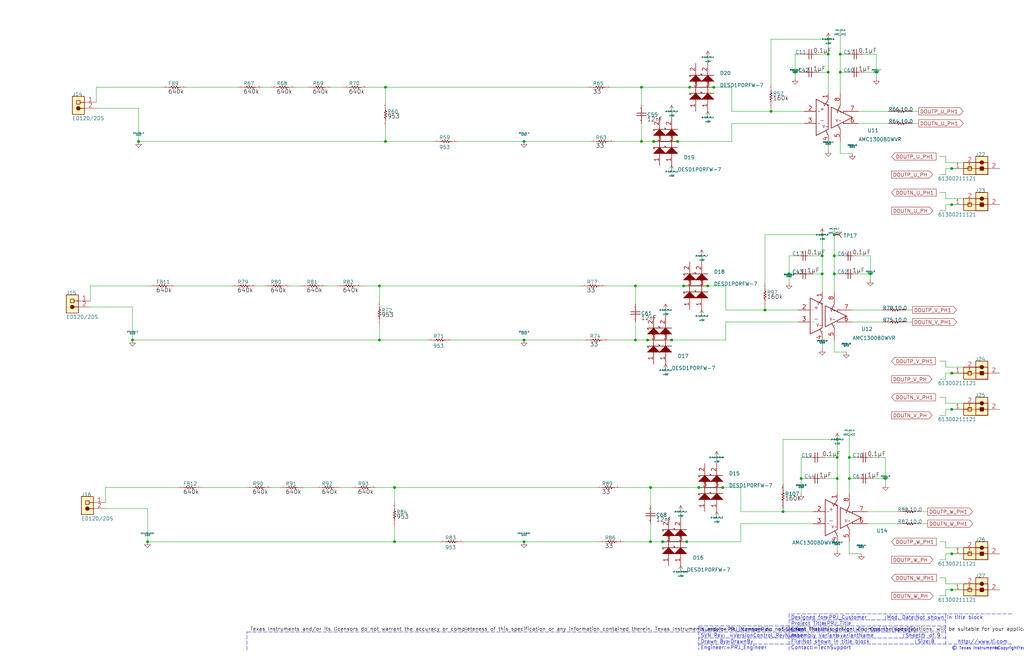
<source format=kicad_sch>
(kicad_sch (version 20210406) (generator eeschema)

  (uuid 89f59f9a-0485-46c5-880f-e3cbc8c19b12)

  (paper "B")

  (title_block
    (title "Pg5-Voltage signal condtioning-SchDoc")
    (date "29 01 2021")
  )

  (lib_symbols
    (symbol "Pg5-Voltage-signal-condtioning-SchDoc-rescue:06033C104JAT2A-" (pin_names (offset 1.016)) (in_bom yes) (on_board yes)
      (property "Reference" "C" (id 0) (at -5.08 0 0)
        (effects (font (size 1.524 1.524)) (justify left bottom))
      )
      (property "Value" "06033C104JAT2A-" (id 1) (at 0 0 0)
        (effects (font (size 1.524 1.524)))
      )
      (property "Footprint" "" (id 2) (at 0 0 0)
        (effects (font (size 1.524 1.524)))
      )
      (property "Datasheet" "" (id 3) (at 0 0 0)
        (effects (font (size 1.524 1.524)))
      )
      (symbol "06033C104JAT2A-_0_1"
        (polyline
          (pts
            (xy 0 0)
            (xy 0.762 0)
          )
          (stroke (width 0.254)) (fill (type none))
        )
        (polyline
          (pts
            (xy 0.762 2.032)
            (xy 0.762 -2.032)
          )
          (stroke (width 0.254)) (fill (type none))
        )
        (polyline
          (pts
            (xy 1.778 2.032)
            (xy 1.778 -2.032)
          )
          (stroke (width 0.254)) (fill (type none))
        )
        (polyline
          (pts
            (xy 2.54 0)
            (xy 1.778 0)
          )
          (stroke (width 0.254)) (fill (type none))
        )
        (pin passive line (at 5.08 0 180) (length 2.54)
          (name "1" (effects (font (size 0.0254 0.0254))))
          (number "1" (effects (font (size 0.0254 0.0254))))
        )
        (pin passive line (at -2.54 0 0) (length 2.54)
          (name "2" (effects (font (size 0.0254 0.0254))))
          (number "2" (effects (font (size 0.0254 0.0254))))
        )
      )
    )
    (symbol "Pg5-Voltage-signal-condtioning-SchDoc-rescue:08055A331KAT2A-" (pin_names (offset 1.016)) (in_bom yes) (on_board yes)
      (property "Reference" "C" (id 0) (at 2.286 0.254 0)
        (effects (font (size 1.524 1.524)) (justify left bottom))
      )
      (property "Value" "08055A331KAT2A-" (id 1) (at 0 0 0)
        (effects (font (size 1.524 1.524)))
      )
      (property "Footprint" "" (id 2) (at 0 0 0)
        (effects (font (size 1.524 1.524)))
      )
      (property "Datasheet" "" (id 3) (at 0 0 0)
        (effects (font (size 1.524 1.524)))
      )
      (symbol "08055A331KAT2A-_0_1"
        (polyline
          (pts
            (xy 0 0)
            (xy 0.762 0)
          )
          (stroke (width 0.254)) (fill (type none))
        )
        (polyline
          (pts
            (xy 0.762 2.032)
            (xy 0.762 -2.032)
          )
          (stroke (width 0.254)) (fill (type none))
        )
        (polyline
          (pts
            (xy 1.778 2.032)
            (xy 1.778 -2.032)
          )
          (stroke (width 0.254)) (fill (type none))
        )
        (polyline
          (pts
            (xy 2.54 0)
            (xy 1.778 0)
          )
          (stroke (width 0.254)) (fill (type none))
        )
        (pin passive line (at 5.08 0 180) (length 2.54)
          (name "1" (effects (font (size 0.0254 0.0254))))
          (number "1" (effects (font (size 0.0254 0.0254))))
        )
        (pin passive line (at -2.54 0 0) (length 2.54)
          (name "2" (effects (font (size 0.0254 0.0254))))
          (number "2" (effects (font (size 0.0254 0.0254))))
        )
      )
    )
    (symbol "Pg5-Voltage-signal-condtioning-SchDoc-rescue:61300211121-" (pin_names (offset 1.016)) (in_bom yes) (on_board yes)
      (property "Reference" "J" (id 0) (at -0.254 5.08 0)
        (effects (font (size 1.524 1.524)) (justify left bottom))
      )
      (property "Value" "61300211121-" (id 1) (at -0.254 -5.08 0)
        (effects (font (size 1.524 1.524)) (justify left bottom))
      )
      (property "Footprint" "" (id 2) (at 0 0 0)
        (effects (font (size 1.524 1.524)))
      )
      (property "Datasheet" "" (id 3) (at 0 0 0)
        (effects (font (size 1.524 1.524)))
      )
      (symbol "61300211121-_0_1"
        (circle (center 2.54 -2.54) (radius 0.762) (stroke (width 0.254)) (fill (type outline)))
        (circle (center 2.54 0) (radius 0.762) (stroke (width 0.254)) (fill (type outline)))
        (rectangle (start -5.08 2.54) (end 5.08 -2.54)
          (stroke (width 0.254)) (fill (type background))
        )
        (rectangle (start -3.302 0.762) (end -1.778 -0.762)
          (stroke (width 0.254)) (fill (type background))
        )
        (rectangle (start 0 2.54) (end 5.08 -5.08)
          (stroke (width 0.254)) (fill (type background))
        )
        (rectangle (start 1.778 0.762) (end 3.302 -0.762)
          (stroke (width 0.254)) (fill (type background))
        )
        (polyline
          (pts
            (xy -5.08 0)
            (xy -3.302 0)
          )
          (stroke (width 0.254)) (fill (type none))
        )
        (polyline
          (pts
            (xy 0 -2.54)
            (xy 1.778 -2.54)
          )
          (stroke (width 0.254)) (fill (type none))
        )
        (polyline
          (pts
            (xy 0 0)
            (xy 1.778 0)
          )
          (stroke (width 0.254)) (fill (type none))
        )
        (polyline
          (pts
            (xy 5.08 0)
            (xy 3.302 0)
          )
          (stroke (width 0.254)) (fill (type none))
        )
        (pin passive line (at -10.16 0 0) (length 5.08)
          (name "1" (effects (font (size 0.0254 0.0254))))
          (number "1" (effects (font (size 1.778 1.778))))
        )
        (pin passive line (at -5.08 0 0) (length 5.08)
          (name "1" (effects (font (size 0.0254 0.0254))))
          (number "1" (effects (font (size 1.778 1.778))))
        )
        (pin passive line (at -5.08 -2.54 0) (length 5.08)
          (name "2" (effects (font (size 0.0254 0.0254))))
          (number "2" (effects (font (size 1.778 1.778))))
        )
        (pin passive line (at 10.16 0 180) (length 5.08)
          (name "2" (effects (font (size 0.0254 0.0254))))
          (number "2" (effects (font (size 1.778 1.778))))
        )
      )
    )
    (symbol "Pg5-Voltage-signal-condtioning-SchDoc-rescue:AMC1100DUBR-" (pin_names (offset 1.016)) (in_bom yes) (on_board yes)
      (property "Reference" "U" (id 0) (at 21.59 11.43 0)
        (effects (font (size 1.524 1.524)) (justify left bottom))
      )
      (property "Value" "AMC1100DUBR-" (id 1) (at 17.78 7.62 0)
        (effects (font (size 1.524 1.524)) (justify left bottom))
      )
      (property "Footprint" "" (id 2) (at 0 0 0)
        (effects (font (size 1.524 1.524)))
      )
      (property "Datasheet" "" (id 3) (at 0 0 0)
        (effects (font (size 1.524 1.524)))
      )
      (symbol "AMC1100DUBR-_0_1"
        (polyline
          (pts
            (xy 0 25.4)
            (xy 0 10.16)
          )
          (stroke (width 0.254)) (fill (type none))
        )
        (polyline
          (pts
            (xy 4.064 12.192)
            (xy 5.08 10.16)
          )
          (stroke (width 0.254)) (fill (type none))
        )
        (polyline
          (pts
            (xy 5.08 25.4)
            (xy 4.064 23.368)
          )
          (stroke (width 0.254)) (fill (type none))
        )
        (polyline
          (pts
            (xy 10.16 12.7)
            (xy 9.144 14.478)
          )
          (stroke (width 0.254)) (fill (type none))
        )
        (polyline
          (pts
            (xy 10.16 22.86)
            (xy 9.144 20.828)
          )
          (stroke (width 0.254)) (fill (type none))
        )
        (polyline
          (pts
            (xy 12.7 15.24)
            (xy 11.43 15.24)
            (xy 11.43 15.748)
          )
          (stroke (width 0.254)) (fill (type none))
        )
        (polyline
          (pts
            (xy 12.7 20.32)
            (xy 11.43 20.32)
            (xy 11.43 19.558)
          )
          (stroke (width 0.254)) (fill (type none))
        )
        (polyline
          (pts
            (xy 0 25.4)
            (xy 5.08 22.86)
            (xy 5.08 12.7)
            (xy 0 10.16)
          )
          (stroke (width 0.254)) (fill (type none))
        )
        (polyline
          (pts
            (xy 15.24 17.78)
            (xy 6.35 22.098)
            (xy 6.35 13.208)
            (xy 15.24 17.78)
          )
          (stroke (width 0.254)) (fill (type none))
        )
        (pin power_in line (at 5.08 27.94 270) (length 2.54)
          (name "VDD1" (effects (font (size 0.0254 0.0254))))
          (number "1" (effects (font (size 1.778 1.778))))
        )
        (pin input line (at -5.08 20.32 0) (length 5.08)
          (name "VINP" (effects (font (size 0.0254 0.0254))))
          (number "2" (effects (font (size 1.778 1.778))))
        )
        (pin input line (at -5.08 15.24 0) (length 5.08)
          (name "VINN" (effects (font (size 0.0254 0.0254))))
          (number "3" (effects (font (size 1.778 1.778))))
        )
        (pin power_in line (at 5.08 7.62 90) (length 2.54)
          (name "GND1" (effects (font (size 0.0254 0.0254))))
          (number "4" (effects (font (size 1.778 1.778))))
        )
        (pin power_in line (at 10.16 7.62 90) (length 5.08)
          (name "GND2" (effects (font (size 0.0254 0.0254))))
          (number "5" (effects (font (size 1.778 1.778))))
        )
        (pin output line (at 17.78 15.24 180) (length 5.08)
          (name "VOUTN" (effects (font (size 0.0254 0.0254))))
          (number "6" (effects (font (size 1.778 1.778))))
        )
        (pin output line (at 17.78 20.32 180) (length 5.08)
          (name "VOUTP" (effects (font (size 0.0254 0.0254))))
          (number "7" (effects (font (size 1.778 1.778))))
        )
        (pin power_in line (at 10.16 27.94 270) (length 5.08)
          (name "VDD2" (effects (font (size 0.0254 0.0254))))
          (number "8" (effects (font (size 1.778 1.778))))
        )
      )
      (symbol "AMC1100DUBR-_1_1"
        (text "+" (at 1.27 20.32 0)
          (effects (font (size 1.8288 1.8288)) (justify left bottom))
        )
        (text "-" (at 1.27 15.494 0)
          (effects (font (size 1.8288 1.8288)) (justify left bottom))
        )
        (text "V+" (at 2.794 22.352 0)
          (effects (font (size 1.3716 1.3716)) (justify left bottom))
        )
        (text "V+" (at 8.382 19.558 0)
          (effects (font (size 1.2192 1.2192)) (justify left bottom))
        )
        (text "V-" (at 2.54 13.208 0)
          (effects (font (size 1.2192 1.2192)) (justify left bottom))
        )
        (text "V-" (at 8.128 15.748 0)
          (effects (font (size 1.2192 1.2192)) (justify left bottom))
        )
      )
    )
    (symbol "Pg5-Voltage-signal-condtioning-SchDoc-rescue:BAV99WT1G-" (pin_names (offset 1.016)) (in_bom yes) (on_board yes)
      (property "Reference" "D" (id 0) (at 7.62 -7.62 0)
        (effects (font (size 1.524 1.524)) (justify left bottom))
      )
      (property "Value" "BAV99WT1G-" (id 1) (at 5.08 -10.16 90)
        (effects (font (size 1.524 1.524)) (justify left bottom))
      )
      (property "Footprint" "" (id 2) (at 0 0 0)
        (effects (font (size 1.524 1.524)))
      )
      (property "Datasheet" "" (id 3) (at 0 0 0)
        (effects (font (size 1.524 1.524)))
      )
      (symbol "BAV99WT1G-_0_1"
        (polyline
          (pts
            (xy -2.54 -2.54)
            (xy 2.54 -2.54)
          )
          (stroke (width 0.254)) (fill (type none))
        )
        (polyline
          (pts
            (xy -2.54 0)
            (xy -2.54 -5.08)
          )
          (stroke (width 0.254)) (fill (type none))
        )
        (polyline
          (pts
            (xy -2.54 2.54)
            (xy 2.54 2.54)
          )
          (stroke (width 0.254)) (fill (type none))
        )
        (polyline
          (pts
            (xy 0 0)
            (xy 0 -2.54)
          )
          (stroke (width 0.254)) (fill (type none))
        )
        (polyline
          (pts
            (xy 0 2.54)
            (xy 0 0)
          )
          (stroke (width 0.254)) (fill (type none))
        )
        (polyline
          (pts
            (xy 5.08 0)
            (xy 5.08 -5.08)
          )
          (stroke (width 0.254)) (fill (type none))
        )
        (polyline
          (pts
            (xy -2.032 0.508)
            (xy -2.032 0)
            (xy -2.54 0)
            (xy -2.54 5.08)
            (xy -3.048 5.08)
            (xy -3.048 4.572)
          )
          (stroke (width 0.254)) (fill (type none))
        )
        (polyline
          (pts
            (xy 5.588 0.508)
            (xy 5.588 0)
            (xy 5.08 0)
            (xy 5.08 5.08)
            (xy 4.572 5.08)
            (xy 4.572 4.572)
          )
          (stroke (width 0.254)) (fill (type none))
        )
        (polyline
          (pts
            (xy -5.08 -5.08)
            (xy -2.54 -2.54)
            (xy -5.08 0)
            (xy -5.08 -5.08)
          )
          (stroke (width 0.254)) (fill (type outline))
        )
        (polyline
          (pts
            (xy -5.08 0)
            (xy -2.54 2.54)
            (xy -5.08 5.08)
            (xy -5.08 0)
          )
          (stroke (width 0.254)) (fill (type outline))
        )
        (polyline
          (pts
            (xy 2.54 -5.08)
            (xy 5.08 -2.54)
            (xy 2.54 0)
            (xy 2.54 -5.08)
          )
          (stroke (width 0.254)) (fill (type outline))
        )
        (polyline
          (pts
            (xy 2.54 0)
            (xy 5.08 2.54)
            (xy 2.54 5.08)
            (xy 2.54 0)
          )
          (stroke (width 0.254)) (fill (type outline))
        )
        (pin passive line (at -10.16 -2.54 0) (length 5.08)
          (name "A" (effects (font (size 0.0254 0.0254))))
          (number "1" (effects (font (size 1.778 1.778))))
        )
        (pin passive line (at -10.16 2.54 0) (length 5.08)
          (name "A" (effects (font (size 0.0254 0.0254))))
          (number "1" (effects (font (size 1.778 1.778))))
        )
        (pin passive line (at 10.16 -2.54 180) (length 5.08)
          (name "K" (effects (font (size 0.0254 0.0254))))
          (number "2" (effects (font (size 1.778 1.778))))
        )
        (pin passive line (at 10.16 2.54 180) (length 5.08)
          (name "K" (effects (font (size 0.0254 0.0254))))
          (number "2" (effects (font (size 1.778 1.778))))
        )
        (pin passive line (at 0 -5.08 90) (length 5.08)
          (name "C" (effects (font (size 0.0254 0.0254))))
          (number "3" (effects (font (size 1.778 1.778))))
        )
        (pin passive line (at 0 5.08 270) (length 5.08)
          (name "C" (effects (font (size 0.0254 0.0254))))
          (number "3" (effects (font (size 1.778 1.778))))
        )
      )
    )
    (symbol "Pg5-Voltage-signal-condtioning-SchDoc-rescue:CRCW060310R0FKEA-" (pin_names (offset 1.016)) (in_bom yes) (on_board yes)
      (property "Reference" "R" (id 0) (at -5.08 0 0)
        (effects (font (size 1.524 1.524)) (justify left bottom))
      )
      (property "Value" "CRCW060310R0FKEA-" (id 1) (at 0 0 0)
        (effects (font (size 1.524 1.524)))
      )
      (property "Footprint" "" (id 2) (at 0 0 0)
        (effects (font (size 1.524 1.524)))
      )
      (property "Datasheet" "" (id 3) (at 0 0 0)
        (effects (font (size 1.524 1.524)))
      )
      (symbol "CRCW060310R0FKEA-_0_1"
        (polyline
          (pts
            (xy 2.54 0)
            (xy 1.524 0)
            (xy 1.27 -0.508)
            (xy 0.762 0.508)
            (xy 0.254 -0.508)
            (xy -0.254 0.508)
            (xy -0.762 -0.508)
            (xy -1.27 0.508)
            (xy -1.524 0)
            (xy -2.54 0)
          )
          (stroke (width 0.254)) (fill (type none))
        )
        (pin passive line (at -5.08 0 0) (length 2.54)
          (name "1" (effects (font (size 0.0254 0.0254))))
          (number "1" (effects (font (size 0.0254 0.0254))))
        )
        (pin passive line (at 5.08 0 180) (length 2.54)
          (name "2" (effects (font (size 0.0254 0.0254))))
          (number "2" (effects (font (size 0.0254 0.0254))))
        )
      )
    )
    (symbol "Pg5-Voltage-signal-condtioning-SchDoc-rescue:CRCW0603160KFKEA-" (pin_names (offset 1.016)) (in_bom yes) (on_board yes)
      (property "Reference" "R" (id 0) (at 0.762 0.254 0)
        (effects (font (size 1.524 1.524)) (justify left bottom))
      )
      (property "Value" "CRCW0603160KFKEA-" (id 1) (at 0 0 0)
        (effects (font (size 1.524 1.524)))
      )
      (property "Footprint" "" (id 2) (at 0 0 0)
        (effects (font (size 1.524 1.524)))
      )
      (property "Datasheet" "" (id 3) (at 0 0 0)
        (effects (font (size 1.524 1.524)))
      )
      (symbol "CRCW0603160KFKEA-_0_1"
        (polyline
          (pts
            (xy 2.54 0)
            (xy 1.524 0)
            (xy 1.27 -0.508)
            (xy 0.762 0.508)
            (xy 0.254 -0.508)
            (xy -0.254 0.508)
            (xy -0.762 -0.508)
            (xy -1.27 0.508)
            (xy -1.524 0)
            (xy -2.54 0)
          )
          (stroke (width 0.254)) (fill (type none))
        )
        (pin passive line (at -5.08 0 0) (length 2.54)
          (name "1" (effects (font (size 0.0254 0.0254))))
          (number "1" (effects (font (size 0.0254 0.0254))))
        )
        (pin passive line (at 5.08 0 180) (length 2.54)
          (name "2" (effects (font (size 0.0254 0.0254))))
          (number "2" (effects (font (size 0.0254 0.0254))))
        )
      )
    )
    (symbol "Pg5-Voltage-signal-condtioning-SchDoc-rescue:CRCW08050000Z0EA-" (pin_names (offset 1.016)) (in_bom yes) (on_board yes)
      (property "Reference" "R" (id 0) (at -2.794 0.762 0)
        (effects (font (size 1.524 1.524)) (justify left bottom))
      )
      (property "Value" "CRCW08050000Z0EA-" (id 1) (at 0 0 0)
        (effects (font (size 1.524 1.524)))
      )
      (property "Footprint" "" (id 2) (at 0 0 0)
        (effects (font (size 1.524 1.524)))
      )
      (property "Datasheet" "" (id 3) (at 0 0 0)
        (effects (font (size 1.524 1.524)))
      )
      (symbol "CRCW08050000Z0EA-_0_1"
        (polyline
          (pts
            (xy 2.54 0)
            (xy 1.524 0)
            (xy 1.27 -0.508)
            (xy 0.762 0.508)
            (xy 0.254 -0.508)
            (xy -0.254 0.508)
            (xy -0.762 -0.508)
            (xy -1.27 0.508)
            (xy -1.524 0)
            (xy -2.54 0)
          )
          (stroke (width 0.254)) (fill (type none))
        )
        (pin passive line (at -5.08 0 0) (length 2.54)
          (name "1" (effects (font (size 0.0254 0.0254))))
          (number "1" (effects (font (size 0.0254 0.0254))))
        )
        (pin passive line (at 5.08 0 180) (length 2.54)
          (name "2" (effects (font (size 0.0254 0.0254))))
          (number "2" (effects (font (size 0.0254 0.0254))))
        )
      )
    )
    (symbol "Pg5-Voltage-signal-condtioning-SchDoc-rescue:ED120_2DS-" (pin_names (offset 1.016)) (in_bom yes) (on_board yes)
      (property "Reference" "J" (id 0) (at -2.54 5.08 0)
        (effects (font (size 1.524 1.524)) (justify left bottom))
      )
      (property "Value" "ED120_2DS-" (id 1) (at -2.54 -5.08 0)
        (effects (font (size 1.524 1.524)) (justify left bottom))
      )
      (property "Footprint" "" (id 2) (at 0 0 0)
        (effects (font (size 1.524 1.524)))
      )
      (property "Datasheet" "" (id 3) (at 0 0 0)
        (effects (font (size 1.524 1.524)))
      )
      (symbol "ED120_2DS-_0_1"
        (circle (center 0 0) (radius 0.762) (stroke (width 0.254)) (fill (type outline)))
        (rectangle (start 0.762 1.778) (end -0.762 3.302)
          (stroke (width 0.254)) (fill (type background))
        )
        (rectangle (start 2.54 -2.54) (end -2.54 5.08)
          (stroke (width 0.254)) (fill (type background))
        )
        (polyline
          (pts
            (xy -2.54 0)
            (xy -0.762 0)
          )
          (stroke (width 0.254)) (fill (type none))
        )
        (polyline
          (pts
            (xy -2.54 2.54)
            (xy -0.762 2.54)
          )
          (stroke (width 0.254)) (fill (type none))
        )
        (pin passive line (at -7.62 2.54 0) (length 5.08)
          (name "1" (effects (font (size 0.0254 0.0254))))
          (number "1" (effects (font (size 1.778 1.778))))
        )
        (pin passive line (at -7.62 0 0) (length 5.08)
          (name "2" (effects (font (size 0.0254 0.0254))))
          (number "2" (effects (font (size 1.778 1.778))))
        )
      )
    )
    (symbol "Pg5-Voltage-signal-condtioning-SchDoc-rescue:ERJ-8ENF3323V-" (pin_names (offset 1.016)) (in_bom yes) (on_board yes)
      (property "Reference" "FB" (id 0) (at -2.794 0.762 0)
        (effects (font (size 1.524 1.524)) (justify left bottom))
      )
      (property "Value" "ERJ-8ENF3323V-" (id 1) (at 0 0 0)
        (effects (font (size 1.524 1.524)))
      )
      (property "Footprint" "" (id 2) (at 0 0 0)
        (effects (font (size 1.524 1.524)))
      )
      (property "Datasheet" "" (id 3) (at 0 0 0)
        (effects (font (size 1.524 1.524)))
      )
      (symbol "ERJ-8ENF3323V-_0_1"
        (polyline
          (pts
            (xy 2.54 0)
            (xy 1.524 0)
            (xy 1.27 -0.508)
            (xy 0.762 0.508)
            (xy 0.254 -0.508)
            (xy -0.254 0.508)
            (xy -0.762 -0.508)
            (xy -1.27 0.508)
            (xy -1.524 0)
            (xy -2.54 0)
          )
          (stroke (width 0.254)) (fill (type none))
        )
        (pin passive line (at -5.08 0 0) (length 2.54)
          (name "1" (effects (font (size 0.0254 0.0254))))
          (number "1" (effects (font (size 0.0254 0.0254))))
        )
        (pin passive line (at 5.08 0 180) (length 2.54)
          (name "2" (effects (font (size 0.0254 0.0254))))
          (number "2" (effects (font (size 0.0254 0.0254))))
        )
      )
    )
    (symbol "Pg5-Voltage-signal-condtioning-SchDoc-rescue:GRM188R71C105KA12D-" (pin_names (offset 1.016)) (in_bom yes) (on_board yes)
      (property "Reference" "C" (id 0) (at -6.35 0 0)
        (effects (font (size 1.524 1.524)) (justify left bottom))
      )
      (property "Value" "GRM188R71C105KA12D-" (id 1) (at 0 0 0)
        (effects (font (size 1.524 1.524)))
      )
      (property "Footprint" "" (id 2) (at 0 0 0)
        (effects (font (size 1.524 1.524)))
      )
      (property "Datasheet" "" (id 3) (at 0 0 0)
        (effects (font (size 1.524 1.524)))
      )
      (symbol "GRM188R71C105KA12D-_0_1"
        (polyline
          (pts
            (xy 0 0)
            (xy 0.762 0)
          )
          (stroke (width 0.254)) (fill (type none))
        )
        (polyline
          (pts
            (xy 0.762 2.032)
            (xy 0.762 -2.032)
          )
          (stroke (width 0.254)) (fill (type none))
        )
        (polyline
          (pts
            (xy 1.778 2.032)
            (xy 1.778 -2.032)
          )
          (stroke (width 0.254)) (fill (type none))
        )
        (polyline
          (pts
            (xy 2.54 0)
            (xy 1.778 0)
          )
          (stroke (width 0.254)) (fill (type none))
        )
        (pin passive line (at 5.08 0 180) (length 2.54)
          (name "1" (effects (font (size 0.0254 0.0254))))
          (number "1" (effects (font (size 0.0254 0.0254))))
        )
        (pin passive line (at -2.54 0 0) (length 2.54)
          (name "2" (effects (font (size 0.0254 0.0254))))
          (number "2" (effects (font (size 0.0254 0.0254))))
        )
      )
    )
    (symbol "Pg5-Voltage-signal-condtioning-SchDoc-rescue:RC0603FR-0712RL-" (pin_names (offset 1.016)) (in_bom yes) (on_board yes)
      (property "Reference" "R" (id 0) (at -2.794 0.762 0)
        (effects (font (size 1.524 1.524)) (justify left bottom))
      )
      (property "Value" "RC0603FR-0712RL-" (id 1) (at 0 0 0)
        (effects (font (size 1.524 1.524)))
      )
      (property "Footprint" "" (id 2) (at 0 0 0)
        (effects (font (size 1.524 1.524)))
      )
      (property "Datasheet" "" (id 3) (at 0 0 0)
        (effects (font (size 1.524 1.524)))
      )
      (symbol "RC0603FR-0712RL-_0_1"
        (polyline
          (pts
            (xy 2.54 0)
            (xy 1.524 0)
            (xy 1.27 -0.508)
            (xy 0.762 0.508)
            (xy 0.254 -0.508)
            (xy -0.254 0.508)
            (xy -0.762 -0.508)
            (xy -1.27 0.508)
            (xy -1.524 0)
            (xy -2.54 0)
          )
          (stroke (width 0.254)) (fill (type none))
        )
        (pin passive line (at -5.08 0 0) (length 2.54)
          (name "1" (effects (font (size 0.0254 0.0254))))
          (number "1" (effects (font (size 0.0254 0.0254))))
        )
        (pin passive line (at 5.08 0 180) (length 2.54)
          (name "2" (effects (font (size 0.0254 0.0254))))
          (number "2" (effects (font (size 0.0254 0.0254))))
        )
      )
    )
    (symbol "Pg5-Voltage-signal-condtioning-SchDoc-rescue:RC1206FR-072K4L-" (pin_names (offset 1.016)) (in_bom yes) (on_board yes)
      (property "Reference" "R" (id 0) (at 0.762 0.254 0)
        (effects (font (size 1.524 1.524)) (justify left bottom))
      )
      (property "Value" "RC1206FR-072K4L-" (id 1) (at 0 0 0)
        (effects (font (size 1.524 1.524)))
      )
      (property "Footprint" "" (id 2) (at 0 0 0)
        (effects (font (size 1.524 1.524)))
      )
      (property "Datasheet" "" (id 3) (at 0 0 0)
        (effects (font (size 1.524 1.524)))
      )
      (symbol "RC1206FR-072K4L-_0_1"
        (polyline
          (pts
            (xy 2.54 0)
            (xy 1.524 0)
            (xy 1.27 -0.508)
            (xy 0.762 0.508)
            (xy 0.254 -0.508)
            (xy -0.254 0.508)
            (xy -0.762 -0.508)
            (xy -1.27 0.508)
            (xy -1.524 0)
            (xy -2.54 0)
          )
          (stroke (width 0.254)) (fill (type none))
        )
        (pin passive line (at -5.08 0 0) (length 2.54)
          (name "1" (effects (font (size 0.0254 0.0254))))
          (number "1" (effects (font (size 0.0254 0.0254))))
        )
        (pin passive line (at 5.08 0 180) (length 2.54)
          (name "2" (effects (font (size 0.0254 0.0254))))
          (number "2" (effects (font (size 0.0254 0.0254))))
        )
      )
    )
    (symbol "Pg5-Voltage-signal-condtioning-SchDoc-rescue:TP-040_RND-" (pin_names (offset 1.016)) (in_bom yes) (on_board yes)
      (property "Reference" "TP" (id 0) (at 3.81 -1.27 0)
        (effects (font (size 1.524 1.524)) (justify left bottom))
      )
      (property "Value" "TP-040_RND-" (id 1) (at 0 0 0)
        (effects (font (size 1.524 1.524)))
      )
      (property "Footprint" "" (id 2) (at 0 0 0)
        (effects (font (size 1.524 1.524)))
      )
      (property "Datasheet" "" (id 3) (at 0 0 0)
        (effects (font (size 1.524 1.524)))
      )
      (symbol "TP-040_RND-_0_1"
        (polyline
          (pts
            (xy 0 0)
            (xy 0 2.032)
          )
          (stroke (width 0.254)) (fill (type none))
        )
        (polyline
          (pts
            (xy 0 2.032)
            (xy -1.27 3.048)
          )
          (stroke (width 0.254)) (fill (type none))
        )
        (polyline
          (pts
            (xy 0 2.032)
            (xy 1.27 3.048)
          )
          (stroke (width 0.254)) (fill (type none))
        )
        (pin passive line (at 0 0 90) (length 2.032)
          (name "1" (effects (font (size 0.0254 0.0254))))
          (number "1" (effects (font (size 0.0254 0.0254))))
        )
      )
    )
    (symbol "power:+5V" (power) (pin_names (offset 0)) (in_bom yes) (on_board yes)
      (property "Reference" "#PWR" (id 0) (at 0 -3.81 0)
        (effects (font (size 1.27 1.27)) hide)
      )
      (property "Value" "+5V" (id 1) (at 0 3.556 0)
        (effects (font (size 1.27 1.27)))
      )
      (property "Footprint" "" (id 2) (at 0 0 0)
        (effects (font (size 1.27 1.27)) hide)
      )
      (property "Datasheet" "" (id 3) (at 0 0 0)
        (effects (font (size 1.27 1.27)) hide)
      )
      (property "ki_keywords" "power-flag" (id 4) (at 0 0 0)
        (effects (font (size 1.27 1.27)) hide)
      )
      (property "ki_description" "Power symbol creates a global label with name \"+5V\"" (id 5) (at 0 0 0)
        (effects (font (size 1.27 1.27)) hide)
      )
      (symbol "+5V_0_1"
        (polyline
          (pts
            (xy -0.762 1.27)
            (xy 0 2.54)
          )
          (stroke (width 0)) (fill (type none))
        )
        (polyline
          (pts
            (xy 0 0)
            (xy 0 2.54)
          )
          (stroke (width 0)) (fill (type none))
        )
        (polyline
          (pts
            (xy 0 2.54)
            (xy 0.762 1.27)
          )
          (stroke (width 0)) (fill (type none))
        )
      )
      (symbol "+5V_1_1"
        (pin power_in line (at 0 0 90) (length 0) hide
          (name "+5V" (effects (font (size 1.27 1.27))))
          (number "1" (effects (font (size 1.27 1.27))))
        )
      )
    )
    (symbol "power:GND" (power) (pin_names (offset 0)) (in_bom yes) (on_board yes)
      (property "Reference" "#PWR" (id 0) (at 0 -6.35 0)
        (effects (font (size 1.27 1.27)) hide)
      )
      (property "Value" "GND" (id 1) (at 0 -3.81 0)
        (effects (font (size 1.27 1.27)))
      )
      (property "Footprint" "" (id 2) (at 0 0 0)
        (effects (font (size 1.27 1.27)) hide)
      )
      (property "Datasheet" "" (id 3) (at 0 0 0)
        (effects (font (size 1.27 1.27)) hide)
      )
      (property "ki_keywords" "power-flag" (id 4) (at 0 0 0)
        (effects (font (size 1.27 1.27)) hide)
      )
      (property "ki_description" "Power symbol creates a global label with name \"GND\" , ground" (id 5) (at 0 0 0)
        (effects (font (size 1.27 1.27)) hide)
      )
      (symbol "GND_0_1"
        (polyline
          (pts
            (xy 0 0)
            (xy 0 -1.27)
            (xy 1.27 -1.27)
            (xy 0 -2.54)
            (xy -1.27 -1.27)
            (xy 0 -1.27)
          )
          (stroke (width 0)) (fill (type none))
        )
      )
      (symbol "GND_1_1"
        (pin power_in line (at 0 0 270) (length 0) hide
          (name "GND" (effects (font (size 1.27 1.27))))
          (number "1" (effects (font (size 1.27 1.27))))
        )
      )
    )
  )

  (junction (at 55.88 143.51) (diameter 1.016) (color 0 0 0 0))
  (junction (at 58.42 59.69) (diameter 1.016) (color 0 0 0 0))
  (junction (at 62.23 228.6) (diameter 1.016) (color 0 0 0 0))
  (junction (at 160.02 120.65) (diameter 1.016) (color 0 0 0 0))
  (junction (at 160.02 143.51) (diameter 1.016) (color 0 0 0 0))
  (junction (at 162.56 36.83) (diameter 1.016) (color 0 0 0 0))
  (junction (at 162.56 59.69) (diameter 1.016) (color 0 0 0 0))
  (junction (at 166.37 205.74) (diameter 1.016) (color 0 0 0 0))
  (junction (at 166.37 228.6) (diameter 1.016) (color 0 0 0 0))
  (junction (at 220.98 59.69) (diameter 1.016) (color 0 0 0 0))
  (junction (at 220.98 143.51) (diameter 1.016) (color 0 0 0 0))
  (junction (at 220.98 228.6) (diameter 1.016) (color 0 0 0 0))
  (junction (at 267.97 120.65) (diameter 1.016) (color 0 0 0 0))
  (junction (at 267.97 143.51) (diameter 1.016) (color 0 0 0 0))
  (junction (at 270.51 36.83) (diameter 1.016) (color 0 0 0 0))
  (junction (at 270.51 59.69) (diameter 1.016) (color 0 0 0 0))
  (junction (at 273.05 143.51) (diameter 1.016) (color 0 0 0 0))
  (junction (at 274.32 205.74) (diameter 1.016) (color 0 0 0 0))
  (junction (at 274.32 228.6) (diameter 1.016) (color 0 0 0 0))
  (junction (at 275.59 59.69) (diameter 1.016) (color 0 0 0 0))
  (junction (at 279.4 228.6) (diameter 1.016) (color 0 0 0 0))
  (junction (at 283.21 143.51) (diameter 1.016) (color 0 0 0 0))
  (junction (at 285.75 59.69) (diameter 1.016) (color 0 0 0 0))
  (junction (at 288.29 120.65) (diameter 1.016) (color 0 0 0 0))
  (junction (at 289.56 228.6) (diameter 1.016) (color 0 0 0 0))
  (junction (at 290.83 36.83) (diameter 1.016) (color 0 0 0 0))
  (junction (at 294.64 205.74) (diameter 1.016) (color 0 0 0 0))
  (junction (at 298.45 120.65) (diameter 1.016) (color 0 0 0 0))
  (junction (at 300.99 36.83) (diameter 1.016) (color 0 0 0 0))
  (junction (at 304.8 205.74) (diameter 1.016) (color 0 0 0 0))
  (junction (at 322.58 130.81) (diameter 1.016) (color 0 0 0 0))
  (junction (at 325.12 46.99) (diameter 1.016) (color 0 0 0 0))
  (junction (at 330.2 215.9) (diameter 1.016) (color 0 0 0 0))
  (junction (at 332.74 115.57) (diameter 1.016) (color 0 0 0 0))
  (junction (at 335.28 30.48) (diameter 1.016) (color 0 0 0 0))
  (junction (at 337.82 201.93) (diameter 1.016) (color 0 0 0 0))
  (junction (at 346.71 99.06) (diameter 1.016) (color 0 0 0 0))
  (junction (at 346.71 107.95) (diameter 1.016) (color 0 0 0 0))
  (junction (at 346.71 115.57) (diameter 1.016) (color 0 0 0 0))
  (junction (at 349.25 16.51) (diameter 1.016) (color 0 0 0 0))
  (junction (at 349.25 22.86) (diameter 1.016) (color 0 0 0 0))
  (junction (at 349.25 30.48) (diameter 1.016) (color 0 0 0 0))
  (junction (at 351.79 99.06) (diameter 1.016) (color 0 0 0 0))
  (junction (at 351.79 107.95) (diameter 1.016) (color 0 0 0 0))
  (junction (at 351.79 115.57) (diameter 1.016) (color 0 0 0 0))
  (junction (at 353.06 185.42) (diameter 1.016) (color 0 0 0 0))
  (junction (at 353.06 193.04) (diameter 1.016) (color 0 0 0 0))
  (junction (at 353.06 201.93) (diameter 1.016) (color 0 0 0 0))
  (junction (at 354.33 22.86) (diameter 1.016) (color 0 0 0 0))
  (junction (at 354.33 30.48) (diameter 1.016) (color 0 0 0 0))
  (junction (at 358.14 193.04) (diameter 1.016) (color 0 0 0 0))
  (junction (at 358.14 201.93) (diameter 1.016) (color 0 0 0 0))
  (junction (at 367.03 115.57) (diameter 1.016) (color 0 0 0 0))
  (junction (at 369.57 30.48) (diameter 1.016) (color 0 0 0 0))
  (junction (at 373.38 201.93) (diameter 1.016) (color 0 0 0 0))
  (junction (at 401.32 71.12) (diameter 1.016) (color 0 0 0 0))
  (junction (at 401.32 86.36) (diameter 1.016) (color 0 0 0 0))
  (junction (at 401.32 157.48) (diameter 1.016) (color 0 0 0 0))
  (junction (at 401.32 172.72) (diameter 1.016) (color 0 0 0 0))
  (junction (at 401.32 233.68) (diameter 1.016) (color 0 0 0 0))
  (junction (at 401.32 248.92) (diameter 1.016) (color 0 0 0 0))

  (wire (pts (xy 38.1 120.65) (xy 63.5 120.65))
    (stroke (width 0) (type solid) (color 0 0 0 0))
    (uuid 563e6fba-625e-4002-9029-d6450d7f2346)
  )
  (wire (pts (xy 38.1 127) (xy 38.1 120.65))
    (stroke (width 0) (type solid) (color 0 0 0 0))
    (uuid 10036628-0a31-4ce4-8783-554aeebadfd1)
  )
  (wire (pts (xy 40.64 36.83) (xy 68.58 36.83))
    (stroke (width 0) (type solid) (color 0 0 0 0))
    (uuid 75788de6-1805-4077-9830-e0fc80c0798e)
  )
  (wire (pts (xy 40.64 43.18) (xy 40.64 36.83))
    (stroke (width 0) (type solid) (color 0 0 0 0))
    (uuid 26c8c855-2467-4097-a0eb-ef68f9047864)
  )
  (wire (pts (xy 44.45 205.74) (xy 74.93 205.74))
    (stroke (width 0) (type solid) (color 0 0 0 0))
    (uuid 4a3807f9-3c10-44a8-a06b-52b1d9c6f368)
  )
  (wire (pts (xy 44.45 212.09) (xy 44.45 205.74))
    (stroke (width 0) (type solid) (color 0 0 0 0))
    (uuid 56080e56-13e6-4696-85f9-e2f0644b0102)
  )
  (wire (pts (xy 55.88 129.54) (xy 38.1 129.54))
    (stroke (width 0) (type solid) (color 0 0 0 0))
    (uuid 7443af90-42de-4d42-8fbc-2554423f3837)
  )
  (wire (pts (xy 55.88 143.51) (xy 55.88 129.54))
    (stroke (width 0) (type solid) (color 0 0 0 0))
    (uuid 2945fde2-1ba7-4910-b4b7-716b0780cb7d)
  )
  (wire (pts (xy 58.42 45.72) (xy 40.64 45.72))
    (stroke (width 0) (type solid) (color 0 0 0 0))
    (uuid 5e802381-3a4e-4d22-892b-a3749f466bf5)
  )
  (wire (pts (xy 58.42 59.69) (xy 58.42 45.72))
    (stroke (width 0) (type solid) (color 0 0 0 0))
    (uuid 76f79eaf-8400-4728-b662-5cf3ae0be5df)
  )
  (wire (pts (xy 62.23 214.63) (xy 44.45 214.63))
    (stroke (width 0) (type solid) (color 0 0 0 0))
    (uuid f9d09f9a-de63-449c-9564-571766c94f7b)
  )
  (wire (pts (xy 62.23 228.6) (xy 62.23 214.63))
    (stroke (width 0) (type solid) (color 0 0 0 0))
    (uuid 7890c502-eab5-4f28-b375-e160106fc3a3)
  )
  (wire (pts (xy 73.66 120.65) (xy 97.79 120.65))
    (stroke (width 0) (type solid) (color 0 0 0 0))
    (uuid eccdbdae-9bac-4f14-b96b-af8fddba4b28)
  )
  (wire (pts (xy 85.09 205.74) (xy 104.14 205.74))
    (stroke (width 0) (type solid) (color 0 0 0 0))
    (uuid bd53d08a-79e2-4c14-aee0-518698c57f6d)
  )
  (wire (pts (xy 100.33 36.83) (xy 78.74 36.83))
    (stroke (width 0) (type solid) (color 0 0 0 0))
    (uuid 91434c63-b840-449b-8869-0d3f5007f4a0)
  )
  (wire (pts (xy 111.76 120.65) (xy 107.95 120.65))
    (stroke (width 0) (type solid) (color 0 0 0 0))
    (uuid 2257641c-7477-4df0-a2fb-229032cb24c0)
  )
  (wire (pts (xy 114.3 36.83) (xy 110.49 36.83))
    (stroke (width 0) (type solid) (color 0 0 0 0))
    (uuid 92781416-fb1a-4af8-9b4b-8a37024618d7)
  )
  (wire (pts (xy 118.11 205.74) (xy 114.3 205.74))
    (stroke (width 0) (type solid) (color 0 0 0 0))
    (uuid 36d81ea8-e579-4caa-81db-1c5ca6fe5dd3)
  )
  (wire (pts (xy 127 120.65) (xy 121.92 120.65))
    (stroke (width 0) (type solid) (color 0 0 0 0))
    (uuid f4cd230b-f90d-4a8c-b853-b5b13808024a)
  )
  (wire (pts (xy 129.54 36.83) (xy 124.46 36.83))
    (stroke (width 0) (type solid) (color 0 0 0 0))
    (uuid 48824250-1082-4cf3-8f23-0ebce3a377a0)
  )
  (wire (pts (xy 133.35 205.74) (xy 128.27 205.74))
    (stroke (width 0) (type solid) (color 0 0 0 0))
    (uuid 9a70ed8f-bd65-4a75-9bbd-0e6f43f1a299)
  )
  (wire (pts (xy 142.24 120.65) (xy 137.16 120.65))
    (stroke (width 0) (type solid) (color 0 0 0 0))
    (uuid 014cfeb7-018f-4e95-8e1c-846844015e9e)
  )
  (wire (pts (xy 144.78 36.83) (xy 139.7 36.83))
    (stroke (width 0) (type solid) (color 0 0 0 0))
    (uuid 2bd9cbf8-8f4a-4a0b-ac10-52a5128045c4)
  )
  (wire (pts (xy 148.59 205.74) (xy 143.51 205.74))
    (stroke (width 0) (type solid) (color 0 0 0 0))
    (uuid 135d11f3-0e36-4e33-8aeb-4c1e8654e04b)
  )
  (wire (pts (xy 160.02 120.65) (xy 152.4 120.65))
    (stroke (width 0) (type solid) (color 0 0 0 0))
    (uuid 1e3fb610-60a4-4618-8e3a-6a663522e8cb)
  )
  (wire (pts (xy 160.02 120.65) (xy 160.02 127))
    (stroke (width 0) (type solid) (color 0 0 0 0))
    (uuid 82c4a2f8-08a5-47fe-8f48-186081942b2a)
  )
  (wire (pts (xy 160.02 120.65) (xy 245.11 120.65))
    (stroke (width 0) (type solid) (color 0 0 0 0))
    (uuid 601ac3f8-a04b-4147-a162-45cd89709722)
  )
  (wire (pts (xy 160.02 143.51) (xy 55.88 143.51))
    (stroke (width 0) (type solid) (color 0 0 0 0))
    (uuid 6541cbcd-ed71-4566-9a0a-5239ad2d88e2)
  )
  (wire (pts (xy 160.02 143.51) (xy 160.02 137.16))
    (stroke (width 0) (type solid) (color 0 0 0 0))
    (uuid 97d546d3-2198-4e59-a30f-763729a20c74)
  )
  (wire (pts (xy 160.02 143.51) (xy 180.34 143.51))
    (stroke (width 0) (type solid) (color 0 0 0 0))
    (uuid bc6c65d5-def6-4dd1-a6ae-9c95323bcfd4)
  )
  (wire (pts (xy 162.56 36.83) (xy 154.94 36.83))
    (stroke (width 0) (type solid) (color 0 0 0 0))
    (uuid b1b764a6-b32d-44da-948a-64c61fb0518d)
  )
  (wire (pts (xy 162.56 36.83) (xy 162.56 43.18))
    (stroke (width 0) (type solid) (color 0 0 0 0))
    (uuid 023acc3b-c771-485f-a2e7-9828fa338612)
  )
  (wire (pts (xy 162.56 36.83) (xy 247.65 36.83))
    (stroke (width 0) (type solid) (color 0 0 0 0))
    (uuid 6891af58-bd1e-4834-902f-3cdd6c24629d)
  )
  (wire (pts (xy 162.56 59.69) (xy 58.42 59.69))
    (stroke (width 0) (type solid) (color 0 0 0 0))
    (uuid 8729c289-3b11-444f-9b41-e881e554c425)
  )
  (wire (pts (xy 162.56 59.69) (xy 162.56 53.34))
    (stroke (width 0) (type solid) (color 0 0 0 0))
    (uuid dbddd23f-37d0-4e7b-9c68-c0f5556a821f)
  )
  (wire (pts (xy 162.56 59.69) (xy 182.88 59.69))
    (stroke (width 0) (type solid) (color 0 0 0 0))
    (uuid 55571bb5-58de-44d5-8fb0-201fac1a0591)
  )
  (wire (pts (xy 166.37 205.74) (xy 158.75 205.74))
    (stroke (width 0) (type solid) (color 0 0 0 0))
    (uuid 516ecfcf-0729-49f6-bcad-f5833bde644c)
  )
  (wire (pts (xy 166.37 205.74) (xy 166.37 212.09))
    (stroke (width 0) (type solid) (color 0 0 0 0))
    (uuid 0017b35e-94e5-4a5d-932c-e7ff2d218118)
  )
  (wire (pts (xy 166.37 205.74) (xy 251.46 205.74))
    (stroke (width 0) (type solid) (color 0 0 0 0))
    (uuid 3ee97bcf-a7db-4fd3-a08c-f9fd04c7edb7)
  )
  (wire (pts (xy 166.37 228.6) (xy 62.23 228.6))
    (stroke (width 0) (type solid) (color 0 0 0 0))
    (uuid 2c639c16-83d9-4084-9c95-353ba06ee6e5)
  )
  (wire (pts (xy 166.37 228.6) (xy 166.37 222.25))
    (stroke (width 0) (type solid) (color 0 0 0 0))
    (uuid 0468bf55-5640-41e1-a305-63191be85aa8)
  )
  (wire (pts (xy 166.37 228.6) (xy 185.42 228.6))
    (stroke (width 0) (type solid) (color 0 0 0 0))
    (uuid 8a0c68be-e1c1-4cb8-a607-ad5ade79943d)
  )
  (wire (pts (xy 220.98 59.69) (xy 193.04 59.69))
    (stroke (width 0) (type solid) (color 0 0 0 0))
    (uuid 79b45c95-ec89-495a-9ccd-e6abcbb58329)
  )
  (wire (pts (xy 220.98 143.51) (xy 190.5 143.51))
    (stroke (width 0) (type solid) (color 0 0 0 0))
    (uuid bb9c647e-64c6-42ad-b524-3ded28dae278)
  )
  (wire (pts (xy 220.98 228.6) (xy 195.58 228.6))
    (stroke (width 0) (type solid) (color 0 0 0 0))
    (uuid 3fd42f45-6769-4ae0-a16b-cd247d44072f)
  )
  (wire (pts (xy 246.38 143.51) (xy 220.98 143.51))
    (stroke (width 0) (type solid) (color 0 0 0 0))
    (uuid aafeb768-afb1-4cfe-b4a1-201f4d9c3862)
  )
  (wire (pts (xy 248.92 59.69) (xy 220.98 59.69))
    (stroke (width 0) (type solid) (color 0 0 0 0))
    (uuid 3f9f1310-d127-4cdd-a011-025607134e29)
  )
  (wire (pts (xy 252.73 228.6) (xy 220.98 228.6))
    (stroke (width 0) (type solid) (color 0 0 0 0))
    (uuid e9c6a382-c457-493d-8529-addd3ded2489)
  )
  (wire (pts (xy 255.27 120.65) (xy 267.97 120.65))
    (stroke (width 0) (type solid) (color 0 0 0 0))
    (uuid acc74d83-88b4-43ac-bb02-a53ba8306eb7)
  )
  (wire (pts (xy 256.54 143.51) (xy 267.97 143.51))
    (stroke (width 0) (type solid) (color 0 0 0 0))
    (uuid 0e8ec380-ce38-425c-a35e-809c9a1200ca)
  )
  (wire (pts (xy 257.81 36.83) (xy 270.51 36.83))
    (stroke (width 0) (type solid) (color 0 0 0 0))
    (uuid 4cea2fe9-7519-4f8e-ac15-d0db798007d9)
  )
  (wire (pts (xy 259.08 59.69) (xy 270.51 59.69))
    (stroke (width 0) (type solid) (color 0 0 0 0))
    (uuid 7919cc69-0ed4-4b5f-8f7e-3a26a8f78abc)
  )
  (wire (pts (xy 261.62 205.74) (xy 274.32 205.74))
    (stroke (width 0) (type solid) (color 0 0 0 0))
    (uuid 8a7fe928-e64c-4836-adb7-043e05e3a122)
  )
  (wire (pts (xy 262.89 228.6) (xy 274.32 228.6))
    (stroke (width 0) (type solid) (color 0 0 0 0))
    (uuid 8fc9e86c-ac30-4ce2-ad53-efd34fbf04e6)
  )
  (wire (pts (xy 267.97 128.27) (xy 267.97 120.65))
    (stroke (width 0) (type solid) (color 0 0 0 0))
    (uuid dda2db62-d55a-42f1-9e52-fe6c704d3dd4)
  )
  (wire (pts (xy 267.97 135.89) (xy 267.97 143.51))
    (stroke (width 0) (type solid) (color 0 0 0 0))
    (uuid 7b87b4e8-a76c-4dd7-a02c-11e2e46557a6)
  )
  (wire (pts (xy 270.51 44.45) (xy 270.51 36.83))
    (stroke (width 0) (type solid) (color 0 0 0 0))
    (uuid d21fdd65-e796-413b-9cd1-f7d55d939476)
  )
  (wire (pts (xy 270.51 52.07) (xy 270.51 59.69))
    (stroke (width 0) (type solid) (color 0 0 0 0))
    (uuid de3c2bdb-7fa6-4d41-954c-10edfdba8ff0)
  )
  (wire (pts (xy 273.05 143.51) (xy 267.97 143.51))
    (stroke (width 0) (type solid) (color 0 0 0 0))
    (uuid d284ba2d-83b2-43be-a5f6-7fb7d824ae67)
  )
  (wire (pts (xy 274.32 213.36) (xy 274.32 205.74))
    (stroke (width 0) (type solid) (color 0 0 0 0))
    (uuid b26653b4-1966-4a2f-990f-f4affabfd409)
  )
  (wire (pts (xy 274.32 220.98) (xy 274.32 228.6))
    (stroke (width 0) (type solid) (color 0 0 0 0))
    (uuid 9deac6c2-c873-4db2-acfc-3ce4c2bb6d93)
  )
  (wire (pts (xy 275.59 59.69) (xy 270.51 59.69))
    (stroke (width 0) (type solid) (color 0 0 0 0))
    (uuid d26e03d4-fa39-48df-b727-73307d3d59d0)
  )
  (wire (pts (xy 279.4 228.6) (xy 274.32 228.6))
    (stroke (width 0) (type solid) (color 0 0 0 0))
    (uuid ebdba8b7-6fe4-4bee-87f7-5f284de1deed)
  )
  (wire (pts (xy 280.67 133.35) (xy 280.67 130.81))
    (stroke (width 0) (type solid) (color 0 0 0 0))
    (uuid 96dd25a3-3ece-4f96-8451-429451ea21ce)
  )
  (wire (pts (xy 280.67 153.67) (xy 280.67 156.21))
    (stroke (width 0) (type solid) (color 0 0 0 0))
    (uuid 9ab237e7-fc14-4c55-8411-3dd7606b6bed)
  )
  (wire (pts (xy 283.21 49.53) (xy 283.21 46.99))
    (stroke (width 0) (type solid) (color 0 0 0 0))
    (uuid f0e1957e-7d12-4f1e-8dc8-bf3d41548a9c)
  )
  (wire (pts (xy 283.21 69.85) (xy 283.21 72.39))
    (stroke (width 0) (type solid) (color 0 0 0 0))
    (uuid 51942698-359f-4a9b-8c26-8281a428cd83)
  )
  (wire (pts (xy 283.21 143.51) (xy 273.05 143.51))
    (stroke (width 0) (type solid) (color 0 0 0 0))
    (uuid 529cf6ee-1b9e-45a8-a807-c0d70d8ba5e3)
  )
  (wire (pts (xy 285.75 59.69) (xy 275.59 59.69))
    (stroke (width 0) (type solid) (color 0 0 0 0))
    (uuid 2a4436b3-190b-4217-968b-e2d0e6cdbaa2)
  )
  (wire (pts (xy 287.02 218.44) (xy 287.02 215.9))
    (stroke (width 0) (type solid) (color 0 0 0 0))
    (uuid 7f12fc42-302a-4f80-b045-f75a6a2a46f3)
  )
  (wire (pts (xy 287.02 238.76) (xy 287.02 241.3))
    (stroke (width 0) (type solid) (color 0 0 0 0))
    (uuid 29b4b457-d3b7-48e3-ba0c-8c6cb783b4b6)
  )
  (wire (pts (xy 288.29 120.65) (xy 267.97 120.65))
    (stroke (width 0) (type solid) (color 0 0 0 0))
    (uuid 6c234084-6cb4-4b3a-93f3-e54fd632823b)
  )
  (wire (pts (xy 289.56 228.6) (xy 279.4 228.6))
    (stroke (width 0) (type solid) (color 0 0 0 0))
    (uuid 0d447b3b-ab95-4625-ad81-e8c15a5d8144)
  )
  (wire (pts (xy 290.83 36.83) (xy 270.51 36.83))
    (stroke (width 0) (type solid) (color 0 0 0 0))
    (uuid bb5c5992-2838-4a7f-9616-0123c9ae7015)
  )
  (wire (pts (xy 294.64 205.74) (xy 274.32 205.74))
    (stroke (width 0) (type solid) (color 0 0 0 0))
    (uuid 2f6dcf05-771c-45ec-9ab8-d51666cfd567)
  )
  (wire (pts (xy 295.91 110.49) (xy 295.91 107.95))
    (stroke (width 0) (type solid) (color 0 0 0 0))
    (uuid f68425cf-df27-403b-899e-142a32a3a747)
  )
  (wire (pts (xy 295.91 130.81) (xy 295.91 133.35))
    (stroke (width 0) (type solid) (color 0 0 0 0))
    (uuid 149b876d-bc95-49b8-956c-7b6e4dee9b47)
  )
  (wire (pts (xy 298.45 26.67) (xy 298.45 24.13))
    (stroke (width 0) (type solid) (color 0 0 0 0))
    (uuid e180b759-8e0f-4810-8091-29aa70d5f0d9)
  )
  (wire (pts (xy 298.45 46.99) (xy 298.45 49.53))
    (stroke (width 0) (type solid) (color 0 0 0 0))
    (uuid 51161f2f-115d-4731-b890-411c5b971fa5)
  )
  (wire (pts (xy 298.45 120.65) (xy 288.29 120.65))
    (stroke (width 0) (type solid) (color 0 0 0 0))
    (uuid 212e3ccd-34f0-48f9-bf72-579ff04e31c7)
  )
  (wire (pts (xy 300.99 36.83) (xy 290.83 36.83))
    (stroke (width 0) (type solid) (color 0 0 0 0))
    (uuid 5862fb04-cde2-497c-9e72-db6de4930b0e)
  )
  (wire (pts (xy 302.26 195.58) (xy 302.26 193.04))
    (stroke (width 0) (type solid) (color 0 0 0 0))
    (uuid fd304379-c1f5-42ec-a37b-305617e2798c)
  )
  (wire (pts (xy 302.26 215.9) (xy 302.26 218.44))
    (stroke (width 0) (type solid) (color 0 0 0 0))
    (uuid 9c3246e4-b2a3-443a-8f1e-1b10302940d8)
  )
  (wire (pts (xy 304.8 205.74) (xy 294.64 205.74))
    (stroke (width 0) (type solid) (color 0 0 0 0))
    (uuid 6b928398-f40f-4beb-a28b-7ffbb43f1e7f)
  )
  (wire (pts (xy 306.07 120.65) (xy 298.45 120.65))
    (stroke (width 0) (type solid) (color 0 0 0 0))
    (uuid 212e3ccd-34f0-48f9-bf72-579ff04e31c7)
  )
  (wire (pts (xy 306.07 130.81) (xy 306.07 120.65))
    (stroke (width 0) (type solid) (color 0 0 0 0))
    (uuid 3bd2a680-8836-4b00-9b11-b8e4c7b0d18c)
  )
  (wire (pts (xy 306.07 135.89) (xy 306.07 143.51))
    (stroke (width 0) (type solid) (color 0 0 0 0))
    (uuid 302094a0-0b0c-404a-834d-cae1817042ca)
  )
  (wire (pts (xy 306.07 143.51) (xy 283.21 143.51))
    (stroke (width 0) (type solid) (color 0 0 0 0))
    (uuid 529cf6ee-1b9e-45a8-a807-c0d70d8ba5e3)
  )
  (wire (pts (xy 308.61 36.83) (xy 300.99 36.83))
    (stroke (width 0) (type solid) (color 0 0 0 0))
    (uuid 5862fb04-cde2-497c-9e72-db6de4930b0e)
  )
  (wire (pts (xy 308.61 46.99) (xy 308.61 36.83))
    (stroke (width 0) (type solid) (color 0 0 0 0))
    (uuid 782c18dd-3aaf-4655-a3e6-aa662d7ee4c3)
  )
  (wire (pts (xy 308.61 52.07) (xy 308.61 59.69))
    (stroke (width 0) (type solid) (color 0 0 0 0))
    (uuid 6f51c989-dd84-4e17-b086-f9c9b1b20c80)
  )
  (wire (pts (xy 308.61 59.69) (xy 285.75 59.69))
    (stroke (width 0) (type solid) (color 0 0 0 0))
    (uuid 2a4436b3-190b-4217-968b-e2d0e6cdbaa2)
  )
  (wire (pts (xy 312.42 205.74) (xy 304.8 205.74))
    (stroke (width 0) (type solid) (color 0 0 0 0))
    (uuid 6b928398-f40f-4beb-a28b-7ffbb43f1e7f)
  )
  (wire (pts (xy 312.42 215.9) (xy 312.42 205.74))
    (stroke (width 0) (type solid) (color 0 0 0 0))
    (uuid 66990199-7cf0-419b-ad98-f5f34991edab)
  )
  (wire (pts (xy 312.42 220.98) (xy 312.42 228.6))
    (stroke (width 0) (type solid) (color 0 0 0 0))
    (uuid a41413d3-dbdf-4a62-86d5-76d82ecfa3d3)
  )
  (wire (pts (xy 312.42 228.6) (xy 289.56 228.6))
    (stroke (width 0) (type solid) (color 0 0 0 0))
    (uuid 0d447b3b-ab95-4625-ad81-e8c15a5d8144)
  )
  (wire (pts (xy 322.58 99.06) (xy 322.58 119.38))
    (stroke (width 0) (type solid) (color 0 0 0 0))
    (uuid 0771af86-1347-4677-889a-baf7c47d0c8e)
  )
  (wire (pts (xy 322.58 130.81) (xy 306.07 130.81))
    (stroke (width 0) (type solid) (color 0 0 0 0))
    (uuid af48306b-924b-4cac-b7d0-e0d182d480fa)
  )
  (wire (pts (xy 322.58 130.81) (xy 322.58 129.54))
    (stroke (width 0) (type solid) (color 0 0 0 0))
    (uuid 63ef6efb-ef93-4344-8d7b-cb0ab265a3b9)
  )
  (wire (pts (xy 325.12 16.51) (xy 325.12 35.56))
    (stroke (width 0) (type solid) (color 0 0 0 0))
    (uuid a4f1f71b-e36c-4769-8a2d-aa5df14233b5)
  )
  (wire (pts (xy 325.12 46.99) (xy 308.61 46.99))
    (stroke (width 0) (type solid) (color 0 0 0 0))
    (uuid e9c6f375-1e37-4c2f-8140-e82996a679f9)
  )
  (wire (pts (xy 325.12 46.99) (xy 325.12 45.72))
    (stroke (width 0) (type solid) (color 0 0 0 0))
    (uuid e3a17d1c-b13c-404e-9ece-7ba2dfd69efc)
  )
  (wire (pts (xy 330.2 185.42) (xy 330.2 204.47))
    (stroke (width 0) (type solid) (color 0 0 0 0))
    (uuid 6081756c-e62e-4337-a3b6-bcff38bf021b)
  )
  (wire (pts (xy 330.2 215.9) (xy 312.42 215.9))
    (stroke (width 0) (type solid) (color 0 0 0 0))
    (uuid 5e8b34af-99b1-4c1d-961d-8376f5b3a7f8)
  )
  (wire (pts (xy 330.2 215.9) (xy 330.2 214.63))
    (stroke (width 0) (type solid) (color 0 0 0 0))
    (uuid f06890fe-efc3-4449-b186-97c1816b0348)
  )
  (wire (pts (xy 332.74 107.95) (xy 332.74 115.57))
    (stroke (width 0) (type solid) (color 0 0 0 0))
    (uuid d3dff0a9-a863-4a19-82df-54f29e501662)
  )
  (wire (pts (xy 332.74 115.57) (xy 332.74 119.38))
    (stroke (width 0) (type solid) (color 0 0 0 0))
    (uuid 68f39b73-9fd4-42ac-8eb2-b65980c9e0ae)
  )
  (wire (pts (xy 332.74 115.57) (xy 335.28 115.57))
    (stroke (width 0) (type solid) (color 0 0 0 0))
    (uuid ed5b58d3-6abb-4904-8a96-8ffc62cf6d50)
  )
  (wire (pts (xy 335.28 22.86) (xy 337.82 22.86))
    (stroke (width 0) (type solid) (color 0 0 0 0))
    (uuid a797a323-ba5b-4341-8c5a-a26a3c47df0e)
  )
  (wire (pts (xy 335.28 30.48) (xy 335.28 22.86))
    (stroke (width 0) (type solid) (color 0 0 0 0))
    (uuid 437c7624-3038-4fe8-89e5-035bede23a8f)
  )
  (wire (pts (xy 335.28 30.48) (xy 337.82 30.48))
    (stroke (width 0) (type solid) (color 0 0 0 0))
    (uuid a8b8cf95-fe7b-4700-9bca-5b8768b3b717)
  )
  (wire (pts (xy 335.28 33.02) (xy 335.28 30.48))
    (stroke (width 0) (type solid) (color 0 0 0 0))
    (uuid be76371f-1f5c-42ef-a80a-d540d9177f0c)
  )
  (wire (pts (xy 335.28 107.95) (xy 332.74 107.95))
    (stroke (width 0) (type solid) (color 0 0 0 0))
    (uuid b304403d-249e-4a49-b7e1-3f7c50476269)
  )
  (wire (pts (xy 336.55 130.81) (xy 322.58 130.81))
    (stroke (width 0) (type solid) (color 0 0 0 0))
    (uuid 8c275603-1b84-4ac7-9151-294a92e42473)
  )
  (wire (pts (xy 336.55 135.89) (xy 306.07 135.89))
    (stroke (width 0) (type solid) (color 0 0 0 0))
    (uuid e0be2859-30e8-464a-a80d-c8f4198e0c06)
  )
  (wire (pts (xy 337.82 193.04) (xy 337.82 201.93))
    (stroke (width 0) (type solid) (color 0 0 0 0))
    (uuid c815bd12-7079-4935-96df-2aa71e6f4248)
  )
  (wire (pts (xy 337.82 201.93) (xy 337.82 208.28))
    (stroke (width 0) (type solid) (color 0 0 0 0))
    (uuid ab298cdc-9664-47ee-8f27-331411f4a210)
  )
  (wire (pts (xy 337.82 201.93) (xy 340.36 201.93))
    (stroke (width 0) (type solid) (color 0 0 0 0))
    (uuid 96012942-9e38-467c-817b-3312fd1107ac)
  )
  (wire (pts (xy 339.09 46.99) (xy 325.12 46.99))
    (stroke (width 0) (type solid) (color 0 0 0 0))
    (uuid cdcb50bd-69c0-4eff-b66f-2e3a8712bd01)
  )
  (wire (pts (xy 339.09 52.07) (xy 308.61 52.07))
    (stroke (width 0) (type solid) (color 0 0 0 0))
    (uuid fabf631f-7c0a-407a-897f-1ca2292462e5)
  )
  (wire (pts (xy 340.36 193.04) (xy 337.82 193.04))
    (stroke (width 0) (type solid) (color 0 0 0 0))
    (uuid 97f9aded-85ff-4309-bdcb-8577c4eed75a)
  )
  (wire (pts (xy 342.9 215.9) (xy 330.2 215.9))
    (stroke (width 0) (type solid) (color 0 0 0 0))
    (uuid 3c8f016d-51f0-4473-85bb-589e09147391)
  )
  (wire (pts (xy 342.9 220.98) (xy 312.42 220.98))
    (stroke (width 0) (type solid) (color 0 0 0 0))
    (uuid 61c25b0d-ac9c-48ae-9e52-c179d129eef5)
  )
  (wire (pts (xy 346.71 99.06) (xy 322.58 99.06))
    (stroke (width 0) (type solid) (color 0 0 0 0))
    (uuid 45f99749-7c75-4bca-9889-475451d794c2)
  )
  (wire (pts (xy 346.71 107.95) (xy 342.9 107.95))
    (stroke (width 0) (type solid) (color 0 0 0 0))
    (uuid fe8d0ec6-f8c1-47c6-8695-543003132780)
  )
  (wire (pts (xy 346.71 107.95) (xy 346.71 99.06))
    (stroke (width 0) (type solid) (color 0 0 0 0))
    (uuid 59e2db2b-c447-42b1-8149-ce0f628edb43)
  )
  (wire (pts (xy 346.71 115.57) (xy 342.9 115.57))
    (stroke (width 0) (type solid) (color 0 0 0 0))
    (uuid 5f0f605b-7696-4996-bfe1-0bfe62afdbbb)
  )
  (wire (pts (xy 346.71 115.57) (xy 346.71 107.95))
    (stroke (width 0) (type solid) (color 0 0 0 0))
    (uuid abdb6930-2a96-4e40-9d94-e6764187499f)
  )
  (wire (pts (xy 346.71 123.19) (xy 346.71 115.57))
    (stroke (width 0) (type solid) (color 0 0 0 0))
    (uuid b6aa14a4-9d7a-4e75-99b9-9fae8850921c)
  )
  (wire (pts (xy 346.71 143.51) (xy 346.71 147.32))
    (stroke (width 0) (type solid) (color 0 0 0 0))
    (uuid 0c214467-cf94-4fe7-9a90-9400e35bad37)
  )
  (wire (pts (xy 349.25 16.51) (xy 325.12 16.51))
    (stroke (width 0) (type solid) (color 0 0 0 0))
    (uuid 033e170e-0019-4ea5-8672-65a531b43472)
  )
  (wire (pts (xy 349.25 22.86) (xy 345.44 22.86))
    (stroke (width 0) (type solid) (color 0 0 0 0))
    (uuid 9d15f7ce-12af-4242-92c4-cdf6c454ed56)
  )
  (wire (pts (xy 349.25 22.86) (xy 349.25 16.51))
    (stroke (width 0) (type solid) (color 0 0 0 0))
    (uuid 64e8b781-dd0a-434a-842c-60f5b116ba99)
  )
  (wire (pts (xy 349.25 30.48) (xy 345.44 30.48))
    (stroke (width 0) (type solid) (color 0 0 0 0))
    (uuid 896f5bed-a2d2-4053-abf3-604160c29520)
  )
  (wire (pts (xy 349.25 30.48) (xy 349.25 22.86))
    (stroke (width 0) (type solid) (color 0 0 0 0))
    (uuid c47cee3b-fd88-4044-a45d-f3abb76bf595)
  )
  (wire (pts (xy 349.25 39.37) (xy 349.25 30.48))
    (stroke (width 0) (type solid) (color 0 0 0 0))
    (uuid fc2a0f6e-98e8-4ae5-b773-f77c886d2443)
  )
  (wire (pts (xy 349.25 59.69) (xy 349.25 63.5))
    (stroke (width 0) (type solid) (color 0 0 0 0))
    (uuid 324caaa9-81e6-435d-8eb4-8fc08bd4eafe)
  )
  (wire (pts (xy 351.79 96.52) (xy 351.79 99.06))
    (stroke (width 0) (type solid) (color 0 0 0 0))
    (uuid 4d3d5023-4b38-458d-9ad0-8f6cedd4cc4a)
  )
  (wire (pts (xy 351.79 99.06) (xy 351.79 107.95))
    (stroke (width 0) (type solid) (color 0 0 0 0))
    (uuid b92a0fcd-9eb5-4151-a06d-ab58480488d8)
  )
  (wire (pts (xy 351.79 107.95) (xy 354.33 107.95))
    (stroke (width 0) (type solid) (color 0 0 0 0))
    (uuid 522b2266-7bc8-4944-8183-9531228790b5)
  )
  (wire (pts (xy 351.79 115.57) (xy 351.79 107.95))
    (stroke (width 0) (type solid) (color 0 0 0 0))
    (uuid 10c961e2-4733-4bbf-8d6a-02a7d30f350e)
  )
  (wire (pts (xy 351.79 115.57) (xy 354.33 115.57))
    (stroke (width 0) (type solid) (color 0 0 0 0))
    (uuid ab7af4a2-9bc1-4c74-ae5c-22fb202faf42)
  )
  (wire (pts (xy 351.79 123.19) (xy 351.79 115.57))
    (stroke (width 0) (type solid) (color 0 0 0 0))
    (uuid 834c3eb3-f008-4faf-b9ab-4de7a57b65bc)
  )
  (wire (pts (xy 351.79 148.59) (xy 351.79 143.51))
    (stroke (width 0) (type solid) (color 0 0 0 0))
    (uuid bcb27032-73e6-45fb-b131-0b0fb3563cf5)
  )
  (wire (pts (xy 353.06 185.42) (xy 330.2 185.42))
    (stroke (width 0) (type solid) (color 0 0 0 0))
    (uuid bda7e6e4-491f-4929-a641-58d0b50e838c)
  )
  (wire (pts (xy 353.06 193.04) (xy 347.98 193.04))
    (stroke (width 0) (type solid) (color 0 0 0 0))
    (uuid 78c24476-46d8-4cb9-ba7b-def972821e55)
  )
  (wire (pts (xy 353.06 193.04) (xy 353.06 185.42))
    (stroke (width 0) (type solid) (color 0 0 0 0))
    (uuid e744bfa7-5922-4a52-a487-ebffcfca8edb)
  )
  (wire (pts (xy 353.06 201.93) (xy 347.98 201.93))
    (stroke (width 0) (type solid) (color 0 0 0 0))
    (uuid e085cc2b-b776-474e-9f9a-f3e7abfed3b4)
  )
  (wire (pts (xy 353.06 201.93) (xy 353.06 193.04))
    (stroke (width 0) (type solid) (color 0 0 0 0))
    (uuid 5407b25c-256c-4ca8-a67a-1bda97bf04c9)
  )
  (wire (pts (xy 353.06 208.28) (xy 353.06 201.93))
    (stroke (width 0) (type solid) (color 0 0 0 0))
    (uuid 77b0d736-7438-45fa-910c-c8214a59c933)
  )
  (wire (pts (xy 353.06 228.6) (xy 353.06 232.41))
    (stroke (width 0) (type solid) (color 0 0 0 0))
    (uuid 69b39953-7b64-4fe7-afd6-69480bd33541)
  )
  (wire (pts (xy 354.33 12.7) (xy 354.33 22.86))
    (stroke (width 0) (type solid) (color 0 0 0 0))
    (uuid 0a1caac2-83df-4283-b2c2-a27840e791f1)
  )
  (wire (pts (xy 354.33 22.86) (xy 356.87 22.86))
    (stroke (width 0) (type solid) (color 0 0 0 0))
    (uuid 5e96bac9-aaa5-4380-9f62-a783e8755f2c)
  )
  (wire (pts (xy 354.33 30.48) (xy 354.33 22.86))
    (stroke (width 0) (type solid) (color 0 0 0 0))
    (uuid 45bbb885-55e6-4cfa-8a24-75184d89c5ce)
  )
  (wire (pts (xy 354.33 30.48) (xy 356.87 30.48))
    (stroke (width 0) (type solid) (color 0 0 0 0))
    (uuid d2cf51f2-2d15-4847-8b3e-1cfd751b32d3)
  )
  (wire (pts (xy 354.33 39.37) (xy 354.33 30.48))
    (stroke (width 0) (type solid) (color 0 0 0 0))
    (uuid 2c8ab62a-7227-4e0d-a493-d12274a59c5d)
  )
  (wire (pts (xy 354.33 64.77) (xy 354.33 59.69))
    (stroke (width 0) (type solid) (color 0 0 0 0))
    (uuid 45007834-08b3-40f2-a1d7-e9adac854ba6)
  )
  (wire (pts (xy 356.87 148.59) (xy 351.79 148.59))
    (stroke (width 0) (type solid) (color 0 0 0 0))
    (uuid 7f6fced8-7dc8-4550-a407-bd1bf435dde9)
  )
  (wire (pts (xy 358.14 181.61) (xy 358.14 193.04))
    (stroke (width 0) (type solid) (color 0 0 0 0))
    (uuid 86696231-cc72-4ed0-b31a-84906b193a93)
  )
  (wire (pts (xy 358.14 193.04) (xy 360.68 193.04))
    (stroke (width 0) (type solid) (color 0 0 0 0))
    (uuid 4a82da10-862f-4390-979a-deccfd4e4f9d)
  )
  (wire (pts (xy 358.14 201.93) (xy 358.14 193.04))
    (stroke (width 0) (type solid) (color 0 0 0 0))
    (uuid ecc487f4-c02e-4078-a7df-cc6410cd483f)
  )
  (wire (pts (xy 358.14 201.93) (xy 360.68 201.93))
    (stroke (width 0) (type solid) (color 0 0 0 0))
    (uuid 5905ebbb-8786-4f18-aba2-e06cc9513e96)
  )
  (wire (pts (xy 358.14 208.28) (xy 358.14 201.93))
    (stroke (width 0) (type solid) (color 0 0 0 0))
    (uuid ed88e9b5-524a-4705-88b6-ef747a0ad1a3)
  )
  (wire (pts (xy 358.14 233.68) (xy 358.14 228.6))
    (stroke (width 0) (type solid) (color 0 0 0 0))
    (uuid d0464e3f-353c-4d25-9e47-a082390ac959)
  )
  (wire (pts (xy 359.41 64.77) (xy 354.33 64.77))
    (stroke (width 0) (type solid) (color 0 0 0 0))
    (uuid b29ec43e-8320-442f-a326-c22288830bab)
  )
  (wire (pts (xy 359.41 130.81) (xy 372.11 130.81))
    (stroke (width 0) (type solid) (color 0 0 0 0))
    (uuid da3a5f12-a046-4e47-8d8c-fc80f8c71f4a)
  )
  (wire (pts (xy 359.41 135.89) (xy 372.11 135.89))
    (stroke (width 0) (type solid) (color 0 0 0 0))
    (uuid 73247a72-7003-423d-9bde-7a26e394ede1)
  )
  (wire (pts (xy 361.95 46.99) (xy 374.65 46.99))
    (stroke (width 0) (type solid) (color 0 0 0 0))
    (uuid 9861aace-dc34-42d7-84be-f2ee22a26f33)
  )
  (wire (pts (xy 361.95 52.07) (xy 374.65 52.07))
    (stroke (width 0) (type solid) (color 0 0 0 0))
    (uuid 80257eaf-af2a-43f0-8360-4abe9c676aaa)
  )
  (wire (pts (xy 363.22 233.68) (xy 358.14 233.68))
    (stroke (width 0) (type solid) (color 0 0 0 0))
    (uuid be89d4ab-341e-4f6f-bba3-03d5c71043bc)
  )
  (wire (pts (xy 365.76 215.9) (xy 378.46 215.9))
    (stroke (width 0) (type solid) (color 0 0 0 0))
    (uuid 553935c2-dbd6-49af-ac65-15e4498cee5a)
  )
  (wire (pts (xy 365.76 220.98) (xy 378.46 220.98))
    (stroke (width 0) (type solid) (color 0 0 0 0))
    (uuid b3a4d264-462d-45f8-8757-53b40e26bdf6)
  )
  (wire (pts (xy 367.03 107.95) (xy 361.95 107.95))
    (stroke (width 0) (type solid) (color 0 0 0 0))
    (uuid be326e9c-8c67-4530-9a3a-6423c6c9534d)
  )
  (wire (pts (xy 367.03 115.57) (xy 361.95 115.57))
    (stroke (width 0) (type solid) (color 0 0 0 0))
    (uuid 974c0115-408a-4f39-b906-b13b826d6472)
  )
  (wire (pts (xy 367.03 115.57) (xy 367.03 107.95))
    (stroke (width 0) (type solid) (color 0 0 0 0))
    (uuid 7431371e-2571-41d4-88ff-7645b7e59d65)
  )
  (wire (pts (xy 367.03 118.11) (xy 367.03 115.57))
    (stroke (width 0) (type solid) (color 0 0 0 0))
    (uuid ac6b602e-0c09-423d-aa5b-daf5b4c46e5c)
  )
  (wire (pts (xy 369.57 22.86) (xy 364.49 22.86))
    (stroke (width 0) (type solid) (color 0 0 0 0))
    (uuid 5f1cd667-9caa-47c2-b9cc-48aeabbc1e56)
  )
  (wire (pts (xy 369.57 30.48) (xy 364.49 30.48))
    (stroke (width 0) (type solid) (color 0 0 0 0))
    (uuid 8a8a5ec1-a6cc-4f72-b462-8d67db463372)
  )
  (wire (pts (xy 369.57 30.48) (xy 369.57 22.86))
    (stroke (width 0) (type solid) (color 0 0 0 0))
    (uuid 36ac5e55-c9a2-459f-a2c5-57f5525dc949)
  )
  (wire (pts (xy 369.57 33.02) (xy 369.57 30.48))
    (stroke (width 0) (type solid) (color 0 0 0 0))
    (uuid 4727ee34-5c21-433a-b00a-172632586fa5)
  )
  (wire (pts (xy 373.38 193.04) (xy 368.3 193.04))
    (stroke (width 0) (type solid) (color 0 0 0 0))
    (uuid adcc0741-4df5-45bc-a7f7-bacd6ca3941b)
  )
  (wire (pts (xy 373.38 201.93) (xy 368.3 201.93))
    (stroke (width 0) (type solid) (color 0 0 0 0))
    (uuid d24ee377-bc84-405a-bd63-4f439cbf6a27)
  )
  (wire (pts (xy 373.38 201.93) (xy 373.38 193.04))
    (stroke (width 0) (type solid) (color 0 0 0 0))
    (uuid 95918eb0-6a8b-451f-bb68-b71b19d5b129)
  )
  (wire (pts (xy 373.38 204.47) (xy 373.38 201.93))
    (stroke (width 0) (type solid) (color 0 0 0 0))
    (uuid fea76d53-84a7-4853-81ab-6c07e581331c)
  )
  (wire (pts (xy 382.27 130.81) (xy 384.81 130.81))
    (stroke (width 0) (type solid) (color 0 0 0 0))
    (uuid a8efe4d3-2d5d-4a1d-b445-55e60487d5f9)
  )
  (wire (pts (xy 382.27 135.89) (xy 384.81 135.89))
    (stroke (width 0) (type solid) (color 0 0 0 0))
    (uuid e6b5c2f3-dcec-46f4-b707-32bcd840f6ba)
  )
  (wire (pts (xy 384.81 46.99) (xy 387.35 46.99))
    (stroke (width 0) (type solid) (color 0 0 0 0))
    (uuid 6fa3c8d3-9eca-4cdf-9115-a20a5dd10bdb)
  )
  (wire (pts (xy 384.81 52.07) (xy 387.35 52.07))
    (stroke (width 0) (type solid) (color 0 0 0 0))
    (uuid f480ac43-787f-457c-842a-2b7de19623d0)
  )
  (wire (pts (xy 388.62 215.9) (xy 391.16 215.9))
    (stroke (width 0) (type solid) (color 0 0 0 0))
    (uuid 6f5ed440-3e5b-49f0-9ee7-360460fbb79d)
  )
  (wire (pts (xy 388.62 220.98) (xy 391.16 220.98))
    (stroke (width 0) (type solid) (color 0 0 0 0))
    (uuid c99f39ea-16d5-4509-93b0-c466451d8cad)
  )
  (wire (pts (xy 396.24 66.04) (xy 398.78 66.04))
    (stroke (width 0) (type solid) (color 0 0 0 0))
    (uuid 98f93dc3-b2cd-4687-90ab-e04af42a4964)
  )
  (wire (pts (xy 396.24 81.28) (xy 398.78 81.28))
    (stroke (width 0) (type solid) (color 0 0 0 0))
    (uuid ef12a215-7d13-4ab3-8996-031a8d34af0e)
  )
  (wire (pts (xy 396.24 152.4) (xy 398.78 152.4))
    (stroke (width 0) (type solid) (color 0 0 0 0))
    (uuid ddf243b2-6a0c-4da9-a596-ea9c6a049927)
  )
  (wire (pts (xy 396.24 167.64) (xy 398.78 167.64))
    (stroke (width 0) (type solid) (color 0 0 0 0))
    (uuid 3a1bfd58-fd89-4775-b8f1-865c94daad06)
  )
  (wire (pts (xy 396.24 228.6) (xy 398.78 228.6))
    (stroke (width 0) (type solid) (color 0 0 0 0))
    (uuid 127c511c-81f4-435c-8b61-820c27185de6)
  )
  (wire (pts (xy 396.24 243.84) (xy 398.78 243.84))
    (stroke (width 0) (type solid) (color 0 0 0 0))
    (uuid de92bc01-6e0c-4d4d-81b5-cd623c6c5da6)
  )
  (wire (pts (xy 398.78 66.04) (xy 398.78 68.58))
    (stroke (width 0) (type solid) (color 0 0 0 0))
    (uuid 8123d61f-35b9-4da2-bc8d-defde592ece3)
  )
  (wire (pts (xy 398.78 68.58) (xy 406.4 68.58))
    (stroke (width 0) (type solid) (color 0 0 0 0))
    (uuid 09b90b39-440d-4147-899e-93ddb1aec019)
  )
  (wire (pts (xy 398.78 71.12) (xy 398.78 73.66))
    (stroke (width 0) (type solid) (color 0 0 0 0))
    (uuid f305f621-24da-4bdc-8932-7746825cf0ef)
  )
  (wire (pts (xy 398.78 73.66) (xy 396.24 73.66))
    (stroke (width 0) (type solid) (color 0 0 0 0))
    (uuid d684b900-b3d0-4447-a5f1-2540a14866b8)
  )
  (wire (pts (xy 398.78 81.28) (xy 398.78 83.82))
    (stroke (width 0) (type solid) (color 0 0 0 0))
    (uuid 8e31a07a-b203-4655-be6e-5c14eb4eb03e)
  )
  (wire (pts (xy 398.78 83.82) (xy 406.4 83.82))
    (stroke (width 0) (type solid) (color 0 0 0 0))
    (uuid 4dc3aa9f-a248-49c7-b2b9-5038b4d3ef09)
  )
  (wire (pts (xy 398.78 86.36) (xy 398.78 88.9))
    (stroke (width 0) (type solid) (color 0 0 0 0))
    (uuid 783d2a44-6ad0-4e68-a1a4-49dfe6e5101f)
  )
  (wire (pts (xy 398.78 88.9) (xy 396.24 88.9))
    (stroke (width 0) (type solid) (color 0 0 0 0))
    (uuid bf937a85-1ba3-4ea8-9982-3f92999929b8)
  )
  (wire (pts (xy 398.78 152.4) (xy 398.78 154.94))
    (stroke (width 0) (type solid) (color 0 0 0 0))
    (uuid 8ead4284-fb47-43c8-9468-ebe39120891f)
  )
  (wire (pts (xy 398.78 154.94) (xy 406.4 154.94))
    (stroke (width 0) (type solid) (color 0 0 0 0))
    (uuid f863c47d-807e-41f7-ba4b-01a7a92d36ab)
  )
  (wire (pts (xy 398.78 157.48) (xy 398.78 160.02))
    (stroke (width 0) (type solid) (color 0 0 0 0))
    (uuid c385038e-8c53-4708-a8e1-fe74f618bd2f)
  )
  (wire (pts (xy 398.78 160.02) (xy 396.24 160.02))
    (stroke (width 0) (type solid) (color 0 0 0 0))
    (uuid 0441591b-0df9-4e1b-8ef8-967fab0084ef)
  )
  (wire (pts (xy 398.78 167.64) (xy 398.78 170.18))
    (stroke (width 0) (type solid) (color 0 0 0 0))
    (uuid ad31e136-aed4-4bbc-af92-90e9f7795019)
  )
  (wire (pts (xy 398.78 170.18) (xy 406.4 170.18))
    (stroke (width 0) (type solid) (color 0 0 0 0))
    (uuid de2ccc85-8126-49e0-8ba3-d0624b2425bc)
  )
  (wire (pts (xy 398.78 172.72) (xy 398.78 175.26))
    (stroke (width 0) (type solid) (color 0 0 0 0))
    (uuid 4588492e-991d-42ea-a49e-6e233104e3f7)
  )
  (wire (pts (xy 398.78 175.26) (xy 396.24 175.26))
    (stroke (width 0) (type solid) (color 0 0 0 0))
    (uuid b6bc242e-1744-4d5c-8ac9-f9ebaa8c48d9)
  )
  (wire (pts (xy 398.78 228.6) (xy 398.78 231.14))
    (stroke (width 0) (type solid) (color 0 0 0 0))
    (uuid 6d52e9c2-d544-4dd7-a53f-171b23b387ad)
  )
  (wire (pts (xy 398.78 231.14) (xy 406.4 231.14))
    (stroke (width 0) (type solid) (color 0 0 0 0))
    (uuid 7e949d71-6a3e-457f-bd7f-95eb7426a295)
  )
  (wire (pts (xy 398.78 233.68) (xy 398.78 236.22))
    (stroke (width 0) (type solid) (color 0 0 0 0))
    (uuid 756dcb79-8ac0-4b93-8937-d11e8dc1c7b5)
  )
  (wire (pts (xy 398.78 236.22) (xy 396.24 236.22))
    (stroke (width 0) (type solid) (color 0 0 0 0))
    (uuid dbc9db1a-2a42-40ea-a9b2-c24500f5bd31)
  )
  (wire (pts (xy 398.78 243.84) (xy 398.78 246.38))
    (stroke (width 0) (type solid) (color 0 0 0 0))
    (uuid 2453e770-b90b-44e5-b626-39c6ca8d282d)
  )
  (wire (pts (xy 398.78 246.38) (xy 406.4 246.38))
    (stroke (width 0) (type solid) (color 0 0 0 0))
    (uuid fb5c93fb-6368-42b5-b72f-69f2765d7084)
  )
  (wire (pts (xy 398.78 248.92) (xy 398.78 251.46))
    (stroke (width 0) (type solid) (color 0 0 0 0))
    (uuid 226ca4cc-128f-486e-8e02-d46c1e4764e5)
  )
  (wire (pts (xy 398.78 251.46) (xy 396.24 251.46))
    (stroke (width 0) (type solid) (color 0 0 0 0))
    (uuid 24c99eb7-7c3d-478a-b709-24187c36a22a)
  )
  (wire (pts (xy 401.32 71.12) (xy 398.78 71.12))
    (stroke (width 0) (type solid) (color 0 0 0 0))
    (uuid 022c5e76-bdad-4375-9f34-e19ba47296b4)
  )
  (wire (pts (xy 401.32 86.36) (xy 398.78 86.36))
    (stroke (width 0) (type solid) (color 0 0 0 0))
    (uuid ec2652f2-50f2-4c2b-9b3c-c743e8ff240d)
  )
  (wire (pts (xy 401.32 157.48) (xy 398.78 157.48))
    (stroke (width 0) (type solid) (color 0 0 0 0))
    (uuid e3a988bc-a2c0-4082-b431-78635dd0a303)
  )
  (wire (pts (xy 401.32 172.72) (xy 398.78 172.72))
    (stroke (width 0) (type solid) (color 0 0 0 0))
    (uuid d2c3829e-ea9a-405a-8262-12778a0b11e1)
  )
  (wire (pts (xy 401.32 233.68) (xy 398.78 233.68))
    (stroke (width 0) (type solid) (color 0 0 0 0))
    (uuid 1e1a0329-6dee-4406-8c16-e1b075aa553c)
  )
  (wire (pts (xy 401.32 248.92) (xy 398.78 248.92))
    (stroke (width 0) (type solid) (color 0 0 0 0))
    (uuid d571d825-e50e-4b12-b38d-c25b157bea90)
  )
  (wire (pts (xy 406.4 71.12) (xy 401.32 71.12))
    (stroke (width 0) (type solid) (color 0 0 0 0))
    (uuid 022c5e76-bdad-4375-9f34-e19ba47296b4)
  )
  (wire (pts (xy 406.4 86.36) (xy 401.32 86.36))
    (stroke (width 0) (type solid) (color 0 0 0 0))
    (uuid ec2652f2-50f2-4c2b-9b3c-c743e8ff240d)
  )
  (wire (pts (xy 406.4 157.48) (xy 401.32 157.48))
    (stroke (width 0) (type solid) (color 0 0 0 0))
    (uuid e3a988bc-a2c0-4082-b431-78635dd0a303)
  )
  (wire (pts (xy 406.4 172.72) (xy 401.32 172.72))
    (stroke (width 0) (type solid) (color 0 0 0 0))
    (uuid d2c3829e-ea9a-405a-8262-12778a0b11e1)
  )
  (wire (pts (xy 406.4 233.68) (xy 401.32 233.68))
    (stroke (width 0) (type solid) (color 0 0 0 0))
    (uuid 1e1a0329-6dee-4406-8c16-e1b075aa553c)
  )
  (wire (pts (xy 406.4 248.92) (xy 401.32 248.92))
    (stroke (width 0) (type solid) (color 0 0 0 0))
    (uuid d571d825-e50e-4b12-b38d-c25b157bea90)
  )
  (polyline (pts (xy 104.14 266.7) (xy 398.78 266.7))
    (stroke (width 0) (type dash) (color 0 0 0 0))
    (uuid 57eac123-eb1d-4a90-8f16-b4307a286613)
  )
  (polyline (pts (xy 104.14 274.32) (xy 104.14 266.7))
    (stroke (width 0) (type dash) (color 0 0 0 0))
    (uuid 2a143b6e-79b5-49f1-a084-3789a7e9997f)
  )
  (polyline (pts (xy 294.64 264.16) (xy 294.64 274.32))
    (stroke (width 0) (type dash) (color 0 0 0 0))
    (uuid f6de53fe-39cd-4dfe-ad49-322979feeed5)
  )
  (polyline (pts (xy 294.64 264.16) (xy 398.78 264.16))
    (stroke (width 0) (type dash) (color 0 0 0 0))
    (uuid a2b19b84-119a-4bf6-9e56-14410adaa75a)
  )
  (polyline (pts (xy 294.64 269.24) (xy 398.78 269.24))
    (stroke (width 0) (type dash) (color 0 0 0 0))
    (uuid 5a3aff76-250b-4eb2-8af0-a2a58aa3ed52)
  )
  (polyline (pts (xy 294.64 271.78) (xy 426.72 271.78))
    (stroke (width 0) (type dash) (color 0 0 0 0))
    (uuid 0462953c-f793-4232-a6b7-0942fb92097f)
  )
  (polyline (pts (xy 320.04 266.7) (xy 320.04 264.16))
    (stroke (width 0) (type dash) (color 0 0 0 0))
    (uuid efa0f8a4-b4a8-4fc0-af1f-2459e4795f8a)
  )
  (polyline (pts (xy 332.74 259.08) (xy 332.74 274.32))
    (stroke (width 0) (type dash) (color 0 0 0 0))
    (uuid 88d720a8-a130-404a-9bd9-475e295799b1)
  )
  (polyline (pts (xy 373.38 261.62) (xy 373.38 259.08))
    (stroke (width 0) (type dash) (color 0 0 0 0))
    (uuid 2246481d-2477-4f9c-b474-a9f4886498d8)
  )
  (polyline (pts (xy 381 269.24) (xy 381 266.7))
    (stroke (width 0) (type dash) (color 0 0 0 0))
    (uuid 67ea6e7b-c710-4a60-b075-7b0d6c5b99fe)
  )
  (polyline (pts (xy 386.08 271.78) (xy 386.08 269.24))
    (stroke (width 0) (type dash) (color 0 0 0 0))
    (uuid ca3e3ef3-bc8b-4c6e-b3ee-ea5e44631867)
  )
  (polyline (pts (xy 398.78 259.08) (xy 398.78 271.78))
    (stroke (width 0) (type dash) (color 0 0 0 0))
    (uuid 502d92aa-7aa3-4501-9baa-78adf5e87c60)
  )
  (polyline (pts (xy 398.78 261.62) (xy 332.74 261.62))
    (stroke (width 0) (type dash) (color 0 0 0 0))
    (uuid bcc2f574-29f3-4c40-903d-2d915b8806f2)
  )
  (polyline (pts (xy 426.72 259.08) (xy 332.74 259.08))
    (stroke (width 0) (type dash) (color 0 0 0 0))
    (uuid 3fb700d7-1fde-4a65-a1b5-44e58a6b0190)
  )

  (text "Number:" (at 295.402 266.7 0)
    (effects (font (size 1.524 1.524)) (justify left bottom))
    (uuid 07875828-186a-4af7-9764-db1889f21fc7)
  )
  (text "SVN Rev:" (at 295.402 269.24 0)
    (effects (font (size 1.524 1.524)) (justify left bottom))
    (uuid 26d4bd3a-8dcb-41d4-a565-6dce31ee66c3)
  )
  (text "Drawn By:" (at 295.402 271.78 0)
    (effects (font (size 1.524 1.524)) (justify left bottom))
    (uuid 191a9628-79ec-4dce-9642-2516eba935c8)
  )
  (text "Engineer:" (at 295.402 274.32 0)
    (effects (font (size 1.524 1.524)) (justify left bottom))
    (uuid 9c2c7796-f846-4e21-97cf-267361f7132c)
  )
  (text "=PRJ_Number" (at 304.8 266.7 0)
    (effects (font (size 1.524 1.524)) (justify left bottom))
    (uuid 29c29a94-ca01-4977-98ba-c9471d33bc9e)
  )
  (text "=DrawnBy" (at 306.07 271.78 0)
    (effects (font (size 1.524 1.524)) (justify left bottom))
    (uuid f975a224-276b-4f70-b41c-e1e6b7eff628)
  )
  (text "=PRJ_Engineer" (at 306.07 274.32 0)
    (effects (font (size 1.524 1.524)) (justify left bottom))
    (uuid b17df83b-f99b-47b3-98f4-da9c4fb83030)
  )
  (text "=VersionControl_RevNumber" (at 307.34 269.24 0)
    (effects (font (size 1.524 1.524)) (justify left bottom))
    (uuid bbd3c90c-860b-4d10-976a-8a82c339b3bb)
  )
  (text "Rev:" (at 320.802 266.7 0)
    (effects (font (size 1.524 1.524)) (justify left bottom))
    (uuid e9558143-f7e5-402f-8962-5c54abd9bd30)
  )
  (text "=SCH_Rev" (at 327.66 266.7 0)
    (effects (font (size 1.524 1.524)) (justify left bottom))
    (uuid 4739a66e-a997-4627-8ea4-12fb4d629de9)
  )
  (text "Designed for:" (at 333.502 261.62 0)
    (effects (font (size 1.524 1.524)) (justify left bottom))
    (uuid 9a867d18-d1d2-426c-94bd-b633fc15db65)
  )
  (text "Project Title:" (at 333.502 264.16 0)
    (effects (font (size 1.524 1.524)) (justify left bottom))
    (uuid d4733902-0df4-4d74-98b9-88a678aa1271)
  )
  (text "Sheet Title:" (at 333.502 266.7 0)
    (effects (font (size 1.524 1.524)) (justify left bottom))
    (uuid 4d010ad5-1b63-4375-986b-b633ccc3ccf5)
  )
  (text "Assembly Variant:" (at 333.502 269.24 0)
    (effects (font (size 1.524 1.524)) (justify left bottom))
    (uuid c9ad401c-e1e8-430a-8aba-fb316ed58798)
  )
  (text "File:" (at 333.502 271.78 0)
    (effects (font (size 1.524 1.524)) (justify left bottom))
    (uuid d106b9f2-d2f2-4253-b0d0-855cf9af2a48)
  )
  (text "Contact:" (at 333.502 274.32 0)
    (effects (font (size 1.524 1.524)) (justify left bottom))
    (uuid 37132680-e961-4be5-b1ed-22962a1bfe5b)
  )
  (text "Not shown in title block" (at 338.328 271.78 0)
    (effects (font (size 1.524 1.524)) (justify left bottom))
    (uuid 9505dbd5-9c84-48cf-9c82-337f72b50942)
  )
  (text "=TechSupport" (at 342.9 274.32 0)
    (effects (font (size 1.524 1.524)) (justify left bottom))
    (uuid 8cc0b2c4-babc-4ef1-8fe5-9dc184ab5ffe)
  )
  (text "Analog Front End Opamp (Voltage)" (at 345.694 266.7 0)
    (effects (font (size 1.524 1.524)) (justify left bottom))
    (uuid f6ea4c5c-d732-4351-95ce-8dc0f48dd5d5)
  )
  (text "=PRJ_Title" (at 346.71 264.16 0)
    (effects (font (size 1.524 1.524)) (justify left bottom))
    (uuid 0297c869-b103-4bf0-9401-1559a8c6a89b)
  )
  (text "=PRJ_Customer" (at 347.472 261.62 0)
    (effects (font (size 1.524 1.524)) (justify left bottom))
    (uuid 28df5285-edff-4826-aa97-4d39b5b8a344)
  )
  (text "=variantName" (at 352.298 269.24 0)
    (effects (font (size 1.524 1.524)) (justify left bottom))
    (uuid c31129fd-3663-4e97-ace7-7d5b1d6ba663)
  )
  (text "Mod. Date:" (at 373.888 261.62 0)
    (effects (font (size 1.524 1.524)) (justify left bottom))
    (uuid fe492e3b-f35d-40c4-92f1-242804e2df03)
  )
  (text "Sheet:" (at 381.762 269.24 0)
    (effects (font (size 1.524 1.524)) (justify left bottom))
    (uuid 49125b2b-55aa-4551-ba7d-f441c9b2afdc)
  )
  (text "Not shown in title block" (at 386.08 261.62 0)
    (effects (font (size 1.524 1.524)) (justify left bottom))
    (uuid c23db5db-142f-4286-bc54-00ca80952cd2)
  )
  (text "Size:" (at 386.842 271.78 0)
    (effects (font (size 1.524 1.524)) (justify left bottom))
    (uuid a6c6d7a1-0700-4ccb-bc0e-7b797c5e5912)
  )
  (text "5" (at 388.62 269.24 0)
    (effects (font (size 1.524 1.524)) (justify left bottom))
    (uuid c42b89b1-a6df-4a4f-8f8e-82e3e8b06d1d)
  )
  (text "of" (at 391.668 269.24 0)
    (effects (font (size 1.524 1.524)) (justify left bottom))
    (uuid fa0451aa-1152-487e-9d99-163f81187541)
  )
  (text "B" (at 392.43 271.78 0)
    (effects (font (size 1.524 1.524)) (justify left bottom))
    (uuid f6187238-48dc-421c-a563-6c571247f3b2)
  )
  (text "9" (at 394.97 269.24 0)
    (effects (font (size 1.524 1.524)) (justify left bottom))
    (uuid cefed9d6-af1a-417c-b9f2-c50863aac1e1)
  )
  (text "© Texas Instruments" (at 401.32 274.32 0)
    (effects (font (size 1.2192 1.2192)) (justify left bottom))
    (uuid 8eec5913-7b61-4f0f-b12d-43b557ecf963)
  )
  (text "http://www.ti.com" (at 403.86 271.78 0)
    (effects (font (size 1.524 1.524)) (justify left bottom))
    (uuid f5263ca6-6dd9-4cd0-8f90-0b768f529b99)
  )
  (text "=CopyrightYear" (at 419.1 274.32 0)
    (effects (font (size 1.2192 1.2192)) (justify left bottom))
    (uuid 74230747-d6ab-48bc-aade-dc801bc97bd0)
  )

  (label "640k" (at 65.786 123.952 0)
    (effects (font (size 1.778 1.778)) (justify left bottom))
    (uuid 29b1fcb0-495b-43f9-a9ef-6cf765ec3a11)
  )
  (label "640k" (at 70.866 40.132 0)
    (effects (font (size 1.778 1.778)) (justify left bottom))
    (uuid 321c5124-7498-45b1-9d77-e5ef33c943c8)
  )
  (label "640k" (at 77.216 209.042 0)
    (effects (font (size 1.778 1.778)) (justify left bottom))
    (uuid 0120e61e-8056-4b9f-b6f5-cb747c26a0a4)
  )
  (label "640k" (at 100.076 123.952 0)
    (effects (font (size 1.778 1.778)) (justify left bottom))
    (uuid ff505bbf-65b0-42ad-9fb1-564e3669641d)
  )
  (label "640k" (at 102.616 40.132 0)
    (effects (font (size 1.778 1.778)) (justify left bottom))
    (uuid 578af468-3aef-4e50-a5f1-fd7dcc76c28f)
  )
  (label "Texas Instruments and/or its licensors do not warrant the accuracy or completeness of this specification or any information contained therein. Texas Instruments and/or its licensors do not warrant that this design will meet the specifications, will be suitable for your application or fit for any particular purpose, or will operate in an implementation. Texas Instruments and/or its licensors do not warrant that the design is production worthy. You should completely validate and test your design implementation to confirm the system functionality for your application."
    (at 105.41 266.7 0)
    (effects (font (size 1.524 1.524)) (justify left bottom))
    (uuid 4177861d-a6bd-4731-8862-264e7765ef1a)
  )
  (label "640k" (at 106.426 209.042 0)
    (effects (font (size 1.778 1.778)) (justify left bottom))
    (uuid a03710ae-ca43-48f9-ae68-ab22aaef0726)
  )
  (label "640k" (at 114.046 123.952 0)
    (effects (font (size 1.778 1.778)) (justify left bottom))
    (uuid 387479d7-0219-4ac4-85a2-4ada8c3d2bd1)
  )
  (label "640k" (at 116.586 40.132 0)
    (effects (font (size 1.778 1.778)) (justify left bottom))
    (uuid fc37e64d-bcd7-4d90-bef2-c5e5534c20b4)
  )
  (label "640k" (at 120.396 209.042 0)
    (effects (font (size 1.778 1.778)) (justify left bottom))
    (uuid f0eb6f1d-06bb-4829-b187-95e7a0a180a0)
  )
  (label "640k" (at 129.286 123.952 0)
    (effects (font (size 1.778 1.778)) (justify left bottom))
    (uuid f44306d4-fe98-4220-830d-b4563153f730)
  )
  (label "640k" (at 131.826 40.132 0)
    (effects (font (size 1.778 1.778)) (justify left bottom))
    (uuid 3b37cb8c-f117-41c8-b7d5-9d6743fbf78f)
  )
  (label "640k" (at 135.636 209.042 0)
    (effects (font (size 1.778 1.778)) (justify left bottom))
    (uuid a9444c80-02f9-4adf-b7c0-88da7cf37ca0)
  )
  (label "640k" (at 144.526 123.952 0)
    (effects (font (size 1.778 1.778)) (justify left bottom))
    (uuid 29a56fe1-30fe-4dec-818c-9b0b92976bed)
  )
  (label "640k" (at 147.066 40.132 0)
    (effects (font (size 1.778 1.778)) (justify left bottom))
    (uuid cef1dfbb-bdd0-42dc-9aca-77750d3a0b9f)
  )
  (label "640k" (at 150.876 209.042 0)
    (effects (font (size 1.778 1.778)) (justify left bottom))
    (uuid 73d4795b-e919-4af0-b81e-376aeb71ae44)
  )
  (label "953" (at 160.782 134.366 0)
    (effects (font (size 1.778 1.778)) (justify left bottom))
    (uuid 84695b3c-c509-4a5a-9712-61acb1b1ff62)
  )
  (label "953" (at 163.322 50.546 0)
    (effects (font (size 1.778 1.778)) (justify left bottom))
    (uuid 6dfe7186-f409-4c49-bd16-ee0978ba697c)
  )
  (label "953" (at 167.132 219.456 0)
    (effects (font (size 1.778 1.778)) (justify left bottom))
    (uuid ddeaf452-a356-4ec1-a70d-09a100a8d6a1)
  )
  (label "33" (at 247.396 123.952 0)
    (effects (font (size 1.778 1.778)) (justify left bottom))
    (uuid a6d0c7d9-473a-4923-8206-ba0f41976109)
  )
  (label "33" (at 248.666 146.812 0)
    (effects (font (size 1.778 1.778)) (justify left bottom))
    (uuid 63bd324e-0ce8-4e4d-8228-9129fd961439)
  )
  (label "33" (at 249.936 40.132 0)
    (effects (font (size 1.778 1.778)) (justify left bottom))
    (uuid d554685c-885f-4299-abd1-50d60b7482e3)
  )
  (label "33" (at 251.206 62.992 0)
    (effects (font (size 1.778 1.778)) (justify left bottom))
    (uuid ce1cbd50-bc36-4971-b18d-ab7fc2b6f66f)
  )
  (label "33" (at 253.746 209.042 0)
    (effects (font (size 1.778 1.778)) (justify left bottom))
    (uuid 9816a66f-d0b1-463c-a8a9-58dea648fc44)
  )
  (label "33" (at 255.016 231.902 0)
    (effects (font (size 1.778 1.778)) (justify left bottom))
    (uuid d6531986-2e57-45e5-a450-a859a59c225b)
  )
  (label "12nF" (at 270.256 135.636 0)
    (effects (font (size 1.778 1.778)) (justify left bottom))
    (uuid 66b91c77-dc35-44f1-aa95-adfc2eb38edb)
  )
  (label "12nF" (at 272.796 51.816 0)
    (effects (font (size 1.778 1.778)) (justify left bottom))
    (uuid e68e2a7f-2869-4422-91f2-c48371f37a96)
  )
  (label "12nF" (at 276.606 220.726 0)
    (effects (font (size 1.778 1.778)) (justify left bottom))
    (uuid bb745e3c-3e4d-444b-bc90-4b08145f5ebf)
  )
  (label "160k" (at 323.342 126.746 0)
    (effects (font (size 1.778 1.778)) (justify left bottom))
    (uuid 1ed86d08-6464-4862-b4c7-b72464ee7fbd)
  )
  (label "160k" (at 325.882 42.926 0)
    (effects (font (size 1.778 1.778)) (justify left bottom))
    (uuid d5886272-07ae-4b14-9272-44bae3912e17)
  )
  (label "160k" (at 330.962 211.836 0)
    (effects (font (size 1.778 1.778)) (justify left bottom))
    (uuid d3701d72-b9a1-4dcd-a0a4-b2da50e433b1)
  )
  (label "0.1µF" (at 340.36 107.95 0)
    (effects (font (size 1.778 1.778)) (justify left bottom))
    (uuid 263570bf-2fee-47e0-bca4-ffeb551f43e5)
  )
  (label "1µF" (at 340.36 115.57 0)
    (effects (font (size 1.778 1.778)) (justify left bottom))
    (uuid 3ecfc70d-e616-4bb5-aeb9-56efc68b09cf)
  )
  (label "0.1µF" (at 342.9 22.86 0)
    (effects (font (size 1.778 1.778)) (justify left bottom))
    (uuid 930795e7-b7cb-46d5-887f-177edc273a39)
  )
  (label "1µF" (at 342.9 30.48 0)
    (effects (font (size 1.778 1.778)) (justify left bottom))
    (uuid 3f133efe-0da3-417d-a038-54333c928f43)
  )
  (label "1µF" (at 345.44 201.93 0)
    (effects (font (size 1.778 1.778)) (justify left bottom))
    (uuid 849809a3-d5e6-48cd-947d-1f4e75a393bf)
  )
  (label "0.1µF" (at 346.71 193.04 0)
    (effects (font (size 1.778 1.778)) (justify left bottom))
    (uuid 63a40377-061f-47eb-893e-7f9fc33fdb54)
  )
  (label "0.1µF" (at 359.41 107.95 0)
    (effects (font (size 1.778 1.778)) (justify left bottom))
    (uuid 66e2707f-fac8-4fbf-ba46-bffaf88cf473)
  )
  (label "1µF" (at 359.41 115.57 0)
    (effects (font (size 1.778 1.778)) (justify left bottom))
    (uuid 0093316c-351a-4472-b51e-c0fe72a94a59)
  )
  (label "0.1µF" (at 361.95 22.86 0)
    (effects (font (size 1.778 1.778)) (justify left bottom))
    (uuid 22327213-e2ad-4041-a36b-ed4f5bb07b7a)
  )
  (label "1µF" (at 361.95 30.48 0)
    (effects (font (size 1.778 1.778)) (justify left bottom))
    (uuid 8bb207e3-d95a-4e58-9d32-1d4ab0bf5a5a)
  )
  (label "0.1µF" (at 365.76 193.04 0)
    (effects (font (size 1.778 1.778)) (justify left bottom))
    (uuid 47eeca20-e531-4bbe-a942-44df5df2a16a)
  )
  (label "1µF" (at 365.76 201.93 0)
    (effects (font (size 1.778 1.778)) (justify left bottom))
    (uuid 2ffba5ed-4cb6-4439-b221-efc5e4967e73)
  )

  (global_label "DOUTP_U_PH1" (shape input) (at 375.92 66.04 0) (fields_autoplaced)
    (effects (font (size 1.524 1.524)) (justify left))
    (uuid 1ea530a3-ab38-4ee8-8b3b-dbfb531d40f3)
    (property "Intersheet References" "${INTERSHEET_REFS}" (id 0) (at 0 0 0)
      (effects (font (size 1.27 1.27)) hide)
    )
  )
  (global_label "DOUTP_U_PH" (shape output) (at 375.92 73.66 0) (fields_autoplaced)
    (effects (font (size 1.524 1.524)) (justify left))
    (uuid db3f0269-3419-469f-ac61-d14e7c4779b8)
    (property "Intersheet References" "${INTERSHEET_REFS}" (id 0) (at 0 0 0)
      (effects (font (size 1.27 1.27)) hide)
    )
  )
  (global_label "DOUTN_U_PH1" (shape input) (at 375.92 81.28 0) (fields_autoplaced)
    (effects (font (size 1.524 1.524)) (justify left))
    (uuid 50430ef1-bb62-41e6-ba8d-c283ab6efec2)
    (property "Intersheet References" "${INTERSHEET_REFS}" (id 0) (at 0 0 0)
      (effects (font (size 1.27 1.27)) hide)
    )
  )
  (global_label "DOUTN_U_PH" (shape output) (at 375.92 88.9 0) (fields_autoplaced)
    (effects (font (size 1.524 1.524)) (justify left))
    (uuid 427b9c78-c779-4465-b1da-d2125abaefcf)
    (property "Intersheet References" "${INTERSHEET_REFS}" (id 0) (at 0 0 0)
      (effects (font (size 1.27 1.27)) hide)
    )
  )
  (global_label "DOUTP_V_PH1" (shape input) (at 375.92 152.4 0) (fields_autoplaced)
    (effects (font (size 1.524 1.524)) (justify left))
    (uuid cd72daef-6dde-4825-ad4c-011368a46f8d)
    (property "Intersheet References" "${INTERSHEET_REFS}" (id 0) (at 0 0 0)
      (effects (font (size 1.27 1.27)) hide)
    )
  )
  (global_label "DOUTP_V_PH" (shape output) (at 375.92 160.02 0) (fields_autoplaced)
    (effects (font (size 1.524 1.524)) (justify left))
    (uuid 78e5a10b-4589-4e55-930d-ac1fd7050cce)
    (property "Intersheet References" "${INTERSHEET_REFS}" (id 0) (at 0 0 0)
      (effects (font (size 1.27 1.27)) hide)
    )
  )
  (global_label "DOUTN_V_PH1" (shape input) (at 375.92 167.64 0) (fields_autoplaced)
    (effects (font (size 1.524 1.524)) (justify left))
    (uuid 1ec64d52-8955-476c-99d5-726ca0a6250a)
    (property "Intersheet References" "${INTERSHEET_REFS}" (id 0) (at 0 0 0)
      (effects (font (size 1.27 1.27)) hide)
    )
  )
  (global_label "DOUTN_V_PH" (shape output) (at 375.92 175.26 0) (fields_autoplaced)
    (effects (font (size 1.524 1.524)) (justify left))
    (uuid 55404df8-fac0-4439-8693-bd8fb189e3f0)
    (property "Intersheet References" "${INTERSHEET_REFS}" (id 0) (at 0 0 0)
      (effects (font (size 1.27 1.27)) hide)
    )
  )
  (global_label "DOUTP_W_PH1" (shape input) (at 375.92 228.6 0) (fields_autoplaced)
    (effects (font (size 1.524 1.524)) (justify left))
    (uuid 51fa11c8-a261-4e5c-b82b-507f8d57207d)
    (property "Intersheet References" "${INTERSHEET_REFS}" (id 0) (at 0 0 0)
      (effects (font (size 1.27 1.27)) hide)
    )
  )
  (global_label "DOUTP_W_PH" (shape output) (at 375.92 236.22 0) (fields_autoplaced)
    (effects (font (size 1.524 1.524)) (justify left))
    (uuid 6fcabcc0-7161-41b2-9fb4-c43ce84a6ed4)
    (property "Intersheet References" "${INTERSHEET_REFS}" (id 0) (at 0 0 0)
      (effects (font (size 1.27 1.27)) hide)
    )
  )
  (global_label "DOUTN_W_PH1" (shape input) (at 375.92 243.84 0) (fields_autoplaced)
    (effects (font (size 1.524 1.524)) (justify left))
    (uuid 0d0634a8-c9da-47b7-844e-8a1eba69dc68)
    (property "Intersheet References" "${INTERSHEET_REFS}" (id 0) (at 0 0 0)
      (effects (font (size 1.27 1.27)) hide)
    )
  )
  (global_label "DOUTN_W_PH" (shape output) (at 375.92 251.46 0) (fields_autoplaced)
    (effects (font (size 1.524 1.524)) (justify left))
    (uuid 372c70a6-7dcc-4614-85e5-ca9b5254be7f)
    (property "Intersheet References" "${INTERSHEET_REFS}" (id 0) (at 0 0 0)
      (effects (font (size 1.27 1.27)) hide)
    )
  )
  (global_label "DOUTP_V_PH1" (shape output) (at 384.81 130.81 0) (fields_autoplaced)
    (effects (font (size 1.524 1.524)) (justify left))
    (uuid 302154fe-577a-435f-93e0-efa28b3e5d08)
    (property "Intersheet References" "${INTERSHEET_REFS}" (id 0) (at 0 0 0)
      (effects (font (size 1.27 1.27)) hide)
    )
  )
  (global_label "DOUTN_V_PH1" (shape output) (at 384.81 135.89 0) (fields_autoplaced)
    (effects (font (size 1.524 1.524)) (justify left))
    (uuid d983e183-d03e-49c6-844e-bfb505633372)
    (property "Intersheet References" "${INTERSHEET_REFS}" (id 0) (at 0 0 0)
      (effects (font (size 1.27 1.27)) hide)
    )
  )
  (global_label "DOUTP_U_PH1" (shape output) (at 387.35 46.99 0) (fields_autoplaced)
    (effects (font (size 1.524 1.524)) (justify left))
    (uuid 6006e8d9-e4e7-4a54-97bd-86cfb8788418)
    (property "Intersheet References" "${INTERSHEET_REFS}" (id 0) (at 0 0 0)
      (effects (font (size 1.27 1.27)) hide)
    )
  )
  (global_label "DOUTN_U_PH1" (shape output) (at 387.35 52.07 0) (fields_autoplaced)
    (effects (font (size 1.524 1.524)) (justify left))
    (uuid 84cd3e21-bf62-478b-87ee-7ebd2374cd32)
    (property "Intersheet References" "${INTERSHEET_REFS}" (id 0) (at 0 0 0)
      (effects (font (size 1.27 1.27)) hide)
    )
  )
  (global_label "DOUTP_W_PH1" (shape output) (at 391.16 215.9 0) (fields_autoplaced)
    (effects (font (size 1.524 1.524)) (justify left))
    (uuid 50220e61-0840-41cb-940f-2b2364a89f86)
    (property "Intersheet References" "${INTERSHEET_REFS}" (id 0) (at 0 0 0)
      (effects (font (size 1.27 1.27)) hide)
    )
  )
  (global_label "DOUTN_W_PH1" (shape output) (at 391.16 220.98 0) (fields_autoplaced)
    (effects (font (size 1.524 1.524)) (justify left))
    (uuid a3ae5fdd-0b0a-4f1f-9e2e-22d4f73e3c97)
    (property "Intersheet References" "${INTERSHEET_REFS}" (id 0) (at 0 0 0)
      (effects (font (size 1.27 1.27)) hide)
    )
  )

  (symbol (lib_id "power:+5V") (at 280.67 130.81 0) (unit 1)
    (in_bom yes) (on_board yes)
    (uuid 00000000-0000-0000-0000-000060142848)
    (property "Reference" "+5.0V_PH_8" (id 0) (at 280.67 130.81 0)
      (effects (font (size 0.508 0.508)))
    )
    (property "Value" "5V" (id 1) (at 280.67 132.588 0)
      (effects (font (size 0.762 0.762)))
    )
    (property "Footprint" "" (id 2) (at 280.67 130.81 0)
      (effects (font (size 1.778 1.778)))
    )
    (property "Datasheet" "" (id 3) (at 280.67 130.81 0)
      (effects (font (size 1.778 1.778)))
    )
    (pin "1" (uuid 7a2815c7-3ee5-4a33-927a-d6d61df7fda5))
  )

  (symbol (lib_id "power:+5V") (at 280.67 156.21 0) (unit 1)
    (in_bom yes) (on_board yes)
    (uuid 00000000-0000-0000-0000-000060142846)
    (property "Reference" "-5.0V_PH_5" (id 0) (at 280.67 156.21 0)
      (effects (font (size 0.508 0.508)))
    )
    (property "Value" "5V" (id 1) (at 280.67 157.988 0)
      (effects (font (size 0.762 0.762)))
    )
    (property "Footprint" "" (id 2) (at 280.67 156.21 0)
      (effects (font (size 1.778 1.778)))
    )
    (property "Datasheet" "" (id 3) (at 280.67 156.21 0)
      (effects (font (size 1.778 1.778)))
    )
    (pin "1" (uuid a0989d81-773f-4ba5-b072-5655239f2841))
  )

  (symbol (lib_id "power:+5V") (at 283.21 46.99 0) (unit 1)
    (in_bom yes) (on_board yes)
    (uuid 00000000-0000-0000-0000-000060142854)
    (property "Reference" "+5.0V_PH_5" (id 0) (at 283.21 46.99 0)
      (effects (font (size 0.508 0.508)))
    )
    (property "Value" "5V" (id 1) (at 283.21 48.768 0)
      (effects (font (size 0.762 0.762)))
    )
    (property "Footprint" "" (id 2) (at 283.21 46.99 0)
      (effects (font (size 1.778 1.778)))
    )
    (property "Datasheet" "" (id 3) (at 283.21 46.99 0)
      (effects (font (size 1.778 1.778)))
    )
    (pin "1" (uuid 3d22d4eb-7183-4013-bee9-c47a68999532))
  )

  (symbol (lib_id "power:+5V") (at 283.21 72.39 0) (unit 1)
    (in_bom yes) (on_board yes)
    (uuid 00000000-0000-0000-0000-000060142852)
    (property "Reference" "-5.0V_PH_3" (id 0) (at 283.21 72.39 0)
      (effects (font (size 0.508 0.508)))
    )
    (property "Value" "5V" (id 1) (at 283.21 74.168 0)
      (effects (font (size 0.762 0.762)))
    )
    (property "Footprint" "" (id 2) (at 283.21 72.39 0)
      (effects (font (size 1.778 1.778)))
    )
    (property "Datasheet" "" (id 3) (at 283.21 72.39 0)
      (effects (font (size 1.778 1.778)))
    )
    (pin "1" (uuid 31e476b7-69dd-424b-893d-684c58267f74))
  )

  (symbol (lib_id "power:+5V") (at 287.02 215.9 0) (unit 1)
    (in_bom yes) (on_board yes)
    (uuid 00000000-0000-0000-0000-00006014285e)
    (property "Reference" "+5.0V_PH_2" (id 0) (at 287.02 215.9 0)
      (effects (font (size 0.508 0.508)))
    )
    (property "Value" "5V" (id 1) (at 287.02 217.678 0)
      (effects (font (size 0.762 0.762)))
    )
    (property "Footprint" "" (id 2) (at 287.02 215.9 0)
      (effects (font (size 1.778 1.778)))
    )
    (property "Datasheet" "" (id 3) (at 287.02 215.9 0)
      (effects (font (size 1.778 1.778)))
    )
    (pin "1" (uuid 469c5f43-a06c-4115-8966-2e88a94a21e2))
  )

  (symbol (lib_id "power:+5V") (at 287.02 241.3 0) (unit 1)
    (in_bom yes) (on_board yes)
    (uuid 00000000-0000-0000-0000-00006014285c)
    (property "Reference" "-5.0V_PH" (id 0) (at 287.02 241.3 0)
      (effects (font (size 0.508 0.508)))
    )
    (property "Value" "5V" (id 1) (at 287.02 243.078 0)
      (effects (font (size 0.762 0.762)))
    )
    (property "Footprint" "" (id 2) (at 287.02 241.3 0)
      (effects (font (size 1.778 1.778)))
    )
    (property "Datasheet" "" (id 3) (at 287.02 241.3 0)
      (effects (font (size 1.778 1.778)))
    )
    (pin "1" (uuid cb70b438-119d-411c-99ae-9fae35241989))
  )

  (symbol (lib_id "power:+5V") (at 295.91 107.95 0) (unit 1)
    (in_bom yes) (on_board yes)
    (uuid 00000000-0000-0000-0000-000060142849)
    (property "Reference" "+5.0V_PH_7" (id 0) (at 295.91 107.95 0)
      (effects (font (size 0.508 0.508)))
    )
    (property "Value" "5V" (id 1) (at 295.91 109.728 0)
      (effects (font (size 0.762 0.762)))
    )
    (property "Footprint" "" (id 2) (at 295.91 107.95 0)
      (effects (font (size 1.778 1.778)))
    )
    (property "Datasheet" "" (id 3) (at 295.91 107.95 0)
      (effects (font (size 1.778 1.778)))
    )
    (pin "1" (uuid f43e8504-8a10-44fb-abbb-72978c7777d4))
  )

  (symbol (lib_id "power:+5V") (at 295.91 133.35 0) (unit 1)
    (in_bom yes) (on_board yes)
    (uuid 00000000-0000-0000-0000-000060142845)
    (property "Reference" "-5.0V_PH_6" (id 0) (at 295.91 133.35 0)
      (effects (font (size 0.508 0.508)))
    )
    (property "Value" "5V" (id 1) (at 295.91 135.128 0)
      (effects (font (size 0.762 0.762)))
    )
    (property "Footprint" "" (id 2) (at 295.91 133.35 0)
      (effects (font (size 1.778 1.778)))
    )
    (property "Datasheet" "" (id 3) (at 295.91 133.35 0)
      (effects (font (size 1.778 1.778)))
    )
    (pin "1" (uuid 942f91bd-9f8c-45c4-b2c6-efbea474c02d))
  )

  (symbol (lib_id "power:+5V") (at 298.45 24.13 0) (unit 1)
    (in_bom yes) (on_board yes)
    (uuid 00000000-0000-0000-0000-000060142855)
    (property "Reference" "+5.0V_PH_4" (id 0) (at 298.45 24.13 0)
      (effects (font (size 0.508 0.508)))
    )
    (property "Value" "5V" (id 1) (at 298.45 25.908 0)
      (effects (font (size 0.762 0.762)))
    )
    (property "Footprint" "" (id 2) (at 298.45 24.13 0)
      (effects (font (size 1.778 1.778)))
    )
    (property "Datasheet" "" (id 3) (at 298.45 24.13 0)
      (effects (font (size 1.778 1.778)))
    )
    (pin "1" (uuid 01e387fd-d5e1-4bbd-8a89-9f34c4ea43d3))
  )

  (symbol (lib_id "power:+5V") (at 298.45 49.53 0) (unit 1)
    (in_bom yes) (on_board yes)
    (uuid 00000000-0000-0000-0000-000060142851)
    (property "Reference" "-5.0V_PH_4" (id 0) (at 298.45 49.53 0)
      (effects (font (size 0.508 0.508)))
    )
    (property "Value" "5V" (id 1) (at 298.45 51.308 0)
      (effects (font (size 0.762 0.762)))
    )
    (property "Footprint" "" (id 2) (at 298.45 49.53 0)
      (effects (font (size 1.778 1.778)))
    )
    (property "Datasheet" "" (id 3) (at 298.45 49.53 0)
      (effects (font (size 1.778 1.778)))
    )
    (pin "1" (uuid fa5203f8-c10c-456d-a4a9-327e23784676))
  )

  (symbol (lib_id "power:+5V") (at 302.26 193.04 0) (unit 1)
    (in_bom yes) (on_board yes)
    (uuid 00000000-0000-0000-0000-00006014285f)
    (property "Reference" "+5.0V_PH" (id 0) (at 302.26 193.04 0)
      (effects (font (size 0.508 0.508)))
    )
    (property "Value" "5V" (id 1) (at 302.26 194.818 0)
      (effects (font (size 0.762 0.762)))
    )
    (property "Footprint" "" (id 2) (at 302.26 193.04 0)
      (effects (font (size 1.778 1.778)))
    )
    (property "Datasheet" "" (id 3) (at 302.26 193.04 0)
      (effects (font (size 1.778 1.778)))
    )
    (pin "1" (uuid a5d4712d-0a68-4e51-b1db-b6c47324a26c))
  )

  (symbol (lib_id "power:+5V") (at 302.26 218.44 0) (unit 1)
    (in_bom yes) (on_board yes)
    (uuid 00000000-0000-0000-0000-00006014285b)
    (property "Reference" "-5.0V_PH_2" (id 0) (at 302.26 218.44 0)
      (effects (font (size 0.508 0.508)))
    )
    (property "Value" "5V" (id 1) (at 302.26 220.218 0)
      (effects (font (size 0.762 0.762)))
    )
    (property "Footprint" "" (id 2) (at 302.26 218.44 0)
      (effects (font (size 1.778 1.778)))
    )
    (property "Datasheet" "" (id 3) (at 302.26 218.44 0)
      (effects (font (size 1.778 1.778)))
    )
    (pin "1" (uuid e8d1fbe7-8e73-4823-88ea-4be5fa2b5ac3))
  )

  (symbol (lib_id "power:+5V") (at 346.71 99.06 0) (unit 1)
    (in_bom yes) (on_board yes)
    (uuid 00000000-0000-0000-0000-000060142847)
    (property "Reference" "+5.0V_PH_9" (id 0) (at 346.71 99.06 0)
      (effects (font (size 0.508 0.508)))
    )
    (property "Value" "5V" (id 1) (at 346.71 100.838 0)
      (effects (font (size 0.762 0.762)))
    )
    (property "Footprint" "" (id 2) (at 346.71 99.06 0)
      (effects (font (size 1.778 1.778)))
    )
    (property "Datasheet" "" (id 3) (at 346.71 99.06 0)
      (effects (font (size 1.778 1.778)))
    )
    (pin "1" (uuid c7bff04e-5ea5-493b-ba03-e34882db1cae))
  )

  (symbol (lib_id "power:+5V") (at 349.25 16.51 0) (unit 1)
    (in_bom yes) (on_board yes)
    (uuid 00000000-0000-0000-0000-000060142853)
    (property "Reference" "+5.0V_PH_6" (id 0) (at 349.25 16.51 0)
      (effects (font (size 0.508 0.508)))
    )
    (property "Value" "5V" (id 1) (at 349.25 18.288 0)
      (effects (font (size 0.762 0.762)))
    )
    (property "Footprint" "" (id 2) (at 349.25 16.51 0)
      (effects (font (size 1.778 1.778)))
    )
    (property "Datasheet" "" (id 3) (at 349.25 16.51 0)
      (effects (font (size 1.778 1.778)))
    )
    (pin "1" (uuid 3d982599-ca14-48c9-9761-a738e2d2538f))
  )

  (symbol (lib_id "power:+5V") (at 353.06 185.42 0) (unit 1)
    (in_bom yes) (on_board yes)
    (uuid 00000000-0000-0000-0000-00006014285d)
    (property "Reference" "+5.0V_PH_3" (id 0) (at 353.06 185.42 0)
      (effects (font (size 0.508 0.508)))
    )
    (property "Value" "5V" (id 1) (at 353.06 187.198 0)
      (effects (font (size 0.762 0.762)))
    )
    (property "Footprint" "" (id 2) (at 353.06 185.42 0)
      (effects (font (size 1.778 1.778)))
    )
    (property "Datasheet" "" (id 3) (at 353.06 185.42 0)
      (effects (font (size 1.778 1.778)))
    )
    (pin "1" (uuid 31f4d1b4-2d19-4331-9a2c-26fadf063cb6))
  )

  (symbol (lib_id "power:GND") (at 55.88 143.51 0) (unit 1)
    (in_bom yes) (on_board yes)
    (uuid 00000000-0000-0000-0000-00006014284c)
    (property "Reference" "NEUTRAL_3" (id 0) (at 55.88 139.954 0)
      (effects (font (size 0.508 0.508)))
    )
    (property "Value" "NEUTRAL" (id 1) (at 55.88 140.716 0)
      (effects (font (size 0.762 0.762)))
    )
    (property "Footprint" "" (id 2) (at 55.88 143.51 0)
      (effects (font (size 1.778 1.778)))
    )
    (property "Datasheet" "" (id 3) (at 55.88 143.51 0)
      (effects (font (size 1.778 1.778)))
    )
    (pin "1" (uuid c41cb009-d36e-4b81-85a7-931bd25d8b4b))
  )

  (symbol (lib_id "power:GND") (at 58.42 59.69 0) (unit 1)
    (in_bom yes) (on_board yes)
    (uuid 00000000-0000-0000-0000-000060142858)
    (property "Reference" "NEUTRAL_2" (id 0) (at 58.42 56.134 0)
      (effects (font (size 0.508 0.508)))
    )
    (property "Value" "NEUTRAL" (id 1) (at 58.42 56.896 0)
      (effects (font (size 0.762 0.762)))
    )
    (property "Footprint" "" (id 2) (at 58.42 59.69 0)
      (effects (font (size 1.778 1.778)))
    )
    (property "Datasheet" "" (id 3) (at 58.42 59.69 0)
      (effects (font (size 1.778 1.778)))
    )
    (pin "1" (uuid 01e5f071-85a1-4c97-b8ee-68a8e0dab799))
  )

  (symbol (lib_id "power:GND") (at 62.23 228.6 0) (unit 1)
    (in_bom yes) (on_board yes)
    (uuid 00000000-0000-0000-0000-000060142862)
    (property "Reference" "NEUTRAL" (id 0) (at 62.23 225.044 0)
      (effects (font (size 0.508 0.508)))
    )
    (property "Value" "NEUTRAL" (id 1) (at 62.23 225.806 0)
      (effects (font (size 0.762 0.762)))
    )
    (property "Footprint" "" (id 2) (at 62.23 228.6 0)
      (effects (font (size 1.778 1.778)))
    )
    (property "Datasheet" "" (id 3) (at 62.23 228.6 0)
      (effects (font (size 1.778 1.778)))
    )
    (pin "1" (uuid 57a327c0-9d70-4226-9666-43a09a62614f))
  )

  (symbol (lib_id "power:GND") (at 220.98 59.69 0) (unit 1)
    (in_bom yes) (on_board yes)
    (uuid 00000000-0000-0000-0000-000060142857)
    (property "Reference" "GND_PH_3" (id 0) (at 220.98 56.134 0)
      (effects (font (size 0.508 0.508)))
    )
    (property "Value" "GND" (id 1) (at 220.98 56.896 0)
      (effects (font (size 0.762 0.762)))
    )
    (property "Footprint" "" (id 2) (at 220.98 59.69 0)
      (effects (font (size 1.778 1.778)))
    )
    (property "Datasheet" "" (id 3) (at 220.98 59.69 0)
      (effects (font (size 1.778 1.778)))
    )
    (pin "1" (uuid 9f8db39f-0c85-430b-a759-6326890f97e1))
  )

  (symbol (lib_id "power:GND") (at 220.98 143.51 0) (unit 1)
    (in_bom yes) (on_board yes)
    (uuid 00000000-0000-0000-0000-00006014284b)
    (property "Reference" "GND_PH_5" (id 0) (at 220.98 139.954 0)
      (effects (font (size 0.508 0.508)))
    )
    (property "Value" "GND" (id 1) (at 220.98 140.716 0)
      (effects (font (size 0.762 0.762)))
    )
    (property "Footprint" "" (id 2) (at 220.98 143.51 0)
      (effects (font (size 1.778 1.778)))
    )
    (property "Datasheet" "" (id 3) (at 220.98 143.51 0)
      (effects (font (size 1.778 1.778)))
    )
    (pin "1" (uuid 8b3e7519-b776-4b9a-ba1f-ebad312793a2))
  )

  (symbol (lib_id "power:GND") (at 220.98 228.6 0) (unit 1)
    (in_bom yes) (on_board yes)
    (uuid 00000000-0000-0000-0000-000060142861)
    (property "Reference" "GND_PH" (id 0) (at 220.98 225.044 0)
      (effects (font (size 0.508 0.508)))
    )
    (property "Value" "GND" (id 1) (at 220.98 225.806 0)
      (effects (font (size 0.762 0.762)))
    )
    (property "Footprint" "" (id 2) (at 220.98 228.6 0)
      (effects (font (size 1.778 1.778)))
    )
    (property "Datasheet" "" (id 3) (at 220.98 228.6 0)
      (effects (font (size 1.778 1.778)))
    )
    (pin "1" (uuid acdaedfa-57a5-41a4-bf95-e9c234e0840b))
  )

  (symbol (lib_id "power:GND") (at 332.74 119.38 0) (unit 1)
    (in_bom yes) (on_board yes)
    (uuid 00000000-0000-0000-0000-000060142843)
    (property "Reference" "GND_PH_8" (id 0) (at 332.74 115.824 0)
      (effects (font (size 0.508 0.508)))
    )
    (property "Value" "GND" (id 1) (at 332.74 116.586 0)
      (effects (font (size 0.762 0.762)))
    )
    (property "Footprint" "" (id 2) (at 332.74 119.38 0)
      (effects (font (size 1.778 1.778)))
    )
    (property "Datasheet" "" (id 3) (at 332.74 119.38 0)
      (effects (font (size 1.778 1.778)))
    )
    (pin "1" (uuid a50083c3-dd79-4a55-8130-00c8507d6f4e))
  )

  (symbol (lib_id "power:GND") (at 335.28 33.02 0) (unit 1)
    (in_bom yes) (on_board yes)
    (uuid 00000000-0000-0000-0000-000060142844)
    (property "Reference" "GND_PH_7" (id 0) (at 335.28 29.464 0)
      (effects (font (size 0.508 0.508)))
    )
    (property "Value" "GND" (id 1) (at 335.28 30.226 0)
      (effects (font (size 0.762 0.762)))
    )
    (property "Footprint" "" (id 2) (at 335.28 33.02 0)
      (effects (font (size 1.778 1.778)))
    )
    (property "Datasheet" "" (id 3) (at 335.28 33.02 0)
      (effects (font (size 1.778 1.778)))
    )
    (pin "1" (uuid a594cade-de79-4319-af0d-a6018aa1e1dc))
  )

  (symbol (lib_id "power:GND") (at 337.82 208.28 0) (unit 1)
    (in_bom yes) (on_board yes)
    (uuid 00000000-0000-0000-0000-000060142842)
    (property "Reference" "GND_PH_9" (id 0) (at 337.82 204.724 0)
      (effects (font (size 0.508 0.508)))
    )
    (property "Value" "GND" (id 1) (at 337.82 205.486 0)
      (effects (font (size 0.762 0.762)))
    )
    (property "Footprint" "" (id 2) (at 337.82 208.28 0)
      (effects (font (size 1.778 1.778)))
    )
    (property "Datasheet" "" (id 3) (at 337.82 208.28 0)
      (effects (font (size 1.778 1.778)))
    )
    (pin "1" (uuid 0b7e73c7-20f6-4f8f-983c-79404030f9a4))
  )

  (symbol (lib_id "power:GND") (at 346.71 147.32 0) (unit 1)
    (in_bom yes) (on_board yes)
    (uuid 00000000-0000-0000-0000-00006014284a)
    (property "Reference" "GND_PH_6" (id 0) (at 346.71 143.764 0)
      (effects (font (size 0.508 0.508)))
    )
    (property "Value" "GND" (id 1) (at 346.71 144.526 0)
      (effects (font (size 0.762 0.762)))
    )
    (property "Footprint" "" (id 2) (at 346.71 147.32 0)
      (effects (font (size 1.778 1.778)))
    )
    (property "Datasheet" "" (id 3) (at 346.71 147.32 0)
      (effects (font (size 1.778 1.778)))
    )
    (pin "1" (uuid a0b7a7c6-ecc2-44c3-9fbb-c21ad735df75))
  )

  (symbol (lib_id "power:GND") (at 349.25 63.5 0) (unit 1)
    (in_bom yes) (on_board yes)
    (uuid 00000000-0000-0000-0000-000060142856)
    (property "Reference" "GND_PH_4" (id 0) (at 349.25 59.944 0)
      (effects (font (size 0.508 0.508)))
    )
    (property "Value" "GND" (id 1) (at 349.25 60.706 0)
      (effects (font (size 0.762 0.762)))
    )
    (property "Footprint" "" (id 2) (at 349.25 63.5 0)
      (effects (font (size 1.778 1.778)))
    )
    (property "Datasheet" "" (id 3) (at 349.25 63.5 0)
      (effects (font (size 1.778 1.778)))
    )
    (pin "1" (uuid 2ad5b850-36a3-4afa-a46b-e87f09b88d90))
  )

  (symbol (lib_id "power:GND") (at 353.06 232.41 0) (unit 1)
    (in_bom yes) (on_board yes)
    (uuid 00000000-0000-0000-0000-000060142860)
    (property "Reference" "GND_PH_2" (id 0) (at 353.06 228.854 0)
      (effects (font (size 0.508 0.508)))
    )
    (property "Value" "GND" (id 1) (at 353.06 229.616 0)
      (effects (font (size 0.762 0.762)))
    )
    (property "Footprint" "" (id 2) (at 353.06 232.41 0)
      (effects (font (size 1.778 1.778)))
    )
    (property "Datasheet" "" (id 3) (at 353.06 232.41 0)
      (effects (font (size 1.778 1.778)))
    )
    (pin "1" (uuid 655dd479-e60f-4cc3-855e-c3eb8bf49622))
  )

  (symbol (lib_id "power:GND") (at 356.87 148.59 0) (unit 1)
    (in_bom yes) (on_board yes)
    (uuid 00000000-0000-0000-0000-00006014284e)
    (property "Reference" "DGND_18" (id 0) (at 356.87 145.034 0)
      (effects (font (size 0.508 0.508)))
    )
    (property "Value" "GND" (id 1) (at 356.87 145.796 0)
      (effects (font (size 0.762 0.762)))
    )
    (property "Footprint" "" (id 2) (at 356.87 148.59 0)
      (effects (font (size 1.778 1.778)))
    )
    (property "Datasheet" "" (id 3) (at 356.87 148.59 0)
      (effects (font (size 1.778 1.778)))
    )
    (pin "1" (uuid d941a7cf-c49d-4080-a4f4-60e93a7f78c9))
  )

  (symbol (lib_id "power:GND") (at 359.41 64.77 0) (unit 1)
    (in_bom yes) (on_board yes)
    (uuid 00000000-0000-0000-0000-00006014285a)
    (property "Reference" "DGND_16" (id 0) (at 359.41 61.214 0)
      (effects (font (size 0.508 0.508)))
    )
    (property "Value" "GND" (id 1) (at 359.41 61.976 0)
      (effects (font (size 0.762 0.762)))
    )
    (property "Footprint" "" (id 2) (at 359.41 64.77 0)
      (effects (font (size 1.778 1.778)))
    )
    (property "Datasheet" "" (id 3) (at 359.41 64.77 0)
      (effects (font (size 1.778 1.778)))
    )
    (pin "1" (uuid 51b36449-b7ae-4f26-ac54-8935f381bed2))
  )

  (symbol (lib_id "power:GND") (at 363.22 233.68 0) (unit 1)
    (in_bom yes) (on_board yes)
    (uuid 00000000-0000-0000-0000-000060142864)
    (property "Reference" "DGND_14" (id 0) (at 363.22 230.124 0)
      (effects (font (size 0.508 0.508)))
    )
    (property "Value" "GND" (id 1) (at 363.22 230.886 0)
      (effects (font (size 0.762 0.762)))
    )
    (property "Footprint" "" (id 2) (at 363.22 233.68 0)
      (effects (font (size 1.778 1.778)))
    )
    (property "Datasheet" "" (id 3) (at 363.22 233.68 0)
      (effects (font (size 1.778 1.778)))
    )
    (pin "1" (uuid d04eca1f-33a7-4861-9cfa-e413f6680578))
  )

  (symbol (lib_id "power:GND") (at 367.03 118.11 0) (unit 1)
    (in_bom yes) (on_board yes)
    (uuid 00000000-0000-0000-0000-00006014284d)
    (property "Reference" "DGND_19" (id 0) (at 367.03 114.554 0)
      (effects (font (size 0.508 0.508)))
    )
    (property "Value" "GND" (id 1) (at 367.03 115.316 0)
      (effects (font (size 0.762 0.762)))
    )
    (property "Footprint" "" (id 2) (at 367.03 118.11 0)
      (effects (font (size 1.778 1.778)))
    )
    (property "Datasheet" "" (id 3) (at 367.03 118.11 0)
      (effects (font (size 1.778 1.778)))
    )
    (pin "1" (uuid fb834106-6074-42ba-9292-270367e091d7))
  )

  (symbol (lib_id "power:GND") (at 369.57 33.02 0) (unit 1)
    (in_bom yes) (on_board yes)
    (uuid 00000000-0000-0000-0000-000060142859)
    (property "Reference" "DGND_17" (id 0) (at 369.57 29.464 0)
      (effects (font (size 0.508 0.508)))
    )
    (property "Value" "GND" (id 1) (at 369.57 30.226 0)
      (effects (font (size 0.762 0.762)))
    )
    (property "Footprint" "" (id 2) (at 369.57 33.02 0)
      (effects (font (size 1.778 1.778)))
    )
    (property "Datasheet" "" (id 3) (at 369.57 33.02 0)
      (effects (font (size 1.778 1.778)))
    )
    (pin "1" (uuid 74e3c040-62ec-4819-acae-468112f3f96d))
  )

  (symbol (lib_id "power:GND") (at 373.38 204.47 0) (unit 1)
    (in_bom yes) (on_board yes)
    (uuid 00000000-0000-0000-0000-000060142863)
    (property "Reference" "DGND_15" (id 0) (at 373.38 200.914 0)
      (effects (font (size 0.508 0.508)))
    )
    (property "Value" "GND" (id 1) (at 373.38 201.676 0)
      (effects (font (size 0.762 0.762)))
    )
    (property "Footprint" "" (id 2) (at 373.38 204.47 0)
      (effects (font (size 1.778 1.778)))
    )
    (property "Datasheet" "" (id 3) (at 373.38 204.47 0)
      (effects (font (size 1.778 1.778)))
    )
    (pin "1" (uuid 3be44936-e500-4816-b252-3e86e2314f14))
  )

  (symbol (lib_id "Pg5-Voltage-signal-condtioning-SchDoc-rescue:TP-040_RND-") (at 351.79 99.06 270) (unit 1)
    (in_bom yes) (on_board yes)
    (uuid 00000000-0000-0000-0000-000060142824)
    (property "Reference" "TP17" (id 0) (at 355.6 100.33 90)
      (effects (font (size 1.524 1.524)) (justify left bottom))
    )
    (property "Value" "" (id 1) (at 351.79 99.06 0)
      (effects (font (size 1.27 1.27)) hide)
    )
    (property "Footprint" "" (id 2) (at 351.79 99.06 0)
      (effects (font (size 1.27 1.27)) hide)
    )
    (property "Datasheet" "" (id 3) (at 351.79 99.06 0)
      (effects (font (size 1.27 1.27)) hide)
    )
    (pin "1" (uuid 4944c68e-ff88-4e32-9cd9-9522714dd591))
  )

  (symbol (lib_id "Pg5-Voltage-signal-condtioning-SchDoc-rescue:ERJ-8ENF3323V-") (at 68.58 120.65 0) (unit 1)
    (in_bom yes) (on_board yes)
    (uuid 00000000-0000-0000-0000-000060142812)
    (property "Reference" "FB11" (id 0) (at 65.786 119.888 0)
      (effects (font (size 1.524 1.524)) (justify left bottom))
    )
    (property "Value" "320k" (id 1) (at 68.58 120.65 0)
      (effects (font (size 1.27 1.27)) hide)
    )
    (property "Footprint" "" (id 2) (at 68.58 120.65 0)
      (effects (font (size 1.27 1.27)) hide)
    )
    (property "Datasheet" "" (id 3) (at 68.58 120.65 0)
      (effects (font (size 1.27 1.27)) hide)
    )
    (property "ValueDisplayed" "320k" (id 4) (at 35.56 190.5 90)
      (effects (font (size 1.524 1.524)) hide)
    )
    (pin "1" (uuid b73ccdeb-ad73-4071-a1a3-4a23958494ce))
    (pin "2" (uuid 4e2b8582-6cce-43f9-b9fb-8d1de9b966d8))
  )

  (symbol (lib_id "Pg5-Voltage-signal-condtioning-SchDoc-rescue:ERJ-8ENF3323V-") (at 73.66 36.83 0) (unit 1)
    (in_bom yes) (on_board yes)
    (uuid 00000000-0000-0000-0000-000060142813)
    (property "Reference" "FB9" (id 0) (at 70.866 36.068 0)
      (effects (font (size 1.524 1.524)) (justify left bottom))
    )
    (property "Value" "320k" (id 1) (at 73.66 36.83 0)
      (effects (font (size 1.27 1.27)) hide)
    )
    (property "Footprint" "" (id 2) (at 73.66 36.83 0)
      (effects (font (size 1.27 1.27)) hide)
    )
    (property "Datasheet" "" (id 3) (at 73.66 36.83 0)
      (effects (font (size 1.27 1.27)) hide)
    )
    (property "ValueDisplayed" "320k" (id 4) (at 35.56 22.86 90)
      (effects (font (size 1.524 1.524)) hide)
    )
    (pin "1" (uuid a9aa5410-d56a-420e-9b46-51c9f02b7463))
    (pin "2" (uuid 564f8390-c272-4f30-91bc-c980a821237a))
  )

  (symbol (lib_id "Pg5-Voltage-signal-condtioning-SchDoc-rescue:ERJ-8ENF3323V-") (at 80.01 205.74 0) (unit 1)
    (in_bom yes) (on_board yes)
    (uuid 00000000-0000-0000-0000-000060142811)
    (property "Reference" "FB12" (id 0) (at 77.216 204.978 0)
      (effects (font (size 1.524 1.524)) (justify left bottom))
    )
    (property "Value" "320k" (id 1) (at 80.01 205.74 0)
      (effects (font (size 1.27 1.27)) hide)
    )
    (property "Footprint" "" (id 2) (at 80.01 205.74 0)
      (effects (font (size 1.27 1.27)) hide)
    )
    (property "Datasheet" "" (id 3) (at 80.01 205.74 0)
      (effects (font (size 1.27 1.27)) hide)
    )
    (property "ValueDisplayed" "320k" (id 4) (at 35.56 360.68 90)
      (effects (font (size 1.524 1.524)) hide)
    )
    (pin "1" (uuid bb93c6f6-34b0-429b-b2b5-10a281945913))
    (pin "2" (uuid 47e8d5ad-a509-4552-b325-f72450df9f4d))
  )

  (symbol (lib_id "Pg5-Voltage-signal-condtioning-SchDoc-rescue:ERJ-8ENF3323V-") (at 102.87 120.65 0) (unit 1)
    (in_bom yes) (on_board yes)
    (uuid 00000000-0000-0000-0000-00006014281a)
    (property "Reference" "R79" (id 0) (at 100.076 119.888 0)
      (effects (font (size 1.524 1.524)) (justify left bottom))
    )
    (property "Value" "320k" (id 1) (at 102.87 120.65 0)
      (effects (font (size 1.27 1.27)) hide)
    )
    (property "Footprint" "" (id 2) (at 102.87 120.65 0)
      (effects (font (size 1.27 1.27)) hide)
    )
    (property "Datasheet" "" (id 3) (at 102.87 120.65 0)
      (effects (font (size 1.27 1.27)) hide)
    )
    (property "ValueDisplayed" "320k" (id 4) (at 35.56 190.5 90)
      (effects (font (size 1.524 1.524)) hide)
    )
    (pin "1" (uuid 27817227-1ff0-429b-95fa-b8ee08e7332e))
    (pin "2" (uuid 42fe1a08-0b59-4f15-a6b4-4ffc42a755a5))
  )

  (symbol (lib_id "Pg5-Voltage-signal-condtioning-SchDoc-rescue:ERJ-8ENF3323V-") (at 105.41 36.83 0) (unit 1)
    (in_bom yes) (on_board yes)
    (uuid 00000000-0000-0000-0000-00006014282e)
    (property "Reference" "R67" (id 0) (at 102.616 36.068 0)
      (effects (font (size 1.524 1.524)) (justify left bottom))
    )
    (property "Value" "320k" (id 1) (at 105.41 36.83 0)
      (effects (font (size 1.27 1.27)) hide)
    )
    (property "Footprint" "" (id 2) (at 105.41 36.83 0)
      (effects (font (size 1.27 1.27)) hide)
    )
    (property "Datasheet" "" (id 3) (at 105.41 36.83 0)
      (effects (font (size 1.27 1.27)) hide)
    )
    (property "ValueDisplayed" "320k" (id 4) (at 35.56 22.86 90)
      (effects (font (size 1.524 1.524)) hide)
    )
    (pin "1" (uuid db7af5f8-882f-4f99-86c4-26292cca78bb))
    (pin "2" (uuid 52d2b57f-945f-4d7d-ae5c-fbd302ea2982))
  )

  (symbol (lib_id "Pg5-Voltage-signal-condtioning-SchDoc-rescue:ERJ-8ENF3323V-") (at 109.22 205.74 0) (unit 1)
    (in_bom yes) (on_board yes)
    (uuid 00000000-0000-0000-0000-00006014283f)
    (property "Reference" "R90" (id 0) (at 106.426 204.978 0)
      (effects (font (size 1.524 1.524)) (justify left bottom))
    )
    (property "Value" "320k" (id 1) (at 109.22 205.74 0)
      (effects (font (size 1.27 1.27)) hide)
    )
    (property "Footprint" "" (id 2) (at 109.22 205.74 0)
      (effects (font (size 1.27 1.27)) hide)
    )
    (property "Datasheet" "" (id 3) (at 109.22 205.74 0)
      (effects (font (size 1.27 1.27)) hide)
    )
    (property "ValueDisplayed" "320k" (id 4) (at 35.56 360.68 90)
      (effects (font (size 1.524 1.524)) hide)
    )
    (pin "1" (uuid f5ecb3a6-09fc-409f-8fb0-8aefbd47bf8f))
    (pin "2" (uuid 7770dec8-3d1c-4aa2-98c3-7e533a791549))
  )

  (symbol (lib_id "Pg5-Voltage-signal-condtioning-SchDoc-rescue:ERJ-8ENF3323V-") (at 116.84 120.65 0) (unit 1)
    (in_bom yes) (on_board yes)
    (uuid 00000000-0000-0000-0000-000060142819)
    (property "Reference" "R80" (id 0) (at 114.046 119.888 0)
      (effects (font (size 1.524 1.524)) (justify left bottom))
    )
    (property "Value" "320k" (id 1) (at 116.84 120.65 0)
      (effects (font (size 1.27 1.27)) hide)
    )
    (property "Footprint" "" (id 2) (at 116.84 120.65 0)
      (effects (font (size 1.27 1.27)) hide)
    )
    (property "Datasheet" "" (id 3) (at 116.84 120.65 0)
      (effects (font (size 1.27 1.27)) hide)
    )
    (property "ValueDisplayed" "320k" (id 4) (at 35.56 190.5 90)
      (effects (font (size 1.524 1.524)) hide)
    )
    (pin "1" (uuid bbb00a36-8528-44cf-a0cb-d758bfe1b9f5))
    (pin "2" (uuid d582c61e-aec7-47e6-9f85-c932ab622567))
  )

  (symbol (lib_id "Pg5-Voltage-signal-condtioning-SchDoc-rescue:ERJ-8ENF3323V-") (at 119.38 36.83 0) (unit 1)
    (in_bom yes) (on_board yes)
    (uuid 00000000-0000-0000-0000-00006014282d)
    (property "Reference" "R68" (id 0) (at 116.586 36.068 0)
      (effects (font (size 1.524 1.524)) (justify left bottom))
    )
    (property "Value" "320k" (id 1) (at 119.38 36.83 0)
      (effects (font (size 1.27 1.27)) hide)
    )
    (property "Footprint" "" (id 2) (at 119.38 36.83 0)
      (effects (font (size 1.27 1.27)) hide)
    )
    (property "Datasheet" "" (id 3) (at 119.38 36.83 0)
      (effects (font (size 1.27 1.27)) hide)
    )
    (property "ValueDisplayed" "320k" (id 4) (at 35.56 22.86 90)
      (effects (font (size 1.524 1.524)) hide)
    )
    (pin "1" (uuid d58e4aa3-a87c-41aa-a37c-f9f823a065d5))
    (pin "2" (uuid 8be1dbb7-fc70-4879-8616-b4d6168857ad))
  )

  (symbol (lib_id "Pg5-Voltage-signal-condtioning-SchDoc-rescue:ERJ-8ENF3323V-") (at 123.19 205.74 0) (unit 1)
    (in_bom yes) (on_board yes)
    (uuid 00000000-0000-0000-0000-00006014283e)
    (property "Reference" "R91" (id 0) (at 120.396 204.978 0)
      (effects (font (size 1.524 1.524)) (justify left bottom))
    )
    (property "Value" "320k" (id 1) (at 123.19 205.74 0)
      (effects (font (size 1.27 1.27)) hide)
    )
    (property "Footprint" "" (id 2) (at 123.19 205.74 0)
      (effects (font (size 1.27 1.27)) hide)
    )
    (property "Datasheet" "" (id 3) (at 123.19 205.74 0)
      (effects (font (size 1.27 1.27)) hide)
    )
    (property "ValueDisplayed" "320k" (id 4) (at 35.56 360.68 90)
      (effects (font (size 1.524 1.524)) hide)
    )
    (pin "1" (uuid 57b91034-2bdb-4d86-88fa-0e2c3a55516a))
    (pin "2" (uuid 7bbd1312-e8ba-43d5-bc28-35a31a45ecff))
  )

  (symbol (lib_id "Pg5-Voltage-signal-condtioning-SchDoc-rescue:ERJ-8ENF3323V-") (at 132.08 120.65 0) (unit 1)
    (in_bom yes) (on_board yes)
    (uuid 00000000-0000-0000-0000-000060142818)
    (property "Reference" "R81" (id 0) (at 129.286 119.888 0)
      (effects (font (size 1.524 1.524)) (justify left bottom))
    )
    (property "Value" "320k" (id 1) (at 132.08 120.65 0)
      (effects (font (size 1.27 1.27)) hide)
    )
    (property "Footprint" "" (id 2) (at 132.08 120.65 0)
      (effects (font (size 1.27 1.27)) hide)
    )
    (property "Datasheet" "" (id 3) (at 132.08 120.65 0)
      (effects (font (size 1.27 1.27)) hide)
    )
    (property "ValueDisplayed" "320k" (id 4) (at 35.56 190.5 90)
      (effects (font (size 1.524 1.524)) hide)
    )
    (pin "1" (uuid 91955a44-bd99-4d9a-844b-a8a18aaa28b8))
    (pin "2" (uuid 9e62f010-6316-4e61-99bc-94edffba9ec9))
  )

  (symbol (lib_id "Pg5-Voltage-signal-condtioning-SchDoc-rescue:ERJ-8ENF3323V-") (at 134.62 36.83 0) (unit 1)
    (in_bom yes) (on_board yes)
    (uuid 00000000-0000-0000-0000-00006014282c)
    (property "Reference" "R69" (id 0) (at 131.826 36.068 0)
      (effects (font (size 1.524 1.524)) (justify left bottom))
    )
    (property "Value" "320k" (id 1) (at 134.62 36.83 0)
      (effects (font (size 1.27 1.27)) hide)
    )
    (property "Footprint" "" (id 2) (at 134.62 36.83 0)
      (effects (font (size 1.27 1.27)) hide)
    )
    (property "Datasheet" "" (id 3) (at 134.62 36.83 0)
      (effects (font (size 1.27 1.27)) hide)
    )
    (property "ValueDisplayed" "320k" (id 4) (at 35.56 22.86 90)
      (effects (font (size 1.524 1.524)) hide)
    )
    (pin "1" (uuid 05371376-5148-4011-8e66-265e8a1a7ad0))
    (pin "2" (uuid 39ae4d4f-af54-469c-9bf7-ae8ffce0f5ec))
  )

  (symbol (lib_id "Pg5-Voltage-signal-condtioning-SchDoc-rescue:ERJ-8ENF3323V-") (at 138.43 205.74 0) (unit 1)
    (in_bom yes) (on_board yes)
    (uuid 00000000-0000-0000-0000-00006014283d)
    (property "Reference" "R92" (id 0) (at 135.636 204.978 0)
      (effects (font (size 1.524 1.524)) (justify left bottom))
    )
    (property "Value" "320k" (id 1) (at 138.43 205.74 0)
      (effects (font (size 1.27 1.27)) hide)
    )
    (property "Footprint" "" (id 2) (at 138.43 205.74 0)
      (effects (font (size 1.27 1.27)) hide)
    )
    (property "Datasheet" "" (id 3) (at 138.43 205.74 0)
      (effects (font (size 1.27 1.27)) hide)
    )
    (property "ValueDisplayed" "320k" (id 4) (at 35.56 360.68 90)
      (effects (font (size 1.524 1.524)) hide)
    )
    (pin "1" (uuid 93f1a8a3-5f9b-401a-a0e7-2bdc5b164367))
    (pin "2" (uuid d6d01d0a-28dc-462f-9b25-b1e415926621))
  )

  (symbol (lib_id "Pg5-Voltage-signal-condtioning-SchDoc-rescue:ERJ-8ENF3323V-") (at 147.32 120.65 0) (unit 1)
    (in_bom yes) (on_board yes)
    (uuid 00000000-0000-0000-0000-000060142817)
    (property "Reference" "R82" (id 0) (at 144.526 119.888 0)
      (effects (font (size 1.524 1.524)) (justify left bottom))
    )
    (property "Value" "320k" (id 1) (at 147.32 120.65 0)
      (effects (font (size 1.27 1.27)) hide)
    )
    (property "Footprint" "" (id 2) (at 147.32 120.65 0)
      (effects (font (size 1.27 1.27)) hide)
    )
    (property "Datasheet" "" (id 3) (at 147.32 120.65 0)
      (effects (font (size 1.27 1.27)) hide)
    )
    (property "ValueDisplayed" "320k" (id 4) (at 35.56 190.5 90)
      (effects (font (size 1.524 1.524)) hide)
    )
    (pin "1" (uuid 54211eb3-3eed-4baa-9268-db3ec3e64dab))
    (pin "2" (uuid fd26aff2-b54f-4b9b-a74b-49197e1de4b1))
  )

  (symbol (lib_id "Pg5-Voltage-signal-condtioning-SchDoc-rescue:ERJ-8ENF3323V-") (at 149.86 36.83 0) (unit 1)
    (in_bom yes) (on_board yes)
    (uuid 00000000-0000-0000-0000-00006014282a)
    (property "Reference" "R70" (id 0) (at 147.066 36.068 0)
      (effects (font (size 1.524 1.524)) (justify left bottom))
    )
    (property "Value" "320k" (id 1) (at 149.86 36.83 0)
      (effects (font (size 1.27 1.27)) hide)
    )
    (property "Footprint" "" (id 2) (at 149.86 36.83 0)
      (effects (font (size 1.27 1.27)) hide)
    )
    (property "Datasheet" "" (id 3) (at 149.86 36.83 0)
      (effects (font (size 1.27 1.27)) hide)
    )
    (property "ValueDisplayed" "320k" (id 4) (at 35.56 22.86 90)
      (effects (font (size 1.524 1.524)) hide)
    )
    (pin "1" (uuid 4d567dd4-5475-4261-9def-d261859a10f6))
    (pin "2" (uuid 42e4473e-e6db-4bbe-9b4d-aae4460a23c4))
  )

  (symbol (lib_id "Pg5-Voltage-signal-condtioning-SchDoc-rescue:ERJ-8ENF3323V-") (at 153.67 205.74 0) (unit 1)
    (in_bom yes) (on_board yes)
    (uuid 00000000-0000-0000-0000-00006014283c)
    (property "Reference" "R93" (id 0) (at 150.876 204.978 0)
      (effects (font (size 1.524 1.524)) (justify left bottom))
    )
    (property "Value" "320k" (id 1) (at 153.67 205.74 0)
      (effects (font (size 1.27 1.27)) hide)
    )
    (property "Footprint" "" (id 2) (at 153.67 205.74 0)
      (effects (font (size 1.27 1.27)) hide)
    )
    (property "Datasheet" "" (id 3) (at 153.67 205.74 0)
      (effects (font (size 1.27 1.27)) hide)
    )
    (property "ValueDisplayed" "320k" (id 4) (at 35.56 360.68 90)
      (effects (font (size 1.524 1.524)) hide)
    )
    (pin "1" (uuid d876f03c-bf3a-402f-a154-9b2e7fa825f3))
    (pin "2" (uuid 873c0fea-c8da-4ded-b65a-9e84e5786a51))
  )

  (symbol (lib_id "Pg5-Voltage-signal-condtioning-SchDoc-rescue:RC1206FR-072K4L-") (at 160.02 132.08 90) (unit 1)
    (in_bom yes) (on_board yes)
    (uuid 00000000-0000-0000-0000-000060142810)
    (property "Reference" "R72" (id 0) (at 160.782 131.826 90)
      (effects (font (size 1.524 1.524)) (justify right top))
    )
    (property "Value" "955.734" (id 1) (at 160.02 132.08 0)
      (effects (font (size 1.27 1.27)) hide)
    )
    (property "Footprint" "" (id 2) (at 160.02 132.08 0)
      (effects (font (size 1.27 1.27)) hide)
    )
    (property "Datasheet" "" (id 3) (at 160.02 132.08 0)
      (effects (font (size 1.27 1.27)) hide)
    )
    (property "ValueDisplayed" "955.734" (id 4) (at 241.3 256.54 90)
      (effects (font (size 1.524 1.524)) hide)
    )
    (pin "1" (uuid 5dbcb30c-7bed-4a10-ac1b-acf2ba27b44d))
    (pin "2" (uuid 435f19d6-28f9-43a9-9151-6e3817f11f1e))
  )

  (symbol (lib_id "Pg5-Voltage-signal-condtioning-SchDoc-rescue:RC1206FR-072K4L-") (at 162.56 48.26 90) (unit 1)
    (in_bom yes) (on_board yes)
    (uuid 00000000-0000-0000-0000-000060142829)
    (property "Reference" "R60" (id 0) (at 163.322 48.006 90)
      (effects (font (size 1.524 1.524)) (justify right top))
    )
    (property "Value" "955.734" (id 1) (at 162.56 48.26 0)
      (effects (font (size 1.27 1.27)) hide)
    )
    (property "Footprint" "" (id 2) (at 162.56 48.26 0)
      (effects (font (size 1.27 1.27)) hide)
    )
    (property "Datasheet" "" (id 3) (at 162.56 48.26 0)
      (effects (font (size 1.27 1.27)) hide)
    )
    (property "ValueDisplayed" "955.734" (id 4) (at 160.02 175.26 90)
      (effects (font (size 1.524 1.524)) hide)
    )
    (pin "1" (uuid cbae1ce7-134b-4965-9828-f01e18d885d6))
    (pin "2" (uuid 2f920817-da36-4c6b-bfd0-2caac66b5b19))
  )

  (symbol (lib_id "Pg5-Voltage-signal-condtioning-SchDoc-rescue:RC1206FR-072K4L-") (at 166.37 217.17 90) (unit 1)
    (in_bom yes) (on_board yes)
    (uuid 00000000-0000-0000-0000-00006014280f)
    (property "Reference" "R84" (id 0) (at 167.132 216.916 90)
      (effects (font (size 1.524 1.524)) (justify right top))
    )
    (property "Value" "955.734" (id 1) (at 166.37 217.17 0)
      (effects (font (size 1.27 1.27)) hide)
    )
    (property "Footprint" "" (id 2) (at 166.37 217.17 0)
      (effects (font (size 1.27 1.27)) hide)
    )
    (property "Datasheet" "" (id 3) (at 166.37 217.17 0)
      (effects (font (size 1.27 1.27)) hide)
    )
    (pin "1" (uuid da97bd18-58f3-4121-a432-22b73c4d2090))
    (pin "2" (uuid 0eb5fc8b-68bb-4a1d-ba32-a156d0a323d1))
  )

  (symbol (lib_id "Pg5-Voltage-signal-condtioning-SchDoc-rescue:CRCW08050000Z0EA-") (at 185.42 143.51 0) (unit 1)
    (in_bom yes) (on_board yes)
    (uuid 00000000-0000-0000-0000-000060142814)
    (property "Reference" "R71" (id 0) (at 182.626 142.748 0)
      (effects (font (size 1.524 1.524)) (justify left bottom))
    )
    (property "Value" "953" (id 1) (at 182.626 146.812 0)
      (effects (font (size 1.524 1.524)) (justify left bottom))
    )
    (property "Footprint" "" (id 2) (at 182.626 146.812 0)
      (effects (font (size 1.524 1.524)))
    )
    (property "Datasheet" "" (id 3) (at 182.626 146.812 0)
      (effects (font (size 1.524 1.524)))
    )
    (pin "1" (uuid 0826e41a-9ca3-4173-bd77-459251563613))
    (pin "2" (uuid b608f175-5f58-4680-af4a-f798e4a948e2))
  )

  (symbol (lib_id "Pg5-Voltage-signal-condtioning-SchDoc-rescue:CRCW08050000Z0EA-") (at 187.96 59.69 0) (unit 1)
    (in_bom yes) (on_board yes)
    (uuid 00000000-0000-0000-0000-000060142827)
    (property "Reference" "R59" (id 0) (at 185.166 58.928 0)
      (effects (font (size 1.524 1.524)) (justify left bottom))
    )
    (property "Value" "953" (id 1) (at 185.166 62.992 0)
      (effects (font (size 1.524 1.524)) (justify left bottom))
    )
    (property "Footprint" "" (id 2) (at 185.166 62.992 0)
      (effects (font (size 1.524 1.524)))
    )
    (property "Datasheet" "" (id 3) (at 185.166 62.992 0)
      (effects (font (size 1.524 1.524)))
    )
    (pin "1" (uuid de352c58-68bd-4e60-9978-84888bef6887))
    (pin "2" (uuid 550c2f6f-0581-4b4d-b969-efe57d1b09f5))
  )

  (symbol (lib_id "Pg5-Voltage-signal-condtioning-SchDoc-rescue:CRCW08050000Z0EA-") (at 190.5 228.6 0) (unit 1)
    (in_bom yes) (on_board yes)
    (uuid 00000000-0000-0000-0000-00006014283a)
    (property "Reference" "R83" (id 0) (at 187.706 227.838 0)
      (effects (font (size 1.524 1.524)) (justify left bottom))
    )
    (property "Value" "953" (id 1) (at 187.706 231.902 0)
      (effects (font (size 1.524 1.524)) (justify left bottom))
    )
    (property "Footprint" "" (id 2) (at 187.706 231.902 0)
      (effects (font (size 1.524 1.524)))
    )
    (property "Datasheet" "" (id 3) (at 187.706 231.902 0)
      (effects (font (size 1.524 1.524)))
    )
    (pin "1" (uuid 491d5b27-954d-4cd9-9a0c-01a6257c44d4))
    (pin "2" (uuid 81b7664e-f62a-4777-b631-efcbceee0240))
  )

  (symbol (lib_id "Pg5-Voltage-signal-condtioning-SchDoc-rescue:RC0603FR-0712RL-") (at 250.19 120.65 0) (unit 1)
    (in_bom yes) (on_board yes)
    (uuid 00000000-0000-0000-0000-00006014281c)
    (property "Reference" "R77" (id 0) (at 247.396 119.888 0)
      (effects (font (size 1.524 1.524)) (justify left bottom))
    )
    (property "Value" "33" (id 1) (at 250.19 120.65 0)
      (effects (font (size 1.27 1.27)) hide)
    )
    (property "Footprint" "" (id 2) (at 250.19 120.65 0)
      (effects (font (size 1.27 1.27)) hide)
    )
    (property "Datasheet" "" (id 3) (at 250.19 120.65 0)
      (effects (font (size 1.27 1.27)) hide)
    )
    (property "ValueDisplayed" "33" (id 4) (at 35.56 190.5 90)
      (effects (font (size 1.524 1.524)) hide)
    )
    (pin "1" (uuid 03ed804c-c1b9-4084-8188-c192e143e1ff))
    (pin "2" (uuid 088b1f0b-56a9-4a96-9416-6ea33047f852))
  )

  (symbol (lib_id "Pg5-Voltage-signal-condtioning-SchDoc-rescue:RC0603FR-0712RL-") (at 251.46 143.51 0) (unit 1)
    (in_bom yes) (on_board yes)
    (uuid 00000000-0000-0000-0000-00006014281b)
    (property "Reference" "R74" (id 0) (at 248.666 142.748 0)
      (effects (font (size 1.524 1.524)) (justify left bottom))
    )
    (property "Value" "33" (id 1) (at 251.46 143.51 0)
      (effects (font (size 1.27 1.27)) hide)
    )
    (property "Footprint" "" (id 2) (at 251.46 143.51 0)
      (effects (font (size 1.27 1.27)) hide)
    )
    (property "Datasheet" "" (id 3) (at 251.46 143.51 0)
      (effects (font (size 1.27 1.27)) hide)
    )
    (property "ValueDisplayed" "33" (id 4) (at 35.56 236.22 90)
      (effects (font (size 1.524 1.524)) hide)
    )
    (pin "1" (uuid c91c71a4-64f9-4bef-9148-4dac78a41cf8))
    (pin "2" (uuid 8f7fb1a3-8c60-4b8c-87c8-fa024fc00257))
  )

  (symbol (lib_id "Pg5-Voltage-signal-condtioning-SchDoc-rescue:RC0603FR-0712RL-") (at 252.73 36.83 0) (unit 1)
    (in_bom yes) (on_board yes)
    (uuid 00000000-0000-0000-0000-000060142830)
    (property "Reference" "R65" (id 0) (at 249.936 36.068 0)
      (effects (font (size 1.524 1.524)) (justify left bottom))
    )
    (property "Value" "33" (id 1) (at 252.73 36.83 0)
      (effects (font (size 1.27 1.27)) hide)
    )
    (property "Footprint" "" (id 2) (at 252.73 36.83 0)
      (effects (font (size 1.27 1.27)) hide)
    )
    (property "Datasheet" "" (id 3) (at 252.73 36.83 0)
      (effects (font (size 1.27 1.27)) hide)
    )
    (pin "1" (uuid 39044e08-ae80-4620-a695-616d21510f40))
    (pin "2" (uuid 9138713e-7443-4d09-9598-fa70e235d355))
  )

  (symbol (lib_id "Pg5-Voltage-signal-condtioning-SchDoc-rescue:RC0603FR-0712RL-") (at 254 59.69 0) (unit 1)
    (in_bom yes) (on_board yes)
    (uuid 00000000-0000-0000-0000-00006014282f)
    (property "Reference" "R63" (id 0) (at 251.206 58.928 0)
      (effects (font (size 1.524 1.524)) (justify left bottom))
    )
    (property "Value" "33" (id 1) (at 254 59.69 0)
      (effects (font (size 1.27 1.27)) hide)
    )
    (property "Footprint" "" (id 2) (at 254 59.69 0)
      (effects (font (size 1.27 1.27)) hide)
    )
    (property "Datasheet" "" (id 3) (at 254 59.69 0)
      (effects (font (size 1.27 1.27)) hide)
    )
    (property "ValueDisplayed" "33" (id 4) (at 35.56 68.58 90)
      (effects (font (size 1.524 1.524)) hide)
    )
    (pin "1" (uuid b2c4fc72-1567-401e-a599-5c85c4056f9b))
    (pin "2" (uuid a71ecba6-cdb7-4800-a057-c7f7cdd5a46b))
  )

  (symbol (lib_id "Pg5-Voltage-signal-condtioning-SchDoc-rescue:RC0603FR-0712RL-") (at 256.54 205.74 0) (unit 1)
    (in_bom yes) (on_board yes)
    (uuid 00000000-0000-0000-0000-0000601427f9)
    (property "Reference" "R89" (id 0) (at 253.746 204.978 0)
      (effects (font (size 1.524 1.524)) (justify left bottom))
    )
    (property "Value" "33" (id 1) (at 256.54 205.74 0)
      (effects (font (size 1.27 1.27)) hide)
    )
    (property "Footprint" "" (id 2) (at 256.54 205.74 0)
      (effects (font (size 1.27 1.27)) hide)
    )
    (property "Datasheet" "" (id 3) (at 256.54 205.74 0)
      (effects (font (size 1.27 1.27)) hide)
    )
    (property "ValueDisplayed" "33" (id 4) (at 35.56 360.68 90)
      (effects (font (size 1.524 1.524)) hide)
    )
    (pin "1" (uuid bbe987e8-509b-41a0-95c2-161de1ef6178))
    (pin "2" (uuid 79987fa2-3852-4d51-ad34-87651dc7b699))
  )

  (symbol (lib_id "Pg5-Voltage-signal-condtioning-SchDoc-rescue:RC0603FR-0712RL-") (at 257.81 228.6 0) (unit 1)
    (in_bom yes) (on_board yes)
    (uuid 00000000-0000-0000-0000-000060142840)
    (property "Reference" "R86" (id 0) (at 255.016 227.838 0)
      (effects (font (size 1.524 1.524)) (justify left bottom))
    )
    (property "Value" "33" (id 1) (at 257.81 228.6 0)
      (effects (font (size 1.27 1.27)) hide)
    )
    (property "Footprint" "" (id 2) (at 257.81 228.6 0)
      (effects (font (size 1.27 1.27)) hide)
    )
    (property "Datasheet" "" (id 3) (at 257.81 228.6 0)
      (effects (font (size 1.27 1.27)) hide)
    )
    (property "ValueDisplayed" "33" (id 4) (at 35.56 406.4 90)
      (effects (font (size 1.524 1.524)) hide)
    )
    (pin "1" (uuid 1e9fd363-fc6e-41f3-9e89-b3f1bc5abe2f))
    (pin "2" (uuid e0ca7742-8a93-4030-b342-01d7d3bbffae))
  )

  (symbol (lib_id "Pg5-Voltage-signal-condtioning-SchDoc-rescue:CRCW0603160KFKEA-") (at 322.58 124.46 90) (unit 1)
    (in_bom yes) (on_board yes)
    (uuid 00000000-0000-0000-0000-000060142806)
    (property "Reference" "R97" (id 0) (at 323.342 124.206 90)
      (effects (font (size 1.524 1.524)) (justify right top))
    )
    (property "Value" "" (id 1) (at 322.58 124.46 0)
      (effects (font (size 1.27 1.27)) hide)
    )
    (property "Footprint" "" (id 2) (at 322.58 124.46 0)
      (effects (font (size 1.27 1.27)) hide)
    )
    (property "Datasheet" "" (id 3) (at 322.58 124.46 0)
      (effects (font (size 1.27 1.27)) hide)
    )
    (property "ValueDisplayed" "160k" (id 4) (at 396.24 411.48 90)
      (effects (font (size 1.524 1.524)) hide)
    )
    (pin "1" (uuid 2721a2af-8b01-4c1b-851e-6f018997f040))
    (pin "2" (uuid 12784d79-57c7-4daf-b38a-daae0cf94688))
  )

  (symbol (lib_id "Pg5-Voltage-signal-condtioning-SchDoc-rescue:CRCW0603160KFKEA-") (at 325.12 40.64 90) (unit 1)
    (in_bom yes) (on_board yes)
    (uuid 00000000-0000-0000-0000-000060142807)
    (property "Reference" "R52" (id 0) (at 325.882 40.386 90)
      (effects (font (size 1.524 1.524)) (justify right top))
    )
    (property "Value" "" (id 1) (at 325.12 40.64 0)
      (effects (font (size 1.27 1.27)) hide)
    )
    (property "Footprint" "" (id 2) (at 325.12 40.64 0)
      (effects (font (size 1.27 1.27)) hide)
    )
    (property "Datasheet" "" (id 3) (at 325.12 40.64 0)
      (effects (font (size 1.27 1.27)) hide)
    )
    (property "ValueDisplayed" "160k" (id 4) (at 314.96 330.2 90)
      (effects (font (size 1.524 1.524)) hide)
    )
    (pin "1" (uuid 68bb38b9-2ff5-4643-830e-8c34d12b1864))
    (pin "2" (uuid b6c54cea-ba8a-4c69-891a-a187a32b05bf))
  )

  (symbol (lib_id "Pg5-Voltage-signal-condtioning-SchDoc-rescue:CRCW0603160KFKEA-") (at 330.2 209.55 90) (unit 1)
    (in_bom yes) (on_board yes)
    (uuid 00000000-0000-0000-0000-000060142805)
    (property "Reference" "R107" (id 0) (at 330.962 209.296 90)
      (effects (font (size 1.524 1.524)) (justify right top))
    )
    (property "Value" "" (id 1) (at 330.2 209.55 0)
      (effects (font (size 1.27 1.27)) hide)
    )
    (property "Footprint" "" (id 2) (at 330.2 209.55 0)
      (effects (font (size 1.27 1.27)) hide)
    )
    (property "Datasheet" "" (id 3) (at 330.2 209.55 0)
      (effects (font (size 1.27 1.27)) hide)
    )
    (property "ValueDisplayed" "160k" (id 4) (at 488.95 504.19 90)
      (effects (font (size 1.524 1.524)) hide)
    )
    (pin "1" (uuid d1837cf9-7b55-4678-9bd1-5b5c5d3a3a18))
    (pin "2" (uuid 1e8eb110-67da-4b39-8c7e-14c1427b2fc3))
  )

  (symbol (lib_id "Pg5-Voltage-signal-condtioning-SchDoc-rescue:CRCW060310R0FKEA-") (at 377.19 130.81 0) (unit 1)
    (in_bom yes) (on_board yes)
    (uuid 00000000-0000-0000-0000-000060142826)
    (property "Reference" "R78" (id 0) (at 372.11 130.81 0)
      (effects (font (size 1.524 1.524)) (justify left bottom))
    )
    (property "Value" "10.0" (id 1) (at 377.19 130.81 0)
      (effects (font (size 1.524 1.524)) (justify left bottom))
    )
    (property "Footprint" "" (id 2) (at 377.19 130.81 0)
      (effects (font (size 1.524 1.524)))
    )
    (property "Datasheet" "" (id 3) (at 377.19 130.81 0)
      (effects (font (size 1.524 1.524)))
    )
    (pin "1" (uuid c38b3311-8a53-4d6a-9f4b-93df9aaeb61a))
    (pin "2" (uuid 0f97efd3-c152-4175-a96c-e7d71ff76eb7))
  )

  (symbol (lib_id "Pg5-Voltage-signal-condtioning-SchDoc-rescue:CRCW060310R0FKEA-") (at 377.19 135.89 0) (unit 1)
    (in_bom yes) (on_board yes)
    (uuid 00000000-0000-0000-0000-000060142825)
    (property "Reference" "R75" (id 0) (at 372.11 135.89 0)
      (effects (font (size 1.524 1.524)) (justify left bottom))
    )
    (property "Value" "10.0" (id 1) (at 377.19 135.89 0)
      (effects (font (size 1.524 1.524)) (justify left bottom))
    )
    (property "Footprint" "" (id 2) (at 377.19 135.89 0)
      (effects (font (size 1.524 1.524)))
    )
    (property "Datasheet" "" (id 3) (at 377.19 135.89 0)
      (effects (font (size 1.524 1.524)))
    )
    (pin "1" (uuid 32e538c6-66b1-4091-8dda-035a4142ee75))
    (pin "2" (uuid 98618d1a-2d3a-42ec-b856-639be3a1121f))
  )

  (symbol (lib_id "Pg5-Voltage-signal-condtioning-SchDoc-rescue:CRCW060310R0FKEA-") (at 379.73 46.99 0) (unit 1)
    (in_bom yes) (on_board yes)
    (uuid 00000000-0000-0000-0000-000060142839)
    (property "Reference" "R66" (id 0) (at 374.65 46.99 0)
      (effects (font (size 1.524 1.524)) (justify left bottom))
    )
    (property "Value" "10.0" (id 1) (at 379.73 46.99 0)
      (effects (font (size 1.524 1.524)) (justify left bottom))
    )
    (property "Footprint" "" (id 2) (at 379.73 46.99 0)
      (effects (font (size 1.524 1.524)))
    )
    (property "Datasheet" "" (id 3) (at 379.73 46.99 0)
      (effects (font (size 1.524 1.524)))
    )
    (pin "1" (uuid 4be66fae-afb3-4d38-85d4-524f6be1d654))
    (pin "2" (uuid 59de9863-323e-4707-9f60-6c2715477110))
  )

  (symbol (lib_id "Pg5-Voltage-signal-condtioning-SchDoc-rescue:CRCW060310R0FKEA-") (at 379.73 52.07 0) (unit 1)
    (in_bom yes) (on_board yes)
    (uuid 00000000-0000-0000-0000-000060142838)
    (property "Reference" "R64" (id 0) (at 374.65 52.07 0)
      (effects (font (size 1.524 1.524)) (justify left bottom))
    )
    (property "Value" "10.0" (id 1) (at 379.73 52.07 0)
      (effects (font (size 1.524 1.524)) (justify left bottom))
    )
    (property "Footprint" "" (id 2) (at 379.73 52.07 0)
      (effects (font (size 1.524 1.524)))
    )
    (property "Datasheet" "" (id 3) (at 379.73 52.07 0)
      (effects (font (size 1.524 1.524)))
    )
    (pin "1" (uuid 82d998a2-ee41-4a60-a838-bc27934be3fd))
    (pin "2" (uuid a3d50ef3-e992-4103-a3f4-1b3c882577c5))
  )

  (symbol (lib_id "Pg5-Voltage-signal-condtioning-SchDoc-rescue:CRCW060310R0FKEA-") (at 383.54 215.9 0) (unit 1)
    (in_bom yes) (on_board yes)
    (uuid 00000000-0000-0000-0000-000060142841)
    (property "Reference" "R88" (id 0) (at 378.46 215.9 0)
      (effects (font (size 1.524 1.524)) (justify left bottom))
    )
    (property "Value" "10.0" (id 1) (at 383.54 215.9 0)
      (effects (font (size 1.524 1.524)) (justify left bottom))
    )
    (property "Footprint" "" (id 2) (at 383.54 215.9 0)
      (effects (font (size 1.524 1.524)))
    )
    (property "Datasheet" "" (id 3) (at 383.54 215.9 0)
      (effects (font (size 1.524 1.524)))
    )
    (pin "1" (uuid fbc8609b-b763-4153-a500-46b058e85456))
    (pin "2" (uuid 53175820-a68f-4d9b-8115-40aa89222ac9))
  )

  (symbol (lib_id "Pg5-Voltage-signal-condtioning-SchDoc-rescue:CRCW060310R0FKEA-") (at 383.54 220.98 0) (unit 1)
    (in_bom yes) (on_board yes)
    (uuid 00000000-0000-0000-0000-000060142836)
    (property "Reference" "R87" (id 0) (at 378.46 220.98 0)
      (effects (font (size 1.524 1.524)) (justify left bottom))
    )
    (property "Value" "10.0" (id 1) (at 383.54 220.98 0)
      (effects (font (size 1.524 1.524)) (justify left bottom))
    )
    (property "Footprint" "" (id 2) (at 383.54 220.98 0)
      (effects (font (size 1.524 1.524)))
    )
    (property "Datasheet" "" (id 3) (at 383.54 220.98 0)
      (effects (font (size 1.524 1.524)))
    )
    (pin "1" (uuid 45d7970c-fac1-4486-a826-c72feb438e32))
    (pin "2" (uuid cb2e8e6d-dd65-4c0f-9634-9b86123ea39d))
  )

  (symbol (lib_id "Pg5-Voltage-signal-condtioning-SchDoc-rescue:08055A331KAT2A-") (at 267.97 133.35 90) (unit 1)
    (in_bom yes) (on_board yes)
    (uuid 00000000-0000-0000-0000-00006014281d)
    (property "Reference" "C61" (id 0) (at 270.256 133.096 90)
      (effects (font (size 1.524 1.524)) (justify right top))
    )
    (property "Value" "" (id 1) (at 267.97 133.35 0)
      (effects (font (size 1.27 1.27)) hide)
    )
    (property "Footprint" "" (id 2) (at 267.97 133.35 0)
      (effects (font (size 1.27 1.27)) hide)
    )
    (property "Datasheet" "" (id 3) (at 267.97 133.35 0)
      (effects (font (size 1.27 1.27)) hide)
    )
    (property "ValueDisplayed" "330pF" (id 4) (at 350.52 365.76 90)
      (effects (font (size 1.524 1.524)) hide)
    )
    (pin "1" (uuid d5e77957-9210-4a99-b91a-d4f59cfdeaf9))
    (pin "2" (uuid c5ff9417-5e17-4a47-8d45-b75ce9e34afb))
  )

  (symbol (lib_id "Pg5-Voltage-signal-condtioning-SchDoc-rescue:08055A331KAT2A-") (at 270.51 49.53 90) (unit 1)
    (in_bom yes) (on_board yes)
    (uuid 00000000-0000-0000-0000-000060142831)
    (property "Reference" "C55" (id 0) (at 272.796 49.276 90)
      (effects (font (size 1.524 1.524)) (justify right top))
    )
    (property "Value" "" (id 1) (at 270.51 49.53 0)
      (effects (font (size 1.27 1.27)) hide)
    )
    (property "Footprint" "" (id 2) (at 270.51 49.53 0)
      (effects (font (size 1.27 1.27)) hide)
    )
    (property "Datasheet" "" (id 3) (at 270.51 49.53 0)
      (effects (font (size 1.27 1.27)) hide)
    )
    (property "ValueDisplayed" "330pF" (id 4) (at 269.24 284.48 90)
      (effects (font (size 1.524 1.524)) hide)
    )
    (pin "1" (uuid 0fbb23be-bf2f-4ac9-8fb8-62be4fceabb2))
    (pin "2" (uuid 9f18c736-2b62-4063-a1cb-3678b9fcf714))
  )

  (symbol (lib_id "Pg5-Voltage-signal-condtioning-SchDoc-rescue:08055A331KAT2A-") (at 274.32 218.44 90) (unit 1)
    (in_bom yes) (on_board yes)
    (uuid 00000000-0000-0000-0000-0000601427fa)
    (property "Reference" "C68" (id 0) (at 276.606 218.186 90)
      (effects (font (size 1.524 1.524)) (justify right top))
    )
    (property "Value" "" (id 1) (at 274.32 218.44 0)
      (effects (font (size 1.27 1.27)) hide)
    )
    (property "Footprint" "" (id 2) (at 274.32 218.44 0)
      (effects (font (size 1.27 1.27)) hide)
    )
    (property "Datasheet" "" (id 3) (at 274.32 218.44 0)
      (effects (font (size 1.27 1.27)) hide)
    )
    (property "ValueDisplayed" "330pF" (id 4) (at 441.96 457.2 90)
      (effects (font (size 1.524 1.524)) hide)
    )
    (pin "1" (uuid 2a1adb4c-8cca-47a5-93cb-bead7daecb22))
    (pin "2" (uuid 122a8bde-5edd-461c-bc03-5cd1a8dfbda0))
  )

  (symbol (lib_id "Pg5-Voltage-signal-condtioning-SchDoc-rescue:06033C104JAT2A-") (at 337.82 107.95 0) (unit 1)
    (in_bom yes) (on_board yes)
    (uuid 00000000-0000-0000-0000-000060142803)
    (property "Reference" "C17" (id 0) (at 334.01 107.95 0)
      (effects (font (size 1.524 1.524)) (justify left bottom))
    )
    (property "Value" "" (id 1) (at 337.82 107.95 0)
      (effects (font (size 1.27 1.27)) hide)
    )
    (property "Footprint" "" (id 2) (at 337.82 107.95 0)
      (effects (font (size 1.27 1.27)) hide)
    )
    (property "Datasheet" "" (id 3) (at 337.82 107.95 0)
      (effects (font (size 1.27 1.27)) hide)
    )
    (property "ValueDisplayed" "0.1µF" (id 4) (at 35.56 165.1 90)
      (effects (font (size 1.524 1.524)) hide)
    )
    (pin "1" (uuid 89a1e8cf-b9aa-46ad-9e25-5a01239265c2))
    (pin "2" (uuid 773bebbf-19fe-4f02-9c8c-234baf5bc13b))
  )

  (symbol (lib_id "Pg5-Voltage-signal-condtioning-SchDoc-rescue:06033C104JAT2A-") (at 340.36 22.86 0) (unit 1)
    (in_bom yes) (on_board yes)
    (uuid 00000000-0000-0000-0000-000060142804)
    (property "Reference" "C11" (id 0) (at 335.28 22.86 0)
      (effects (font (size 1.524 1.524)) (justify left bottom))
    )
    (property "Value" "" (id 1) (at 340.36 22.86 0)
      (effects (font (size 1.27 1.27)) hide)
    )
    (property "Footprint" "" (id 2) (at 340.36 22.86 0)
      (effects (font (size 1.27 1.27)) hide)
    )
    (property "Datasheet" "" (id 3) (at 340.36 22.86 0)
      (effects (font (size 1.27 1.27)) hide)
    )
    (property "ValueDisplayed" "0.1µF" (id 4) (at 35.56 -5.08 90)
      (effects (font (size 1.524 1.524)) hide)
    )
    (pin "1" (uuid e6dede0b-58b3-4dad-8669-274e1d97ea7d))
    (pin "2" (uuid 2117889a-af24-49aa-bade-4b947c3a9958))
  )

  (symbol (lib_id "Pg5-Voltage-signal-condtioning-SchDoc-rescue:GRM188R71C105KA12D-") (at 340.36 115.57 180) (unit 1)
    (in_bom yes) (on_board yes)
    (uuid 00000000-0000-0000-0000-000060142800)
    (property "Reference" "C43" (id 0) (at 334.01 115.57 0)
      (effects (font (size 1.524 1.524)) (justify right top))
    )
    (property "Value" "" (id 1) (at 340.36 115.57 0)
      (effects (font (size 1.27 1.27)) hide)
    )
    (property "Footprint" "" (id 2) (at 340.36 115.57 0)
      (effects (font (size 1.27 1.27)) hide)
    )
    (property "Datasheet" "" (id 3) (at 340.36 115.57 0)
      (effects (font (size 1.27 1.27)) hide)
    )
    (property "ValueDisplayed" "1µF" (id 4) (at 645.16 50.8 90)
      (effects (font (size 1.524 1.524)) hide)
    )
    (pin "1" (uuid 2caf6be0-3f54-4645-ac6f-4ecb2ad14c72))
    (pin "2" (uuid 9425311c-b626-435c-ba12-14961b5a4faa))
  )

  (symbol (lib_id "Pg5-Voltage-signal-condtioning-SchDoc-rescue:GRM188R71C105KA12D-") (at 342.9 30.48 180) (unit 1)
    (in_bom yes) (on_board yes)
    (uuid 00000000-0000-0000-0000-000060142801)
    (property "Reference" "C42" (id 0) (at 336.55 30.48 0)
      (effects (font (size 1.524 1.524)) (justify right top))
    )
    (property "Value" "" (id 1) (at 342.9 30.48 0)
      (effects (font (size 1.27 1.27)) hide)
    )
    (property "Footprint" "" (id 2) (at 342.9 30.48 0)
      (effects (font (size 1.27 1.27)) hide)
    )
    (property "Datasheet" "" (id 3) (at 342.9 30.48 0)
      (effects (font (size 1.27 1.27)) hide)
    )
    (property "ValueDisplayed" "1µF" (id 4) (at 650.24 50.8 90)
      (effects (font (size 1.524 1.524)) hide)
    )
    (pin "1" (uuid 8765b06c-b340-4bea-946c-c53f069371f6))
    (pin "2" (uuid 1b399d90-0e6d-4b78-a820-fdb8e47fc243))
  )

  (symbol (lib_id "Pg5-Voltage-signal-condtioning-SchDoc-rescue:06033C104JAT2A-") (at 342.9 193.04 0) (unit 1)
    (in_bom yes) (on_board yes)
    (uuid 00000000-0000-0000-0000-000060142802)
    (property "Reference" "C19" (id 0) (at 337.82 193.04 0)
      (effects (font (size 1.524 1.524)) (justify left bottom))
    )
    (property "Value" "" (id 1) (at 342.9 193.04 0)
      (effects (font (size 1.27 1.27)) hide)
    )
    (property "Footprint" "" (id 2) (at 342.9 193.04 0)
      (effects (font (size 1.27 1.27)) hide)
    )
    (property "Datasheet" "" (id 3) (at 342.9 193.04 0)
      (effects (font (size 1.27 1.27)) hide)
    )
    (property "ValueDisplayed" "0.1µF" (id 4) (at 35.56 335.28 90)
      (effects (font (size 1.524 1.524)) hide)
    )
    (pin "1" (uuid 30d6838c-b6aa-4492-a6e8-4dfcbbbe3c04))
    (pin "2" (uuid e224b8d6-0c98-4251-8776-6fc742568c7e))
  )

  (symbol (lib_id "Pg5-Voltage-signal-condtioning-SchDoc-rescue:GRM188R71C105KA12D-") (at 345.44 201.93 180) (unit 1)
    (in_bom yes) (on_board yes)
    (uuid 00000000-0000-0000-0000-0000601427fe)
    (property "Reference" "C44" (id 0) (at 339.09 201.93 0)
      (effects (font (size 1.524 1.524)) (justify right top))
    )
    (property "Value" "" (id 1) (at 345.44 201.93 0)
      (effects (font (size 1.27 1.27)) hide)
    )
    (property "Footprint" "" (id 2) (at 345.44 201.93 0)
      (effects (font (size 1.27 1.27)) hide)
    )
    (property "Datasheet" "" (id 3) (at 345.44 201.93 0)
      (effects (font (size 1.27 1.27)) hide)
    )
    (property "ValueDisplayed" "1µF" (id 4) (at 655.32 50.8 90)
      (effects (font (size 1.524 1.524)) hide)
    )
    (pin "1" (uuid 7916c4d9-2f88-4b75-9ea3-8f9a89cb20ad))
    (pin "2" (uuid 666e0c8a-ef09-482a-94c2-0f859e30680a))
  )

  (symbol (lib_id "Pg5-Voltage-signal-condtioning-SchDoc-rescue:06033C104JAT2A-") (at 356.87 107.95 0) (unit 1)
    (in_bom yes) (on_board yes)
    (uuid 00000000-0000-0000-0000-000060142823)
    (property "Reference" "C64" (id 0) (at 353.06 107.95 0)
      (effects (font (size 1.524 1.524)) (justify left bottom))
    )
    (property "Value" "" (id 1) (at 356.87 107.95 0)
      (effects (font (size 1.27 1.27)) hide)
    )
    (property "Footprint" "" (id 2) (at 356.87 107.95 0)
      (effects (font (size 1.27 1.27)) hide)
    )
    (property "Datasheet" "" (id 3) (at 356.87 107.95 0)
      (effects (font (size 1.27 1.27)) hide)
    )
    (property "ValueDisplayed" "0.1µF" (id 4) (at 35.56 165.1 90)
      (effects (font (size 1.524 1.524)) hide)
    )
    (pin "1" (uuid 10bdcf9a-b77d-4ad8-aff7-ed73d8c2ee81))
    (pin "2" (uuid d3be2ebc-8e96-4306-9d5d-e22d0e5533f7))
  )

  (symbol (lib_id "Pg5-Voltage-signal-condtioning-SchDoc-rescue:06033C104JAT2A-") (at 359.41 22.86 0) (unit 1)
    (in_bom yes) (on_board yes)
    (uuid 00000000-0000-0000-0000-000060142837)
    (property "Reference" "C57" (id 0) (at 355.6 22.86 0)
      (effects (font (size 1.524 1.524)) (justify left bottom))
    )
    (property "Value" "" (id 1) (at 359.41 22.86 0)
      (effects (font (size 1.27 1.27)) hide)
    )
    (property "Footprint" "" (id 2) (at 359.41 22.86 0)
      (effects (font (size 1.27 1.27)) hide)
    )
    (property "Datasheet" "" (id 3) (at 359.41 22.86 0)
      (effects (font (size 1.27 1.27)) hide)
    )
    (property "ValueDisplayed" "0.1µF" (id 4) (at 35.56 -5.08 90)
      (effects (font (size 1.524 1.524)) hide)
    )
    (pin "1" (uuid 92a1d4de-eb0a-4bb0-8f89-f4b54234814e))
    (pin "2" (uuid 1ebaed42-344d-44b3-a118-4b3e6f44d981))
  )

  (symbol (lib_id "Pg5-Voltage-signal-condtioning-SchDoc-rescue:GRM188R71C105KA12D-") (at 359.41 115.57 180) (unit 1)
    (in_bom yes) (on_board yes)
    (uuid 00000000-0000-0000-0000-0000601427fc)
    (property "Reference" "C62" (id 0) (at 353.06 115.57 0)
      (effects (font (size 1.524 1.524)) (justify right top))
    )
    (property "Value" "" (id 1) (at 359.41 115.57 0)
      (effects (font (size 1.27 1.27)) hide)
    )
    (property "Footprint" "" (id 2) (at 359.41 115.57 0)
      (effects (font (size 1.27 1.27)) hide)
    )
    (property "Datasheet" "" (id 3) (at 359.41 115.57 0)
      (effects (font (size 1.27 1.27)) hide)
    )
    (property "ValueDisplayed" "1µF" (id 4) (at 683.26 50.8 90)
      (effects (font (size 1.524 1.524)) hide)
    )
    (pin "1" (uuid 8c80cf1e-576c-4ac9-9074-de9938b30554))
    (pin "2" (uuid c72ec220-aef0-45a9-b2cb-dfe03c72405d))
  )

  (symbol (lib_id "Pg5-Voltage-signal-condtioning-SchDoc-rescue:GRM188R71C105KA12D-") (at 361.95 30.48 180) (unit 1)
    (in_bom yes) (on_board yes)
    (uuid 00000000-0000-0000-0000-0000601427fd)
    (property "Reference" "C60" (id 0) (at 355.6 30.48 0)
      (effects (font (size 1.524 1.524)) (justify right top))
    )
    (property "Value" "" (id 1) (at 361.95 30.48 0)
      (effects (font (size 1.27 1.27)) hide)
    )
    (property "Footprint" "" (id 2) (at 361.95 30.48 0)
      (effects (font (size 1.27 1.27)) hide)
    )
    (property "Datasheet" "" (id 3) (at 361.95 30.48 0)
      (effects (font (size 1.27 1.27)) hide)
    )
    (property "ValueDisplayed" "1µF" (id 4) (at 688.34 50.8 90)
      (effects (font (size 1.524 1.524)) hide)
    )
    (pin "1" (uuid 1f9ed143-ee84-46ea-a0ce-05e0fb14ff7f))
    (pin "2" (uuid c99f76be-60c8-45ab-adbb-ba33affa98a3))
  )

  (symbol (lib_id "Pg5-Voltage-signal-condtioning-SchDoc-rescue:06033C104JAT2A-") (at 363.22 193.04 0) (unit 1)
    (in_bom yes) (on_board yes)
    (uuid 00000000-0000-0000-0000-00006014282b)
    (property "Reference" "C70" (id 0) (at 359.41 193.04 0)
      (effects (font (size 1.524 1.524)) (justify left bottom))
    )
    (property "Value" "" (id 1) (at 363.22 193.04 0)
      (effects (font (size 1.27 1.27)) hide)
    )
    (property "Footprint" "" (id 2) (at 363.22 193.04 0)
      (effects (font (size 1.27 1.27)) hide)
    )
    (property "Datasheet" "" (id 3) (at 363.22 193.04 0)
      (effects (font (size 1.27 1.27)) hide)
    )
    (property "ValueDisplayed" "0.1µF" (id 4) (at 35.56 335.28 90)
      (effects (font (size 1.524 1.524)) hide)
    )
    (pin "1" (uuid a5c3c626-fe98-4a4d-a79a-9db5efd60629))
    (pin "2" (uuid 532a1f3b-cf42-40b2-83bc-1caa3429655b))
  )

  (symbol (lib_id "Pg5-Voltage-signal-condtioning-SchDoc-rescue:GRM188R71C105KA12D-") (at 365.76 201.93 180) (unit 1)
    (in_bom yes) (on_board yes)
    (uuid 00000000-0000-0000-0000-0000601427fb)
    (property "Reference" "C67" (id 0) (at 359.41 201.93 0)
      (effects (font (size 1.524 1.524)) (justify right top))
    )
    (property "Value" "" (id 1) (at 365.76 201.93 0)
      (effects (font (size 1.27 1.27)) hide)
    )
    (property "Footprint" "" (id 2) (at 365.76 201.93 0)
      (effects (font (size 1.27 1.27)) hide)
    )
    (property "Datasheet" "" (id 3) (at 365.76 201.93 0)
      (effects (font (size 1.27 1.27)) hide)
    )
    (property "ValueDisplayed" "1µF" (id 4) (at 695.96 50.8 90)
      (effects (font (size 1.524 1.524)) hide)
    )
    (pin "1" (uuid f23ba39e-8dd7-4992-a5ce-c98841c4e415))
    (pin "2" (uuid 16d3c7c1-1789-447a-8c91-1f75cdc5f75b))
  )

  (symbol (lib_id "Pg5-Voltage-signal-condtioning-SchDoc-rescue:ED120_2DS-") (at 30.48 129.54 0) (mirror y) (unit 1)
    (in_bom yes) (on_board yes)
    (uuid 00000000-0000-0000-0000-00006014281f)
    (property "Reference" "J15" (id 0) (at 27.94 124.46 0)
      (effects (font (size 1.524 1.524)) (justify right bottom))
    )
    (property "Value" "ED120/2DS" (id 1) (at 27.94 134.62 0)
      (effects (font (size 1.524 1.524)) (justify right bottom))
    )
    (property "Footprint" "" (id 2) (at 27.94 134.62 0)
      (effects (font (size 1.524 1.524)))
    )
    (property "Datasheet" "" (id 3) (at 27.94 134.62 0)
      (effects (font (size 1.524 1.524)))
    )
    (pin "1" (uuid 2ceba762-78d3-4862-82b5-e172068949a3))
    (pin "2" (uuid 6e79330a-3f3e-4975-89ab-37e52a8a313e))
  )

  (symbol (lib_id "Pg5-Voltage-signal-condtioning-SchDoc-rescue:ED120_2DS-") (at 33.02 45.72 0) (mirror y) (unit 1)
    (in_bom yes) (on_board yes)
    (uuid 00000000-0000-0000-0000-000060142833)
    (property "Reference" "J14" (id 0) (at 30.48 40.64 0)
      (effects (font (size 1.524 1.524)) (justify right bottom))
    )
    (property "Value" "ED120/2DS" (id 1) (at 30.48 50.8 0)
      (effects (font (size 1.524 1.524)) (justify right bottom))
    )
    (property "Footprint" "" (id 2) (at 30.48 50.8 0)
      (effects (font (size 1.524 1.524)))
    )
    (property "Datasheet" "" (id 3) (at 30.48 50.8 0)
      (effects (font (size 1.524 1.524)))
    )
    (pin "1" (uuid cdcba49e-7838-4be4-bd1a-ef1013071469))
    (pin "2" (uuid d669fb87-3333-4234-b789-d47c837fc3eb))
  )

  (symbol (lib_id "Pg5-Voltage-signal-condtioning-SchDoc-rescue:ED120_2DS-") (at 36.83 214.63 0) (mirror y) (unit 1)
    (in_bom yes) (on_board yes)
    (uuid 00000000-0000-0000-0000-00006014280a)
    (property "Reference" "J16" (id 0) (at 34.29 209.55 0)
      (effects (font (size 1.524 1.524)) (justify right bottom))
    )
    (property "Value" "ED120/2DS" (id 1) (at 34.29 219.71 0)
      (effects (font (size 1.524 1.524)) (justify right bottom))
    )
    (property "Footprint" "" (id 2) (at 34.29 219.71 0)
      (effects (font (size 1.524 1.524)))
    )
    (property "Datasheet" "" (id 3) (at 34.29 219.71 0)
      (effects (font (size 1.524 1.524)))
    )
    (pin "1" (uuid 4632cc30-aa05-4760-b823-0b79a18f9b5c))
    (pin "2" (uuid 08273323-31ac-42b9-9682-797862ca7982))
  )

  (symbol (lib_id "power:AMC_VCC") (at 351.79 96.52 0) (unit 1)
    (in_bom yes) (on_board yes)
    (uuid 00000000-0000-0000-0000-00006014284f)
    (property "Reference" "AMC_VCC_7" (id 0) (at 351.79 96.52 0)
      (effects (font (size 0.508 0.508)))
    )
    (property "Value" "AMC_VCC" (id 1) (at 351.79 98.298 0)
      (effects (font (size 0.762 0.762)))
    )
    (property "Footprint" "" (id 2) (at 351.79 96.52 0)
      (effects (font (size 1.778 1.778)))
    )
    (property "Datasheet" "" (id 3) (at 351.79 96.52 0)
      (effects (font (size 1.778 1.778)))
    )
  )

  (symbol (lib_id "power:AMC_VCC") (at 354.33 12.7 0) (unit 1)
    (in_bom yes) (on_board yes)
    (uuid 00000000-0000-0000-0000-000060142850)
    (property "Reference" "AMC_VCC_6" (id 0) (at 354.33 12.7 0)
      (effects (font (size 0.508 0.508)))
    )
    (property "Value" "AMC_VCC" (id 1) (at 354.33 14.478 0)
      (effects (font (size 0.762 0.762)))
    )
    (property "Footprint" "" (id 2) (at 354.33 12.7 0)
      (effects (font (size 1.778 1.778)))
    )
    (property "Datasheet" "" (id 3) (at 354.33 12.7 0)
      (effects (font (size 1.778 1.778)))
    )
  )

  (symbol (lib_id "power:AMC_VCC") (at 358.14 181.61 0) (unit 1)
    (in_bom yes) (on_board yes)
    (uuid 00000000-0000-0000-0000-000060142865)
    (property "Reference" "AMC_VCC_5" (id 0) (at 358.14 181.61 0)
      (effects (font (size 0.508 0.508)))
    )
    (property "Value" "AMC_VCC" (id 1) (at 358.14 183.388 0)
      (effects (font (size 0.762 0.762)))
    )
    (property "Footprint" "" (id 2) (at 358.14 181.61 0)
      (effects (font (size 1.778 1.778)))
    )
    (property "Datasheet" "" (id 3) (at 358.14 181.61 0)
      (effects (font (size 1.778 1.778)))
    )
  )

  (symbol (lib_id "Pg5-Voltage-signal-condtioning-SchDoc-rescue:61300211121-") (at 411.48 71.12 0) (mirror x) (unit 1)
    (in_bom yes) (on_board yes)
    (uuid 00000000-0000-0000-0000-00006014280e)
    (property "Reference" "J22" (id 0) (at 411.226 66.04 0)
      (effects (font (size 1.524 1.524)) (justify left top))
    )
    (property "Value" "61300211121" (id 1) (at 411.734 76.2 0)
      (effects (font (size 1.524 1.524)) (justify right top))
    )
    (property "Footprint" "" (id 2) (at 411.734 76.2 0)
      (effects (font (size 1.524 1.524)))
    )
    (property "Datasheet" "" (id 3) (at 411.734 76.2 0)
      (effects (font (size 1.524 1.524)))
    )
    (pin "1" (uuid ae7f70ec-c244-43d9-949c-02ff7d49cee1))
    (pin "1" (uuid ae7f70ec-c244-43d9-949c-02ff7d49cee1))
    (pin "2" (uuid 953b81da-3077-4b4f-a0a3-3f1d7f3df47f))
    (pin "2" (uuid 953b81da-3077-4b4f-a0a3-3f1d7f3df47f))
  )

  (symbol (lib_id "Pg5-Voltage-signal-condtioning-SchDoc-rescue:61300211121-") (at 411.48 86.36 0) (mirror x) (unit 1)
    (in_bom yes) (on_board yes)
    (uuid 00000000-0000-0000-0000-00006014280d)
    (property "Reference" "J23" (id 0) (at 411.226 81.28 0)
      (effects (font (size 1.524 1.524)) (justify left top))
    )
    (property "Value" "61300211121" (id 1) (at 411.734 91.44 0)
      (effects (font (size 1.524 1.524)) (justify right top))
    )
    (property "Footprint" "" (id 2) (at 411.734 91.44 0)
      (effects (font (size 1.524 1.524)))
    )
    (property "Datasheet" "" (id 3) (at 411.734 91.44 0)
      (effects (font (size 1.524 1.524)))
    )
    (pin "1" (uuid 63cd7c05-37f8-4eb2-90be-0a168ab9d543))
    (pin "1" (uuid 63cd7c05-37f8-4eb2-90be-0a168ab9d543))
    (pin "2" (uuid 706ec373-fb11-492a-9736-c60ce28a3b2a))
    (pin "2" (uuid 706ec373-fb11-492a-9736-c60ce28a3b2a))
  )

  (symbol (lib_id "Pg5-Voltage-signal-condtioning-SchDoc-rescue:61300211121-") (at 411.48 157.48 0) (mirror x) (unit 1)
    (in_bom yes) (on_board yes)
    (uuid 00000000-0000-0000-0000-00006014280c)
    (property "Reference" "J24" (id 0) (at 411.226 152.4 0)
      (effects (font (size 1.524 1.524)) (justify left top))
    )
    (property "Value" "61300211121" (id 1) (at 411.734 162.56 0)
      (effects (font (size 1.524 1.524)) (justify right top))
    )
    (property "Footprint" "" (id 2) (at 411.734 162.56 0)
      (effects (font (size 1.524 1.524)))
    )
    (property "Datasheet" "" (id 3) (at 411.734 162.56 0)
      (effects (font (size 1.524 1.524)))
    )
    (pin "1" (uuid 1ee58172-409c-44ce-8155-78243fb350d5))
    (pin "1" (uuid 1ee58172-409c-44ce-8155-78243fb350d5))
    (pin "2" (uuid e92c0a93-4a36-4408-91fc-244b4733b659))
    (pin "2" (uuid e92c0a93-4a36-4408-91fc-244b4733b659))
  )

  (symbol (lib_id "Pg5-Voltage-signal-condtioning-SchDoc-rescue:61300211121-") (at 411.48 172.72 0) (mirror x) (unit 1)
    (in_bom yes) (on_board yes)
    (uuid 00000000-0000-0000-0000-00006014280b)
    (property "Reference" "J25" (id 0) (at 411.226 167.64 0)
      (effects (font (size 1.524 1.524)) (justify left top))
    )
    (property "Value" "61300211121" (id 1) (at 411.734 177.8 0)
      (effects (font (size 1.524 1.524)) (justify right top))
    )
    (property "Footprint" "" (id 2) (at 411.734 177.8 0)
      (effects (font (size 1.524 1.524)))
    )
    (property "Datasheet" "" (id 3) (at 411.734 177.8 0)
      (effects (font (size 1.524 1.524)))
    )
    (pin "1" (uuid 92c0c39a-e19f-45d5-9d7d-cc6f56736ab0))
    (pin "1" (uuid 92c0c39a-e19f-45d5-9d7d-cc6f56736ab0))
    (pin "2" (uuid f33619c8-5311-4f83-8e65-05c594f9530d))
    (pin "2" (uuid f33619c8-5311-4f83-8e65-05c594f9530d))
  )

  (symbol (lib_id "Pg5-Voltage-signal-condtioning-SchDoc-rescue:61300211121-") (at 411.48 233.68 0) (mirror x) (unit 1)
    (in_bom yes) (on_board yes)
    (uuid 00000000-0000-0000-0000-000060142809)
    (property "Reference" "J26" (id 0) (at 411.226 228.6 0)
      (effects (font (size 1.524 1.524)) (justify left top))
    )
    (property "Value" "61300211121" (id 1) (at 411.734 238.76 0)
      (effects (font (size 1.524 1.524)) (justify right top))
    )
    (property "Footprint" "" (id 2) (at 411.734 238.76 0)
      (effects (font (size 1.524 1.524)))
    )
    (property "Datasheet" "" (id 3) (at 411.734 238.76 0)
      (effects (font (size 1.524 1.524)))
    )
    (pin "1" (uuid 4525224b-6825-4131-9e70-c3a6acbec0bb))
    (pin "1" (uuid 4525224b-6825-4131-9e70-c3a6acbec0bb))
    (pin "2" (uuid 78c25a07-0442-4275-9134-a508b6087903))
    (pin "2" (uuid 78c25a07-0442-4275-9134-a508b6087903))
  )

  (symbol (lib_id "Pg5-Voltage-signal-condtioning-SchDoc-rescue:61300211121-") (at 411.48 248.92 0) (mirror x) (unit 1)
    (in_bom yes) (on_board yes)
    (uuid 00000000-0000-0000-0000-000060142808)
    (property "Reference" "J27" (id 0) (at 411.226 243.84 0)
      (effects (font (size 1.524 1.524)) (justify left top))
    )
    (property "Value" "61300211121" (id 1) (at 411.734 254 0)
      (effects (font (size 1.524 1.524)) (justify right top))
    )
    (property "Footprint" "" (id 2) (at 411.734 254 0)
      (effects (font (size 1.524 1.524)))
    )
    (property "Datasheet" "" (id 3) (at 411.734 254 0)
      (effects (font (size 1.524 1.524)))
    )
    (pin "1" (uuid 8f2f38a3-1dea-4329-9bf6-db7b399c130d))
    (pin "1" (uuid 8f2f38a3-1dea-4329-9bf6-db7b399c130d))
    (pin "2" (uuid c4b79820-9120-4dba-ae77-c28a12c2fb4b))
    (pin "2" (uuid c4b79820-9120-4dba-ae77-c28a12c2fb4b))
  )

  (symbol (lib_id "Pg5-Voltage-signal-condtioning-SchDoc-rescue:BAV99WT1G-") (at 278.13 143.51 90) (unit 1)
    (in_bom yes) (on_board yes)
    (uuid 00000000-0000-0000-0000-000060142821)
    (property "Reference" "D17" (id 0) (at 285.75 151.13 90)
      (effects (font (size 1.524 1.524)) (justify right top))
    )
    (property "Value" "DESD1P0RFW-7" (id 1) (at 283.21 156.21 90)
      (effects (font (size 1.524 1.524)) (justify right top))
    )
    (property "Footprint" "" (id 2) (at 283.21 156.21 0)
      (effects (font (size 1.524 1.524)))
    )
    (property "Datasheet" "" (id 3) (at 283.21 156.21 0)
      (effects (font (size 1.524 1.524)))
    )
    (pin "1" (uuid 37ded9db-ff80-4a47-bee0-1dc0b4bfdd30))
    (pin "1" (uuid 37ded9db-ff80-4a47-bee0-1dc0b4bfdd30))
    (pin "2" (uuid e0616aa4-f096-40f1-b1f4-b0e2f8920676))
    (pin "2" (uuid e0616aa4-f096-40f1-b1f4-b0e2f8920676))
    (pin "3" (uuid b6e5d149-53ad-49e4-96f7-29fbe4ca02e9))
    (pin "3" (uuid b6e5d149-53ad-49e4-96f7-29fbe4ca02e9))
  )

  (symbol (lib_id "Pg5-Voltage-signal-condtioning-SchDoc-rescue:BAV99WT1G-") (at 280.67 59.69 90) (unit 1)
    (in_bom yes) (on_board yes)
    (uuid 00000000-0000-0000-0000-000060142834)
    (property "Reference" "D19" (id 0) (at 288.29 67.31 90)
      (effects (font (size 1.524 1.524)) (justify right top))
    )
    (property "Value" "DESD1P0RFW-7" (id 1) (at 285.75 72.39 90)
      (effects (font (size 1.524 1.524)) (justify right top))
    )
    (property "Footprint" "" (id 2) (at 285.75 72.39 0)
      (effects (font (size 1.524 1.524)))
    )
    (property "Datasheet" "" (id 3) (at 285.75 72.39 0)
      (effects (font (size 1.524 1.524)))
    )
    (pin "1" (uuid 9cbf4a63-bd8a-4717-8dab-b731878b3fd2))
    (pin "1" (uuid 9cbf4a63-bd8a-4717-8dab-b731878b3fd2))
    (pin "2" (uuid b1bc5e21-0884-482d-8f2d-6d48f9621164))
    (pin "2" (uuid b1bc5e21-0884-482d-8f2d-6d48f9621164))
    (pin "3" (uuid 8663f114-a6f4-492e-9dc6-10c2d0bb93ef))
    (pin "3" (uuid 8663f114-a6f4-492e-9dc6-10c2d0bb93ef))
  )

  (symbol (lib_id "Pg5-Voltage-signal-condtioning-SchDoc-rescue:BAV99WT1G-") (at 284.48 228.6 90) (unit 1)
    (in_bom yes) (on_board yes)
    (uuid 00000000-0000-0000-0000-000060142815)
    (property "Reference" "D16" (id 0) (at 292.1 236.22 90)
      (effects (font (size 1.524 1.524)) (justify right top))
    )
    (property "Value" "DESD1P0RFW-7" (id 1) (at 289.56 241.3 90)
      (effects (font (size 1.524 1.524)) (justify right top))
    )
    (property "Footprint" "" (id 2) (at 289.56 241.3 0)
      (effects (font (size 1.524 1.524)))
    )
    (property "Datasheet" "" (id 3) (at 289.56 241.3 0)
      (effects (font (size 1.524 1.524)))
    )
    (pin "1" (uuid f5057711-01a7-4960-bb33-eefc06d17b30))
    (pin "1" (uuid f5057711-01a7-4960-bb33-eefc06d17b30))
    (pin "2" (uuid 8017c1b1-d86c-4eb1-ab0f-6bc9623d61e6))
    (pin "2" (uuid 8017c1b1-d86c-4eb1-ab0f-6bc9623d61e6))
    (pin "3" (uuid 49d9f843-90be-4853-8aaa-821a95936ab4))
    (pin "3" (uuid 49d9f843-90be-4853-8aaa-821a95936ab4))
  )

  (symbol (lib_id "Pg5-Voltage-signal-condtioning-SchDoc-rescue:BAV99WT1G-") (at 293.37 120.65 90) (unit 1)
    (in_bom yes) (on_board yes)
    (uuid 00000000-0000-0000-0000-000060142822)
    (property "Reference" "D18" (id 0) (at 300.99 115.57 90)
      (effects (font (size 1.524 1.524)) (justify right top))
    )
    (property "Value" "DESD1P0RFW-7" (id 1) (at 300.99 120.65 90)
      (effects (font (size 1.524 1.524)) (justify right top))
    )
    (property "Footprint" "" (id 2) (at 300.99 120.65 0)
      (effects (font (size 1.524 1.524)))
    )
    (property "Datasheet" "" (id 3) (at 300.99 120.65 0)
      (effects (font (size 1.524 1.524)))
    )
    (pin "1" (uuid 1e9b58ce-a8f6-4877-87f5-22c9cc404419))
    (pin "1" (uuid 1e9b58ce-a8f6-4877-87f5-22c9cc404419))
    (pin "2" (uuid e9209e4a-142a-4deb-a34c-5f172a3c86bd))
    (pin "2" (uuid e9209e4a-142a-4deb-a34c-5f172a3c86bd))
    (pin "3" (uuid af2c2150-1d81-45be-a214-b76f27f7d12d))
    (pin "3" (uuid af2c2150-1d81-45be-a214-b76f27f7d12d))
  )

  (symbol (lib_id "Pg5-Voltage-signal-condtioning-SchDoc-rescue:BAV99WT1G-") (at 295.91 36.83 90) (unit 1)
    (in_bom yes) (on_board yes)
    (uuid 00000000-0000-0000-0000-000060142835)
    (property "Reference" "D20" (id 0) (at 303.53 31.75 90)
      (effects (font (size 1.524 1.524)) (justify right top))
    )
    (property "Value" "DESD1P0RFW-7" (id 1) (at 303.53 36.83 90)
      (effects (font (size 1.524 1.524)) (justify right top))
    )
    (property "Footprint" "" (id 2) (at 303.53 36.83 0)
      (effects (font (size 1.524 1.524)))
    )
    (property "Datasheet" "" (id 3) (at 303.53 36.83 0)
      (effects (font (size 1.524 1.524)))
    )
    (pin "1" (uuid d4669ba8-f7c2-47e7-8da0-f28e9e6dd628))
    (pin "1" (uuid d4669ba8-f7c2-47e7-8da0-f28e9e6dd628))
    (pin "2" (uuid 81133ad3-4d09-4b4a-9484-36b0100c2189))
    (pin "2" (uuid 81133ad3-4d09-4b4a-9484-36b0100c2189))
    (pin "3" (uuid 2c907721-8df5-4e07-ab4a-afc4719b6ccb))
    (pin "3" (uuid 2c907721-8df5-4e07-ab4a-afc4719b6ccb))
  )

  (symbol (lib_id "Pg5-Voltage-signal-condtioning-SchDoc-rescue:BAV99WT1G-") (at 299.72 205.74 90) (unit 1)
    (in_bom yes) (on_board yes)
    (uuid 00000000-0000-0000-0000-000060142820)
    (property "Reference" "D15" (id 0) (at 307.34 200.66 90)
      (effects (font (size 1.524 1.524)) (justify right top))
    )
    (property "Value" "DESD1P0RFW-7" (id 1) (at 307.34 205.74 90)
      (effects (font (size 1.524 1.524)) (justify right top))
    )
    (property "Footprint" "" (id 2) (at 307.34 205.74 0)
      (effects (font (size 1.524 1.524)))
    )
    (property "Datasheet" "" (id 3) (at 307.34 205.74 0)
      (effects (font (size 1.524 1.524)))
    )
    (pin "1" (uuid be8a6f0b-27b5-44ee-aecd-0a1ec324b1ea))
    (pin "1" (uuid be8a6f0b-27b5-44ee-aecd-0a1ec324b1ea))
    (pin "2" (uuid 8a1e8f4b-d316-44be-9768-e86dc6edd1b5))
    (pin "2" (uuid 8a1e8f4b-d316-44be-9768-e86dc6edd1b5))
    (pin "3" (uuid e3daafa9-15fe-422f-958f-1c645722a031))
    (pin "3" (uuid e3daafa9-15fe-422f-958f-1c645722a031))
  )

  (symbol (lib_id "Pg5-Voltage-signal-condtioning-SchDoc-rescue:AMC1100DUBR-") (at 341.63 151.13 0) (unit 1)
    (in_bom yes) (on_board yes)
    (uuid 00000000-0000-0000-0000-00006014281e)
    (property "Reference" "U12" (id 0) (at 363.22 139.7 0)
      (effects (font (size 1.524 1.524)) (justify left bottom))
    )
    (property "Value" "AMC1300BDWVR" (id 1) (at 359.41 143.51 0)
      (effects (font (size 1.524 1.524)) (justify left bottom))
    )
    (property "Footprint" "" (id 2) (at 359.41 143.51 0)
      (effects (font (size 1.524 1.524)))
    )
    (property "Datasheet" "" (id 3) (at 359.41 143.51 0)
      (effects (font (size 1.524 1.524)))
    )
    (pin "1" (uuid e3d8b997-3c8e-46f7-8649-cff9cb91f6f5))
    (pin "2" (uuid 84382f64-9309-4929-ab81-81389219b30d))
    (pin "3" (uuid be756c19-cad7-4e95-a23a-5eeabc84c56a))
    (pin "4" (uuid 5501c5e1-5c1e-49b3-a4fa-714827cf05f2))
    (pin "5" (uuid 010aac08-f68c-42d2-9624-a4cb8d6042af))
    (pin "6" (uuid e99cc445-4f73-48a4-aaa1-034a609f4501))
    (pin "7" (uuid 14683d5e-f884-4474-8f24-b4142daa3c16))
    (pin "8" (uuid 55442294-f82a-4bc5-b321-9ec1e047b5bb))
  )

  (symbol (lib_id "Pg5-Voltage-signal-condtioning-SchDoc-rescue:AMC1100DUBR-") (at 344.17 67.31 0) (unit 1)
    (in_bom yes) (on_board yes)
    (uuid 00000000-0000-0000-0000-000060142832)
    (property "Reference" "U11" (id 0) (at 365.76 55.88 0)
      (effects (font (size 1.524 1.524)) (justify left bottom))
    )
    (property "Value" "AMC1300BDWVR" (id 1) (at 361.95 59.69 0)
      (effects (font (size 1.524 1.524)) (justify left bottom))
    )
    (property "Footprint" "" (id 2) (at 361.95 59.69 0)
      (effects (font (size 1.524 1.524)))
    )
    (property "Datasheet" "" (id 3) (at 361.95 59.69 0)
      (effects (font (size 1.524 1.524)))
    )
    (pin "1" (uuid 62deb25b-5b42-4863-87d0-da1540090714))
    (pin "2" (uuid 55534403-ff5f-4376-8c71-cb0a0c5142e1))
    (pin "3" (uuid ebd7d5cc-f3ce-4b29-bec3-137fc3b023ae))
    (pin "4" (uuid bfd4f8c3-cc53-49ba-a7b2-720d60574ec1))
    (pin "5" (uuid 22d4f41a-b4f4-4624-9d16-9161396ac219))
    (pin "6" (uuid 4481f5f0-8ba1-4ded-9209-aed36e88e99e))
    (pin "7" (uuid 4b1a8f8c-2d94-441d-9e53-4b4be588df19))
    (pin "8" (uuid 66409501-0e25-4fcf-877d-fbefdee8e8e6))
  )

  (symbol (lib_id "Pg5-Voltage-signal-condtioning-SchDoc-rescue:AMC1100DUBR-") (at 347.98 236.22 0) (unit 1)
    (in_bom yes) (on_board yes)
    (uuid 00000000-0000-0000-0000-0000601427ff)
    (property "Reference" "U14" (id 0) (at 369.57 224.79 0)
      (effects (font (size 1.524 1.524)) (justify left bottom))
    )
    (property "Value" "AMC1300BDWVR" (id 1) (at 334.01 229.87 0)
      (effects (font (size 1.524 1.524)) (justify left bottom))
    )
    (property "Footprint" "" (id 2) (at 334.01 229.87 0)
      (effects (font (size 1.524 1.524)))
    )
    (property "Datasheet" "" (id 3) (at 334.01 229.87 0)
      (effects (font (size 1.524 1.524)))
    )
    (pin "1" (uuid 1c0dc2ba-d7dc-4829-b99b-a5ec61447366))
    (pin "2" (uuid 60d53b21-2106-4d10-a0a9-5e9ad3bd26ae))
    (pin "3" (uuid 05ff7b29-498a-4c26-92ef-b3b4c3a5325b))
    (pin "4" (uuid 05ccd0e4-9444-4daf-af3f-47d6d402f0d0))
    (pin "5" (uuid b10d7841-8217-4a6d-a960-62d22491a57b))
    (pin "6" (uuid 82113466-fa24-4780-b924-e3f6393ff617))
    (pin "7" (uuid e711df49-fa39-4eaf-a45a-b9ca5e560a8f))
    (pin "8" (uuid b9c9511f-08ba-40d5-800b-42b807c1cdf2))
  )

  (sheet_instances
    (path "/" (page "1"))
  )

  (symbol_instances
    (path "/00000000-0000-0000-0000-00006014285f"
      (reference "+5.0V_PH") (unit 1) (value "5V") (footprint "")
    )
    (path "/00000000-0000-0000-0000-00006014285e"
      (reference "+5.0V_PH_2") (unit 1) (value "5V") (footprint "")
    )
    (path "/00000000-0000-0000-0000-00006014285d"
      (reference "+5.0V_PH_3") (unit 1) (value "5V") (footprint "")
    )
    (path "/00000000-0000-0000-0000-000060142855"
      (reference "+5.0V_PH_4") (unit 1) (value "5V") (footprint "")
    )
    (path "/00000000-0000-0000-0000-000060142854"
      (reference "+5.0V_PH_5") (unit 1) (value "5V") (footprint "")
    )
    (path "/00000000-0000-0000-0000-000060142853"
      (reference "+5.0V_PH_6") (unit 1) (value "5V") (footprint "")
    )
    (path "/00000000-0000-0000-0000-000060142849"
      (reference "+5.0V_PH_7") (unit 1) (value "5V") (footprint "")
    )
    (path "/00000000-0000-0000-0000-000060142848"
      (reference "+5.0V_PH_8") (unit 1) (value "5V") (footprint "")
    )
    (path "/00000000-0000-0000-0000-000060142847"
      (reference "+5.0V_PH_9") (unit 1) (value "5V") (footprint "")
    )
    (path "/00000000-0000-0000-0000-00006014285c"
      (reference "-5.0V_PH") (unit 1) (value "5V") (footprint "")
    )
    (path "/00000000-0000-0000-0000-00006014285b"
      (reference "-5.0V_PH_2") (unit 1) (value "5V") (footprint "")
    )
    (path "/00000000-0000-0000-0000-000060142852"
      (reference "-5.0V_PH_3") (unit 1) (value "5V") (footprint "")
    )
    (path "/00000000-0000-0000-0000-000060142851"
      (reference "-5.0V_PH_4") (unit 1) (value "5V") (footprint "")
    )
    (path "/00000000-0000-0000-0000-000060142846"
      (reference "-5.0V_PH_5") (unit 1) (value "5V") (footprint "")
    )
    (path "/00000000-0000-0000-0000-000060142845"
      (reference "-5.0V_PH_6") (unit 1) (value "5V") (footprint "")
    )
    (path "/00000000-0000-0000-0000-000060142865"
      (reference "AMC_VCC_5") (unit 1) (value "AMC_VCC") (footprint "")
    )
    (path "/00000000-0000-0000-0000-000060142850"
      (reference "AMC_VCC_6") (unit 1) (value "AMC_VCC") (footprint "")
    )
    (path "/00000000-0000-0000-0000-00006014284f"
      (reference "AMC_VCC_7") (unit 1) (value "AMC_VCC") (footprint "")
    )
    (path "/00000000-0000-0000-0000-000060142804"
      (reference "C11") (unit 1) (value "~") (footprint "")
    )
    (path "/00000000-0000-0000-0000-000060142803"
      (reference "C17") (unit 1) (value "~") (footprint "")
    )
    (path "/00000000-0000-0000-0000-000060142802"
      (reference "C19") (unit 1) (value "~") (footprint "")
    )
    (path "/00000000-0000-0000-0000-000060142801"
      (reference "C42") (unit 1) (value "~") (footprint "")
    )
    (path "/00000000-0000-0000-0000-000060142800"
      (reference "C43") (unit 1) (value "~") (footprint "")
    )
    (path "/00000000-0000-0000-0000-0000601427fe"
      (reference "C44") (unit 1) (value "~") (footprint "")
    )
    (path "/00000000-0000-0000-0000-000060142831"
      (reference "C55") (unit 1) (value "~") (footprint "")
    )
    (path "/00000000-0000-0000-0000-000060142837"
      (reference "C57") (unit 1) (value "~") (footprint "")
    )
    (path "/00000000-0000-0000-0000-0000601427fd"
      (reference "C60") (unit 1) (value "~") (footprint "")
    )
    (path "/00000000-0000-0000-0000-00006014281d"
      (reference "C61") (unit 1) (value "~") (footprint "")
    )
    (path "/00000000-0000-0000-0000-0000601427fc"
      (reference "C62") (unit 1) (value "~") (footprint "")
    )
    (path "/00000000-0000-0000-0000-000060142823"
      (reference "C64") (unit 1) (value "~") (footprint "")
    )
    (path "/00000000-0000-0000-0000-0000601427fb"
      (reference "C67") (unit 1) (value "~") (footprint "")
    )
    (path "/00000000-0000-0000-0000-0000601427fa"
      (reference "C68") (unit 1) (value "~") (footprint "")
    )
    (path "/00000000-0000-0000-0000-00006014282b"
      (reference "C70") (unit 1) (value "~") (footprint "")
    )
    (path "/00000000-0000-0000-0000-000060142820"
      (reference "D15") (unit 1) (value "DESD1P0RFW-7") (footprint "")
    )
    (path "/00000000-0000-0000-0000-000060142815"
      (reference "D16") (unit 1) (value "DESD1P0RFW-7") (footprint "")
    )
    (path "/00000000-0000-0000-0000-000060142821"
      (reference "D17") (unit 1) (value "DESD1P0RFW-7") (footprint "")
    )
    (path "/00000000-0000-0000-0000-000060142822"
      (reference "D18") (unit 1) (value "DESD1P0RFW-7") (footprint "")
    )
    (path "/00000000-0000-0000-0000-000060142834"
      (reference "D19") (unit 1) (value "DESD1P0RFW-7") (footprint "")
    )
    (path "/00000000-0000-0000-0000-000060142835"
      (reference "D20") (unit 1) (value "DESD1P0RFW-7") (footprint "")
    )
    (path "/00000000-0000-0000-0000-000060142864"
      (reference "DGND_14") (unit 1) (value "GND") (footprint "")
    )
    (path "/00000000-0000-0000-0000-000060142863"
      (reference "DGND_15") (unit 1) (value "GND") (footprint "")
    )
    (path "/00000000-0000-0000-0000-00006014285a"
      (reference "DGND_16") (unit 1) (value "GND") (footprint "")
    )
    (path "/00000000-0000-0000-0000-000060142859"
      (reference "DGND_17") (unit 1) (value "GND") (footprint "")
    )
    (path "/00000000-0000-0000-0000-00006014284e"
      (reference "DGND_18") (unit 1) (value "GND") (footprint "")
    )
    (path "/00000000-0000-0000-0000-00006014284d"
      (reference "DGND_19") (unit 1) (value "GND") (footprint "")
    )
    (path "/00000000-0000-0000-0000-000060142813"
      (reference "FB9") (unit 1) (value "320k") (footprint "")
    )
    (path "/00000000-0000-0000-0000-000060142812"
      (reference "FB11") (unit 1) (value "320k") (footprint "")
    )
    (path "/00000000-0000-0000-0000-000060142811"
      (reference "FB12") (unit 1) (value "320k") (footprint "")
    )
    (path "/00000000-0000-0000-0000-000060142861"
      (reference "GND_PH") (unit 1) (value "GND") (footprint "")
    )
    (path "/00000000-0000-0000-0000-000060142860"
      (reference "GND_PH_2") (unit 1) (value "GND") (footprint "")
    )
    (path "/00000000-0000-0000-0000-000060142857"
      (reference "GND_PH_3") (unit 1) (value "GND") (footprint "")
    )
    (path "/00000000-0000-0000-0000-000060142856"
      (reference "GND_PH_4") (unit 1) (value "GND") (footprint "")
    )
    (path "/00000000-0000-0000-0000-00006014284b"
      (reference "GND_PH_5") (unit 1) (value "GND") (footprint "")
    )
    (path "/00000000-0000-0000-0000-00006014284a"
      (reference "GND_PH_6") (unit 1) (value "GND") (footprint "")
    )
    (path "/00000000-0000-0000-0000-000060142844"
      (reference "GND_PH_7") (unit 1) (value "GND") (footprint "")
    )
    (path "/00000000-0000-0000-0000-000060142843"
      (reference "GND_PH_8") (unit 1) (value "GND") (footprint "")
    )
    (path "/00000000-0000-0000-0000-000060142842"
      (reference "GND_PH_9") (unit 1) (value "GND") (footprint "")
    )
    (path "/00000000-0000-0000-0000-000060142833"
      (reference "J14") (unit 1) (value "ED120/2DS") (footprint "")
    )
    (path "/00000000-0000-0000-0000-00006014281f"
      (reference "J15") (unit 1) (value "ED120/2DS") (footprint "")
    )
    (path "/00000000-0000-0000-0000-00006014280a"
      (reference "J16") (unit 1) (value "ED120/2DS") (footprint "")
    )
    (path "/00000000-0000-0000-0000-00006014280e"
      (reference "J22") (unit 1) (value "61300211121") (footprint "")
    )
    (path "/00000000-0000-0000-0000-00006014280d"
      (reference "J23") (unit 1) (value "61300211121") (footprint "")
    )
    (path "/00000000-0000-0000-0000-00006014280c"
      (reference "J24") (unit 1) (value "61300211121") (footprint "")
    )
    (path "/00000000-0000-0000-0000-00006014280b"
      (reference "J25") (unit 1) (value "61300211121") (footprint "")
    )
    (path "/00000000-0000-0000-0000-000060142809"
      (reference "J26") (unit 1) (value "61300211121") (footprint "")
    )
    (path "/00000000-0000-0000-0000-000060142808"
      (reference "J27") (unit 1) (value "61300211121") (footprint "")
    )
    (path "/00000000-0000-0000-0000-000060142862"
      (reference "NEUTRAL") (unit 1) (value "NEUTRAL") (footprint "")
    )
    (path "/00000000-0000-0000-0000-000060142858"
      (reference "NEUTRAL_2") (unit 1) (value "NEUTRAL") (footprint "")
    )
    (path "/00000000-0000-0000-0000-00006014284c"
      (reference "NEUTRAL_3") (unit 1) (value "NEUTRAL") (footprint "")
    )
    (path "/00000000-0000-0000-0000-000060142807"
      (reference "R52") (unit 1) (value "~") (footprint "")
    )
    (path "/00000000-0000-0000-0000-000060142827"
      (reference "R59") (unit 1) (value "953") (footprint "")
    )
    (path "/00000000-0000-0000-0000-000060142829"
      (reference "R60") (unit 1) (value "955.734") (footprint "")
    )
    (path "/00000000-0000-0000-0000-00006014282f"
      (reference "R63") (unit 1) (value "33") (footprint "")
    )
    (path "/00000000-0000-0000-0000-000060142838"
      (reference "R64") (unit 1) (value "10.0") (footprint "")
    )
    (path "/00000000-0000-0000-0000-000060142830"
      (reference "R65") (unit 1) (value "33") (footprint "")
    )
    (path "/00000000-0000-0000-0000-000060142839"
      (reference "R66") (unit 1) (value "10.0") (footprint "")
    )
    (path "/00000000-0000-0000-0000-00006014282e"
      (reference "R67") (unit 1) (value "320k") (footprint "")
    )
    (path "/00000000-0000-0000-0000-00006014282d"
      (reference "R68") (unit 1) (value "320k") (footprint "")
    )
    (path "/00000000-0000-0000-0000-00006014282c"
      (reference "R69") (unit 1) (value "320k") (footprint "")
    )
    (path "/00000000-0000-0000-0000-00006014282a"
      (reference "R70") (unit 1) (value "320k") (footprint "")
    )
    (path "/00000000-0000-0000-0000-000060142814"
      (reference "R71") (unit 1) (value "953") (footprint "")
    )
    (path "/00000000-0000-0000-0000-000060142810"
      (reference "R72") (unit 1) (value "955.734") (footprint "")
    )
    (path "/00000000-0000-0000-0000-00006014281b"
      (reference "R74") (unit 1) (value "33") (footprint "")
    )
    (path "/00000000-0000-0000-0000-000060142825"
      (reference "R75") (unit 1) (value "10.0") (footprint "")
    )
    (path "/00000000-0000-0000-0000-00006014281c"
      (reference "R77") (unit 1) (value "33") (footprint "")
    )
    (path "/00000000-0000-0000-0000-000060142826"
      (reference "R78") (unit 1) (value "10.0") (footprint "")
    )
    (path "/00000000-0000-0000-0000-00006014281a"
      (reference "R79") (unit 1) (value "320k") (footprint "")
    )
    (path "/00000000-0000-0000-0000-000060142819"
      (reference "R80") (unit 1) (value "320k") (footprint "")
    )
    (path "/00000000-0000-0000-0000-000060142818"
      (reference "R81") (unit 1) (value "320k") (footprint "")
    )
    (path "/00000000-0000-0000-0000-000060142817"
      (reference "R82") (unit 1) (value "320k") (footprint "")
    )
    (path "/00000000-0000-0000-0000-00006014283a"
      (reference "R83") (unit 1) (value "953") (footprint "")
    )
    (path "/00000000-0000-0000-0000-00006014280f"
      (reference "R84") (unit 1) (value "955.734") (footprint "")
    )
    (path "/00000000-0000-0000-0000-000060142840"
      (reference "R86") (unit 1) (value "33") (footprint "")
    )
    (path "/00000000-0000-0000-0000-000060142836"
      (reference "R87") (unit 1) (value "10.0") (footprint "")
    )
    (path "/00000000-0000-0000-0000-000060142841"
      (reference "R88") (unit 1) (value "10.0") (footprint "")
    )
    (path "/00000000-0000-0000-0000-0000601427f9"
      (reference "R89") (unit 1) (value "33") (footprint "")
    )
    (path "/00000000-0000-0000-0000-00006014283f"
      (reference "R90") (unit 1) (value "320k") (footprint "")
    )
    (path "/00000000-0000-0000-0000-00006014283e"
      (reference "R91") (unit 1) (value "320k") (footprint "")
    )
    (path "/00000000-0000-0000-0000-00006014283d"
      (reference "R92") (unit 1) (value "320k") (footprint "")
    )
    (path "/00000000-0000-0000-0000-00006014283c"
      (reference "R93") (unit 1) (value "320k") (footprint "")
    )
    (path "/00000000-0000-0000-0000-000060142806"
      (reference "R97") (unit 1) (value "~") (footprint "")
    )
    (path "/00000000-0000-0000-0000-000060142805"
      (reference "R107") (unit 1) (value "~") (footprint "")
    )
    (path "/00000000-0000-0000-0000-000060142824"
      (reference "TP17") (unit 1) (value "~") (footprint "")
    )
    (path "/00000000-0000-0000-0000-000060142832"
      (reference "U11") (unit 1) (value "AMC1300BDWVR") (footprint "")
    )
    (path "/00000000-0000-0000-0000-00006014281e"
      (reference "U12") (unit 1) (value "AMC1300BDWVR") (footprint "")
    )
    (path "/00000000-0000-0000-0000-0000601427ff"
      (reference "U14") (unit 1) (value "AMC1300BDWVR") (footprint "")
    )
  )
)

</source>
